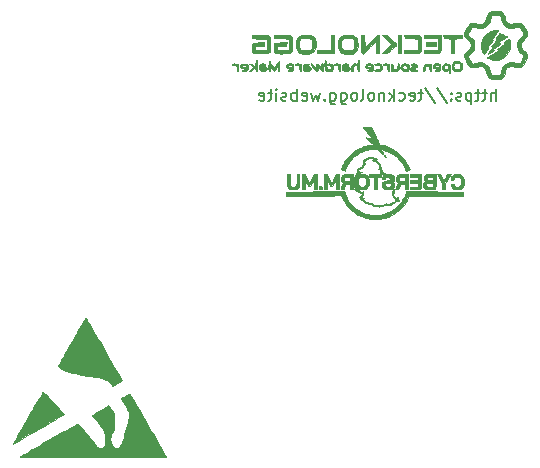
<source format=gbr>
G04 #@! TF.GenerationSoftware,KiCad,Pcbnew,(5.1.9)-1*
G04 #@! TF.CreationDate,2021-03-23T22:38:23+04:00*
G04 #@! TF.ProjectId,stormduino Rev2,73746f72-6d64-4756-996e-6f2052657632,rev?*
G04 #@! TF.SameCoordinates,Original*
G04 #@! TF.FileFunction,Legend,Bot*
G04 #@! TF.FilePolarity,Positive*
%FSLAX46Y46*%
G04 Gerber Fmt 4.6, Leading zero omitted, Abs format (unit mm)*
G04 Created by KiCad (PCBNEW (5.1.9)-1) date 2021-03-23 22:38:23*
%MOMM*%
%LPD*%
G01*
G04 APERTURE LIST*
%ADD10C,0.150000*%
%ADD11C,0.010000*%
G04 APERTURE END LIST*
D10*
X164600000Y-58952380D02*
X164600000Y-57952380D01*
X164171428Y-58952380D02*
X164171428Y-58428571D01*
X164219047Y-58333333D01*
X164314285Y-58285714D01*
X164457142Y-58285714D01*
X164552380Y-58333333D01*
X164600000Y-58380952D01*
X163838095Y-58285714D02*
X163457142Y-58285714D01*
X163695238Y-57952380D02*
X163695238Y-58809523D01*
X163647619Y-58904761D01*
X163552380Y-58952380D01*
X163457142Y-58952380D01*
X163266666Y-58285714D02*
X162885714Y-58285714D01*
X163123809Y-57952380D02*
X163123809Y-58809523D01*
X163076190Y-58904761D01*
X162980952Y-58952380D01*
X162885714Y-58952380D01*
X162552380Y-58285714D02*
X162552380Y-59285714D01*
X162552380Y-58333333D02*
X162457142Y-58285714D01*
X162266666Y-58285714D01*
X162171428Y-58333333D01*
X162123809Y-58380952D01*
X162076190Y-58476190D01*
X162076190Y-58761904D01*
X162123809Y-58857142D01*
X162171428Y-58904761D01*
X162266666Y-58952380D01*
X162457142Y-58952380D01*
X162552380Y-58904761D01*
X161695238Y-58904761D02*
X161600000Y-58952380D01*
X161409523Y-58952380D01*
X161314285Y-58904761D01*
X161266666Y-58809523D01*
X161266666Y-58761904D01*
X161314285Y-58666666D01*
X161409523Y-58619047D01*
X161552380Y-58619047D01*
X161647619Y-58571428D01*
X161695238Y-58476190D01*
X161695238Y-58428571D01*
X161647619Y-58333333D01*
X161552380Y-58285714D01*
X161409523Y-58285714D01*
X161314285Y-58333333D01*
X160838095Y-58857142D02*
X160790476Y-58904761D01*
X160838095Y-58952380D01*
X160885714Y-58904761D01*
X160838095Y-58857142D01*
X160838095Y-58952380D01*
X160838095Y-58333333D02*
X160790476Y-58380952D01*
X160838095Y-58428571D01*
X160885714Y-58380952D01*
X160838095Y-58333333D01*
X160838095Y-58428571D01*
X159647619Y-57904761D02*
X160504761Y-59190476D01*
X158600000Y-57904761D02*
X159457142Y-59190476D01*
X158409523Y-58285714D02*
X158028571Y-58285714D01*
X158266666Y-57952380D02*
X158266666Y-58809523D01*
X158219047Y-58904761D01*
X158123809Y-58952380D01*
X158028571Y-58952380D01*
X157314285Y-58904761D02*
X157409523Y-58952380D01*
X157600000Y-58952380D01*
X157695238Y-58904761D01*
X157742857Y-58809523D01*
X157742857Y-58428571D01*
X157695238Y-58333333D01*
X157600000Y-58285714D01*
X157409523Y-58285714D01*
X157314285Y-58333333D01*
X157266666Y-58428571D01*
X157266666Y-58523809D01*
X157742857Y-58619047D01*
X156409523Y-58904761D02*
X156504761Y-58952380D01*
X156695238Y-58952380D01*
X156790476Y-58904761D01*
X156838095Y-58857142D01*
X156885714Y-58761904D01*
X156885714Y-58476190D01*
X156838095Y-58380952D01*
X156790476Y-58333333D01*
X156695238Y-58285714D01*
X156504761Y-58285714D01*
X156409523Y-58333333D01*
X155980952Y-58952380D02*
X155980952Y-57952380D01*
X155885714Y-58571428D02*
X155600000Y-58952380D01*
X155600000Y-58285714D02*
X155980952Y-58666666D01*
X155171428Y-58285714D02*
X155171428Y-58952380D01*
X155171428Y-58380952D02*
X155123809Y-58333333D01*
X155028571Y-58285714D01*
X154885714Y-58285714D01*
X154790476Y-58333333D01*
X154742857Y-58428571D01*
X154742857Y-58952380D01*
X154123809Y-58952380D02*
X154219047Y-58904761D01*
X154266666Y-58857142D01*
X154314285Y-58761904D01*
X154314285Y-58476190D01*
X154266666Y-58380952D01*
X154219047Y-58333333D01*
X154123809Y-58285714D01*
X153980952Y-58285714D01*
X153885714Y-58333333D01*
X153838095Y-58380952D01*
X153790476Y-58476190D01*
X153790476Y-58761904D01*
X153838095Y-58857142D01*
X153885714Y-58904761D01*
X153980952Y-58952380D01*
X154123809Y-58952380D01*
X153219047Y-58952380D02*
X153314285Y-58904761D01*
X153361904Y-58809523D01*
X153361904Y-57952380D01*
X152695238Y-58952380D02*
X152790476Y-58904761D01*
X152838095Y-58857142D01*
X152885714Y-58761904D01*
X152885714Y-58476190D01*
X152838095Y-58380952D01*
X152790476Y-58333333D01*
X152695238Y-58285714D01*
X152552380Y-58285714D01*
X152457142Y-58333333D01*
X152409523Y-58380952D01*
X152361904Y-58476190D01*
X152361904Y-58761904D01*
X152409523Y-58857142D01*
X152457142Y-58904761D01*
X152552380Y-58952380D01*
X152695238Y-58952380D01*
X151504761Y-58285714D02*
X151504761Y-59095238D01*
X151552380Y-59190476D01*
X151600000Y-59238095D01*
X151695238Y-59285714D01*
X151838095Y-59285714D01*
X151933333Y-59238095D01*
X151504761Y-58904761D02*
X151600000Y-58952380D01*
X151790476Y-58952380D01*
X151885714Y-58904761D01*
X151933333Y-58857142D01*
X151980952Y-58761904D01*
X151980952Y-58476190D01*
X151933333Y-58380952D01*
X151885714Y-58333333D01*
X151790476Y-58285714D01*
X151600000Y-58285714D01*
X151504761Y-58333333D01*
X150600000Y-58285714D02*
X150600000Y-59095238D01*
X150647619Y-59190476D01*
X150695238Y-59238095D01*
X150790476Y-59285714D01*
X150933333Y-59285714D01*
X151028571Y-59238095D01*
X150600000Y-58904761D02*
X150695238Y-58952380D01*
X150885714Y-58952380D01*
X150980952Y-58904761D01*
X151028571Y-58857142D01*
X151076190Y-58761904D01*
X151076190Y-58476190D01*
X151028571Y-58380952D01*
X150980952Y-58333333D01*
X150885714Y-58285714D01*
X150695238Y-58285714D01*
X150600000Y-58333333D01*
X150123809Y-58857142D02*
X150076190Y-58904761D01*
X150123809Y-58952380D01*
X150171428Y-58904761D01*
X150123809Y-58857142D01*
X150123809Y-58952380D01*
X149742857Y-58285714D02*
X149552380Y-58952380D01*
X149361904Y-58476190D01*
X149171428Y-58952380D01*
X148980952Y-58285714D01*
X148219047Y-58904761D02*
X148314285Y-58952380D01*
X148504761Y-58952380D01*
X148600000Y-58904761D01*
X148647619Y-58809523D01*
X148647619Y-58428571D01*
X148600000Y-58333333D01*
X148504761Y-58285714D01*
X148314285Y-58285714D01*
X148219047Y-58333333D01*
X148171428Y-58428571D01*
X148171428Y-58523809D01*
X148647619Y-58619047D01*
X147742857Y-58952380D02*
X147742857Y-57952380D01*
X147742857Y-58333333D02*
X147647619Y-58285714D01*
X147457142Y-58285714D01*
X147361904Y-58333333D01*
X147314285Y-58380952D01*
X147266666Y-58476190D01*
X147266666Y-58761904D01*
X147314285Y-58857142D01*
X147361904Y-58904761D01*
X147457142Y-58952380D01*
X147647619Y-58952380D01*
X147742857Y-58904761D01*
X146885714Y-58904761D02*
X146790476Y-58952380D01*
X146600000Y-58952380D01*
X146504761Y-58904761D01*
X146457142Y-58809523D01*
X146457142Y-58761904D01*
X146504761Y-58666666D01*
X146600000Y-58619047D01*
X146742857Y-58619047D01*
X146838095Y-58571428D01*
X146885714Y-58476190D01*
X146885714Y-58428571D01*
X146838095Y-58333333D01*
X146742857Y-58285714D01*
X146600000Y-58285714D01*
X146504761Y-58333333D01*
X146028571Y-58952380D02*
X146028571Y-58285714D01*
X146028571Y-57952380D02*
X146076190Y-58000000D01*
X146028571Y-58047619D01*
X145980952Y-58000000D01*
X146028571Y-57952380D01*
X146028571Y-58047619D01*
X145695238Y-58285714D02*
X145314285Y-58285714D01*
X145552380Y-57952380D02*
X145552380Y-58809523D01*
X145504761Y-58904761D01*
X145409523Y-58952380D01*
X145314285Y-58952380D01*
X144600000Y-58904761D02*
X144695238Y-58952380D01*
X144885714Y-58952380D01*
X144980952Y-58904761D01*
X145028571Y-58809523D01*
X145028571Y-58428571D01*
X144980952Y-58333333D01*
X144885714Y-58285714D01*
X144695238Y-58285714D01*
X144600000Y-58333333D01*
X144552380Y-58428571D01*
X144552380Y-58523809D01*
X145028571Y-58619047D01*
D11*
G36*
X164560555Y-52992695D02*
G01*
X164248781Y-53063437D01*
X163972130Y-53200861D01*
X163738293Y-53393943D01*
X163554960Y-53631658D01*
X163429822Y-53902984D01*
X163370568Y-54196896D01*
X163384889Y-54502370D01*
X163415478Y-54634174D01*
X163463266Y-54777363D01*
X163513637Y-54896393D01*
X163540660Y-54943625D01*
X163574263Y-54979876D01*
X163610365Y-54980858D01*
X163663453Y-54937363D01*
X163748015Y-54840184D01*
X163796524Y-54780995D01*
X163914403Y-54630022D01*
X163977308Y-54531843D01*
X163989148Y-54478413D01*
X163953831Y-54461686D01*
X163951667Y-54461666D01*
X163905356Y-54435836D01*
X163916576Y-54366330D01*
X163979047Y-54265123D01*
X164086494Y-54144189D01*
X164148740Y-54085726D01*
X164270298Y-53973198D01*
X164335218Y-53898858D01*
X164353150Y-53848220D01*
X164334188Y-53807332D01*
X164316650Y-53767754D01*
X164327732Y-53711283D01*
X164374098Y-53624222D01*
X164462413Y-53492872D01*
X164539282Y-53385766D01*
X164646659Y-53235213D01*
X164732318Y-53109853D01*
X164785738Y-53025405D01*
X164798334Y-52998684D01*
X164760298Y-52986098D01*
X164661928Y-52985164D01*
X164560555Y-52992695D01*
G37*
X164560555Y-52992695D02*
X164248781Y-53063437D01*
X163972130Y-53200861D01*
X163738293Y-53393943D01*
X163554960Y-53631658D01*
X163429822Y-53902984D01*
X163370568Y-54196896D01*
X163384889Y-54502370D01*
X163415478Y-54634174D01*
X163463266Y-54777363D01*
X163513637Y-54896393D01*
X163540660Y-54943625D01*
X163574263Y-54979876D01*
X163610365Y-54980858D01*
X163663453Y-54937363D01*
X163748015Y-54840184D01*
X163796524Y-54780995D01*
X163914403Y-54630022D01*
X163977308Y-54531843D01*
X163989148Y-54478413D01*
X163953831Y-54461686D01*
X163951667Y-54461666D01*
X163905356Y-54435836D01*
X163916576Y-54366330D01*
X163979047Y-54265123D01*
X164086494Y-54144189D01*
X164148740Y-54085726D01*
X164270298Y-53973198D01*
X164335218Y-53898858D01*
X164353150Y-53848220D01*
X164334188Y-53807332D01*
X164316650Y-53767754D01*
X164327732Y-53711283D01*
X164374098Y-53624222D01*
X164462413Y-53492872D01*
X164539282Y-53385766D01*
X164646659Y-53235213D01*
X164732318Y-53109853D01*
X164785738Y-53025405D01*
X164798334Y-52998684D01*
X164760298Y-52986098D01*
X164661928Y-52985164D01*
X164560555Y-52992695D01*
G36*
X164890462Y-53259753D02*
G01*
X164851974Y-53315188D01*
X164781916Y-53415495D01*
X164716673Y-53508674D01*
X164637874Y-53634553D01*
X164610273Y-53712055D01*
X164621423Y-53732418D01*
X164670520Y-53781725D01*
X164649491Y-53869704D01*
X164560782Y-53991416D01*
X164427917Y-54123187D01*
X164308710Y-54238436D01*
X164242000Y-54320914D01*
X164234859Y-54361716D01*
X164237417Y-54363055D01*
X164285673Y-54414206D01*
X164267688Y-54505774D01*
X164182324Y-54641369D01*
X164128193Y-54709791D01*
X164006992Y-54861052D01*
X163933917Y-54962412D01*
X163912817Y-55008379D01*
X163917419Y-55010524D01*
X163957818Y-54990443D01*
X164052233Y-54938849D01*
X164181248Y-54866378D01*
X164198033Y-54856840D01*
X164343727Y-54767201D01*
X164416783Y-54704144D01*
X164423045Y-54662478D01*
X164420283Y-54659349D01*
X164382072Y-54601264D01*
X164394401Y-54542529D01*
X164465121Y-54473827D01*
X164602084Y-54385843D01*
X164695086Y-54333239D01*
X164848152Y-54247147D01*
X164937749Y-54189402D01*
X164975133Y-54148545D01*
X164971563Y-54113118D01*
X164944939Y-54078941D01*
X164901330Y-54003591D01*
X164902777Y-53955915D01*
X164950879Y-53915759D01*
X165054465Y-53848469D01*
X165194128Y-53766397D01*
X165245591Y-53737754D01*
X165388298Y-53656283D01*
X165496871Y-53588296D01*
X165554137Y-53544793D01*
X165558882Y-53537090D01*
X165521928Y-53501777D01*
X165428373Y-53449700D01*
X165300454Y-53390087D01*
X165160409Y-53332163D01*
X165030476Y-53285157D01*
X164932893Y-53258293D01*
X164890462Y-53259753D01*
G37*
X164890462Y-53259753D02*
X164851974Y-53315188D01*
X164781916Y-53415495D01*
X164716673Y-53508674D01*
X164637874Y-53634553D01*
X164610273Y-53712055D01*
X164621423Y-53732418D01*
X164670520Y-53781725D01*
X164649491Y-53869704D01*
X164560782Y-53991416D01*
X164427917Y-54123187D01*
X164308710Y-54238436D01*
X164242000Y-54320914D01*
X164234859Y-54361716D01*
X164237417Y-54363055D01*
X164285673Y-54414206D01*
X164267688Y-54505774D01*
X164182324Y-54641369D01*
X164128193Y-54709791D01*
X164006992Y-54861052D01*
X163933917Y-54962412D01*
X163912817Y-55008379D01*
X163917419Y-55010524D01*
X163957818Y-54990443D01*
X164052233Y-54938849D01*
X164181248Y-54866378D01*
X164198033Y-54856840D01*
X164343727Y-54767201D01*
X164416783Y-54704144D01*
X164423045Y-54662478D01*
X164420283Y-54659349D01*
X164382072Y-54601264D01*
X164394401Y-54542529D01*
X164465121Y-54473827D01*
X164602084Y-54385843D01*
X164695086Y-54333239D01*
X164848152Y-54247147D01*
X164937749Y-54189402D01*
X164975133Y-54148545D01*
X164971563Y-54113118D01*
X164944939Y-54078941D01*
X164901330Y-54003591D01*
X164902777Y-53955915D01*
X164950879Y-53915759D01*
X165054465Y-53848469D01*
X165194128Y-53766397D01*
X165245591Y-53737754D01*
X165388298Y-53656283D01*
X165496871Y-53588296D01*
X165554137Y-53544793D01*
X165558882Y-53537090D01*
X165521928Y-53501777D01*
X165428373Y-53449700D01*
X165300454Y-53390087D01*
X165160409Y-53332163D01*
X165030476Y-53285157D01*
X164932893Y-53258293D01*
X164890462Y-53259753D01*
G36*
X165498986Y-53832752D02*
G01*
X165353965Y-53917636D01*
X165280483Y-53979452D01*
X165271451Y-54026540D01*
X165306334Y-54059500D01*
X165347419Y-54111601D01*
X165319619Y-54178859D01*
X165219329Y-54265516D01*
X165042945Y-54375813D01*
X165032394Y-54381836D01*
X164875747Y-54475151D01*
X164785901Y-54540794D01*
X164753100Y-54587248D01*
X164761964Y-54617018D01*
X164790587Y-54670406D01*
X164777973Y-54724672D01*
X164715436Y-54788497D01*
X164594290Y-54870563D01*
X164405849Y-54979552D01*
X164390967Y-54987828D01*
X164177365Y-55106303D01*
X164029847Y-55190670D01*
X163941200Y-55249198D01*
X163904209Y-55290157D01*
X163911661Y-55321816D01*
X163956341Y-55352443D01*
X164031035Y-55390307D01*
X164037127Y-55393404D01*
X164205081Y-55453356D01*
X164414582Y-55492134D01*
X164633911Y-55507199D01*
X164831348Y-55496010D01*
X164951734Y-55466642D01*
X165242762Y-55312304D01*
X165483814Y-55106414D01*
X165668975Y-54860778D01*
X165792330Y-54587200D01*
X165847964Y-54297488D01*
X165829961Y-54003446D01*
X165777273Y-53818989D01*
X165733972Y-53705478D01*
X165498986Y-53832752D01*
G37*
X165498986Y-53832752D02*
X165353965Y-53917636D01*
X165280483Y-53979452D01*
X165271451Y-54026540D01*
X165306334Y-54059500D01*
X165347419Y-54111601D01*
X165319619Y-54178859D01*
X165219329Y-54265516D01*
X165042945Y-54375813D01*
X165032394Y-54381836D01*
X164875747Y-54475151D01*
X164785901Y-54540794D01*
X164753100Y-54587248D01*
X164761964Y-54617018D01*
X164790587Y-54670406D01*
X164777973Y-54724672D01*
X164715436Y-54788497D01*
X164594290Y-54870563D01*
X164405849Y-54979552D01*
X164390967Y-54987828D01*
X164177365Y-55106303D01*
X164029847Y-55190670D01*
X163941200Y-55249198D01*
X163904209Y-55290157D01*
X163911661Y-55321816D01*
X163956341Y-55352443D01*
X164031035Y-55390307D01*
X164037127Y-55393404D01*
X164205081Y-55453356D01*
X164414582Y-55492134D01*
X164633911Y-55507199D01*
X164831348Y-55496010D01*
X164951734Y-55466642D01*
X165242762Y-55312304D01*
X165483814Y-55106414D01*
X165668975Y-54860778D01*
X165792330Y-54587200D01*
X165847964Y-54297488D01*
X165829961Y-54003446D01*
X165777273Y-53818989D01*
X165733972Y-53705478D01*
X165498986Y-53832752D01*
G36*
X158702334Y-54334666D02*
G01*
X159591334Y-54334666D01*
X159591334Y-54038333D01*
X158702334Y-54038333D01*
X158702334Y-54334666D01*
G37*
X158702334Y-54334666D02*
X159591334Y-54334666D01*
X159591334Y-54038333D01*
X158702334Y-54038333D01*
X158702334Y-54334666D01*
G36*
X144012667Y-53697403D02*
G01*
X144637084Y-53709118D01*
X145261500Y-53720833D01*
X145273950Y-54101833D01*
X145281466Y-54331515D01*
X145278332Y-54489787D01*
X145252466Y-54589893D01*
X145191790Y-54645077D01*
X145084222Y-54668584D01*
X144917683Y-54673658D01*
X144752694Y-54673333D01*
X144266667Y-54673333D01*
X144266667Y-54334666D01*
X145028667Y-54334666D01*
X145028667Y-54038333D01*
X144550300Y-54038333D01*
X144296608Y-54043265D01*
X144122733Y-54057938D01*
X144030617Y-54082164D01*
X144021134Y-54089133D01*
X143993769Y-54161019D01*
X143976331Y-54304785D01*
X143970334Y-54504000D01*
X143976546Y-54706327D01*
X143994173Y-54848923D01*
X144021134Y-54918866D01*
X144083667Y-54939607D01*
X144211766Y-54954951D01*
X144386506Y-54964905D01*
X144588958Y-54969472D01*
X144800195Y-54968657D01*
X145001291Y-54962465D01*
X145173317Y-54950901D01*
X145297347Y-54933969D01*
X145346167Y-54918535D01*
X145419052Y-54869961D01*
X145470351Y-54811741D01*
X145503843Y-54728991D01*
X145523310Y-54606826D01*
X145532533Y-54430363D01*
X145535293Y-54184717D01*
X145535321Y-54173895D01*
X145535299Y-53945814D01*
X145532188Y-53786463D01*
X145523345Y-53679910D01*
X145506123Y-53610218D01*
X145477878Y-53561454D01*
X145435966Y-53517684D01*
X145424652Y-53507145D01*
X145378566Y-53467578D01*
X145329827Y-53439600D01*
X145263713Y-53421205D01*
X145165505Y-53410388D01*
X145020482Y-53405142D01*
X144813922Y-53403463D01*
X144662652Y-53403333D01*
X144012667Y-53403333D01*
X144012667Y-53697403D01*
G37*
X144012667Y-53697403D02*
X144637084Y-53709118D01*
X145261500Y-53720833D01*
X145273950Y-54101833D01*
X145281466Y-54331515D01*
X145278332Y-54489787D01*
X145252466Y-54589893D01*
X145191790Y-54645077D01*
X145084222Y-54668584D01*
X144917683Y-54673658D01*
X144752694Y-54673333D01*
X144266667Y-54673333D01*
X144266667Y-54334666D01*
X145028667Y-54334666D01*
X145028667Y-54038333D01*
X144550300Y-54038333D01*
X144296608Y-54043265D01*
X144122733Y-54057938D01*
X144030617Y-54082164D01*
X144021134Y-54089133D01*
X143993769Y-54161019D01*
X143976331Y-54304785D01*
X143970334Y-54504000D01*
X143976546Y-54706327D01*
X143994173Y-54848923D01*
X144021134Y-54918866D01*
X144083667Y-54939607D01*
X144211766Y-54954951D01*
X144386506Y-54964905D01*
X144588958Y-54969472D01*
X144800195Y-54968657D01*
X145001291Y-54962465D01*
X145173317Y-54950901D01*
X145297347Y-54933969D01*
X145346167Y-54918535D01*
X145419052Y-54869961D01*
X145470351Y-54811741D01*
X145503843Y-54728991D01*
X145523310Y-54606826D01*
X145532533Y-54430363D01*
X145535293Y-54184717D01*
X145535321Y-54173895D01*
X145535299Y-53945814D01*
X145532188Y-53786463D01*
X145523345Y-53679910D01*
X145506123Y-53610218D01*
X145477878Y-53561454D01*
X145435966Y-53517684D01*
X145424652Y-53507145D01*
X145378566Y-53467578D01*
X145329827Y-53439600D01*
X145263713Y-53421205D01*
X145165505Y-53410388D01*
X145020482Y-53405142D01*
X144813922Y-53403463D01*
X144662652Y-53403333D01*
X144012667Y-53403333D01*
X144012667Y-53697403D01*
G36*
X145840902Y-53540916D02*
G01*
X145854167Y-53678500D01*
X146478584Y-53690215D01*
X147103000Y-53701930D01*
X147103000Y-54673333D01*
X146129334Y-54673333D01*
X146129334Y-54337962D01*
X146499750Y-54325731D01*
X146870167Y-54313500D01*
X146883433Y-54175916D01*
X146896698Y-54038333D01*
X146431812Y-54038333D01*
X146236176Y-54040585D01*
X146067920Y-54046678D01*
X145947587Y-54055620D01*
X145899963Y-54064029D01*
X145867266Y-54092067D01*
X145846892Y-54156127D01*
X145836319Y-54271830D01*
X145833026Y-54454796D01*
X145833000Y-54478895D01*
X145838885Y-54693012D01*
X145855799Y-54842457D01*
X145882636Y-54917638D01*
X145883800Y-54918866D01*
X145950557Y-54942892D01*
X146082417Y-54959522D01*
X146260159Y-54968978D01*
X146464563Y-54971481D01*
X146676409Y-54967255D01*
X146876476Y-54956521D01*
X147045544Y-54939502D01*
X147164393Y-54916420D01*
X147197186Y-54903677D01*
X147277209Y-54851118D01*
X147333141Y-54784827D01*
X147369141Y-54689736D01*
X147389369Y-54550778D01*
X147397985Y-54352883D01*
X147399334Y-54171364D01*
X147398350Y-53954858D01*
X147393334Y-53804991D01*
X147381188Y-53703741D01*
X147358817Y-53633084D01*
X147323122Y-53575000D01*
X147289737Y-53533581D01*
X147180141Y-53403333D01*
X145827636Y-53403333D01*
X145840902Y-53540916D01*
G37*
X145840902Y-53540916D02*
X145854167Y-53678500D01*
X146478584Y-53690215D01*
X147103000Y-53701930D01*
X147103000Y-54673333D01*
X146129334Y-54673333D01*
X146129334Y-54337962D01*
X146499750Y-54325731D01*
X146870167Y-54313500D01*
X146883433Y-54175916D01*
X146896698Y-54038333D01*
X146431812Y-54038333D01*
X146236176Y-54040585D01*
X146067920Y-54046678D01*
X145947587Y-54055620D01*
X145899963Y-54064029D01*
X145867266Y-54092067D01*
X145846892Y-54156127D01*
X145836319Y-54271830D01*
X145833026Y-54454796D01*
X145833000Y-54478895D01*
X145838885Y-54693012D01*
X145855799Y-54842457D01*
X145882636Y-54917638D01*
X145883800Y-54918866D01*
X145950557Y-54942892D01*
X146082417Y-54959522D01*
X146260159Y-54968978D01*
X146464563Y-54971481D01*
X146676409Y-54967255D01*
X146876476Y-54956521D01*
X147045544Y-54939502D01*
X147164393Y-54916420D01*
X147197186Y-54903677D01*
X147277209Y-54851118D01*
X147333141Y-54784827D01*
X147369141Y-54689736D01*
X147389369Y-54550778D01*
X147397985Y-54352883D01*
X147399334Y-54171364D01*
X147398350Y-53954858D01*
X147393334Y-53804991D01*
X147381188Y-53703741D01*
X147358817Y-53633084D01*
X147323122Y-53575000D01*
X147289737Y-53533581D01*
X147180141Y-53403333D01*
X145827636Y-53403333D01*
X145840902Y-53540916D01*
G36*
X150659000Y-54673333D02*
G01*
X149516000Y-54673333D01*
X149516000Y-54969666D01*
X150184867Y-54969666D01*
X150478280Y-54966903D01*
X150692024Y-54958386D01*
X150830926Y-54943775D01*
X150899811Y-54922729D01*
X150904534Y-54918866D01*
X150925509Y-54863806D01*
X150940653Y-54743005D01*
X150950321Y-54551012D01*
X150954866Y-54282374D01*
X150955334Y-54135700D01*
X150955334Y-53403333D01*
X150659000Y-53403333D01*
X150659000Y-54673333D01*
G37*
X150659000Y-54673333D02*
X149516000Y-54673333D01*
X149516000Y-54969666D01*
X150184867Y-54969666D01*
X150478280Y-54966903D01*
X150692024Y-54958386D01*
X150830926Y-54943775D01*
X150899811Y-54922729D01*
X150904534Y-54918866D01*
X150925509Y-54863806D01*
X150940653Y-54743005D01*
X150950321Y-54551012D01*
X150954866Y-54282374D01*
X150955334Y-54135700D01*
X150955334Y-53403333D01*
X150659000Y-53403333D01*
X150659000Y-54673333D01*
G36*
X155390211Y-53794805D02*
G01*
X155781684Y-54186277D01*
X155368759Y-54575883D01*
X154955834Y-54965490D01*
X155168560Y-54967578D01*
X155265438Y-54966225D01*
X155340707Y-54952815D01*
X155412244Y-54916671D01*
X155497928Y-54847115D01*
X155615639Y-54733467D01*
X155696667Y-54652166D01*
X155878679Y-54479423D01*
X156015193Y-54373209D01*
X156104570Y-54334788D01*
X156108358Y-54334666D01*
X156173880Y-54321636D01*
X156200613Y-54266427D01*
X156204667Y-54186500D01*
X156196198Y-54085698D01*
X156160311Y-54044570D01*
X156108358Y-54038333D01*
X156021831Y-54003977D01*
X155888069Y-53901751D01*
X155708713Y-53732922D01*
X155696667Y-53720833D01*
X155553449Y-53578774D01*
X155451494Y-53486902D01*
X155373430Y-53434330D01*
X155301882Y-53410169D01*
X155219478Y-53403534D01*
X155190013Y-53403333D01*
X154998739Y-53403333D01*
X155390211Y-53794805D01*
G37*
X155390211Y-53794805D02*
X155781684Y-54186277D01*
X155368759Y-54575883D01*
X154955834Y-54965490D01*
X155168560Y-54967578D01*
X155265438Y-54966225D01*
X155340707Y-54952815D01*
X155412244Y-54916671D01*
X155497928Y-54847115D01*
X155615639Y-54733467D01*
X155696667Y-54652166D01*
X155878679Y-54479423D01*
X156015193Y-54373209D01*
X156104570Y-54334788D01*
X156108358Y-54334666D01*
X156173880Y-54321636D01*
X156200613Y-54266427D01*
X156204667Y-54186500D01*
X156196198Y-54085698D01*
X156160311Y-54044570D01*
X156108358Y-54038333D01*
X156021831Y-54003977D01*
X155888069Y-53901751D01*
X155708713Y-53732922D01*
X155696667Y-53720833D01*
X155553449Y-53578774D01*
X155451494Y-53486902D01*
X155373430Y-53434330D01*
X155301882Y-53410169D01*
X155219478Y-53403534D01*
X155190013Y-53403333D01*
X154998739Y-53403333D01*
X155390211Y-53794805D01*
G36*
X156331667Y-54969666D02*
G01*
X156629910Y-54969666D01*
X156606834Y-53424500D01*
X156469250Y-53411234D01*
X156331667Y-53397968D01*
X156331667Y-54969666D01*
G37*
X156331667Y-54969666D02*
X156629910Y-54969666D01*
X156606834Y-53424500D01*
X156469250Y-53411234D01*
X156331667Y-53397968D01*
X156331667Y-54969666D01*
G36*
X156889902Y-53540916D02*
G01*
X156903167Y-53678500D01*
X157465459Y-53690321D01*
X158027750Y-53702143D01*
X158015792Y-54177154D01*
X158003834Y-54652166D01*
X156882000Y-54675790D01*
X156882000Y-54969666D01*
X157442917Y-54967971D01*
X157713619Y-54963603D01*
X157910175Y-54951751D01*
X158042855Y-54931468D01*
X158114406Y-54906181D01*
X158200350Y-54842851D01*
X158260235Y-54752776D01*
X158297366Y-54622655D01*
X158315051Y-54439190D01*
X158316596Y-54189081D01*
X158314477Y-54101477D01*
X158307500Y-53889645D01*
X158298537Y-53745068D01*
X158283706Y-53650355D01*
X158259124Y-53588118D01*
X158220907Y-53540966D01*
X158181390Y-53505408D01*
X158129826Y-53464855D01*
X158075190Y-53436751D01*
X158001624Y-53418822D01*
X157893267Y-53408794D01*
X157734263Y-53404392D01*
X157508751Y-53403342D01*
X157469624Y-53403333D01*
X156876636Y-53403333D01*
X156889902Y-53540916D01*
G37*
X156889902Y-53540916D02*
X156903167Y-53678500D01*
X157465459Y-53690321D01*
X158027750Y-53702143D01*
X158015792Y-54177154D01*
X158003834Y-54652166D01*
X156882000Y-54675790D01*
X156882000Y-54969666D01*
X157442917Y-54967971D01*
X157713619Y-54963603D01*
X157910175Y-54951751D01*
X158042855Y-54931468D01*
X158114406Y-54906181D01*
X158200350Y-54842851D01*
X158260235Y-54752776D01*
X158297366Y-54622655D01*
X158315051Y-54439190D01*
X158316596Y-54189081D01*
X158314477Y-54101477D01*
X158307500Y-53889645D01*
X158298537Y-53745068D01*
X158283706Y-53650355D01*
X158259124Y-53588118D01*
X158220907Y-53540966D01*
X158181390Y-53505408D01*
X158129826Y-53464855D01*
X158075190Y-53436751D01*
X158001624Y-53418822D01*
X157893267Y-53408794D01*
X157734263Y-53404392D01*
X157508751Y-53403342D01*
X157469624Y-53403333D01*
X156876636Y-53403333D01*
X156889902Y-53540916D01*
G36*
X158575334Y-53699666D02*
G01*
X159718334Y-53699666D01*
X159718334Y-54119537D01*
X159715842Y-54305879D01*
X159709141Y-54464691D01*
X159699394Y-54573949D01*
X159692638Y-54606370D01*
X159669682Y-54634460D01*
X159617240Y-54653625D01*
X159521874Y-54665440D01*
X159370145Y-54671480D01*
X159148617Y-54673319D01*
X159121138Y-54673333D01*
X158575334Y-54673333D01*
X158575334Y-54969666D01*
X159115084Y-54966983D01*
X159327488Y-54963322D01*
X159514795Y-54955284D01*
X159657639Y-54944027D01*
X159736655Y-54930709D01*
X159739500Y-54929646D01*
X159824562Y-54888936D01*
X159886104Y-54838263D01*
X159927555Y-54764530D01*
X159952342Y-54654638D01*
X159963895Y-54495486D01*
X159965640Y-54273977D01*
X159962885Y-54076079D01*
X159951167Y-53424500D01*
X159263250Y-53412868D01*
X158575334Y-53401236D01*
X158575334Y-53699666D01*
G37*
X158575334Y-53699666D02*
X159718334Y-53699666D01*
X159718334Y-54119537D01*
X159715842Y-54305879D01*
X159709141Y-54464691D01*
X159699394Y-54573949D01*
X159692638Y-54606370D01*
X159669682Y-54634460D01*
X159617240Y-54653625D01*
X159521874Y-54665440D01*
X159370145Y-54671480D01*
X159148617Y-54673319D01*
X159121138Y-54673333D01*
X158575334Y-54673333D01*
X158575334Y-54969666D01*
X159115084Y-54966983D01*
X159327488Y-54963322D01*
X159514795Y-54955284D01*
X159657639Y-54944027D01*
X159736655Y-54930709D01*
X159739500Y-54929646D01*
X159824562Y-54888936D01*
X159886104Y-54838263D01*
X159927555Y-54764530D01*
X159952342Y-54654638D01*
X159963895Y-54495486D01*
X159965640Y-54273977D01*
X159962885Y-54076079D01*
X159951167Y-53424500D01*
X159263250Y-53412868D01*
X158575334Y-53401236D01*
X158575334Y-53699666D01*
G36*
X160191902Y-53540916D02*
G01*
X160205167Y-53678500D01*
X160512084Y-53690937D01*
X160819000Y-53703375D01*
X160819000Y-54969666D01*
X161115334Y-54969666D01*
X161115334Y-53703375D01*
X161422250Y-53690937D01*
X161729167Y-53678500D01*
X161742433Y-53540916D01*
X161755698Y-53403333D01*
X160178636Y-53403333D01*
X160191902Y-53540916D01*
G37*
X160191902Y-53540916D02*
X160205167Y-53678500D01*
X160512084Y-53690937D01*
X160819000Y-53703375D01*
X160819000Y-54969666D01*
X161115334Y-54969666D01*
X161115334Y-53703375D01*
X161422250Y-53690937D01*
X161729167Y-53678500D01*
X161742433Y-53540916D01*
X161755698Y-53403333D01*
X160178636Y-53403333D01*
X160191902Y-53540916D01*
G36*
X148227857Y-53401043D02*
G01*
X148004570Y-53461785D01*
X147844490Y-53571028D01*
X147740801Y-53735248D01*
X147686684Y-53960918D01*
X147674500Y-54186500D01*
X147691627Y-54448490D01*
X147747088Y-54646342D01*
X147847001Y-54794214D01*
X147981671Y-54897255D01*
X148129442Y-54952786D01*
X148327949Y-54987499D01*
X148545392Y-54999462D01*
X148749975Y-54986745D01*
X148896356Y-54952779D01*
X149110855Y-54832049D01*
X149263602Y-54655246D01*
X149352703Y-54426177D01*
X149376263Y-54148649D01*
X149374598Y-54127879D01*
X149081449Y-54127879D01*
X149077126Y-54358752D01*
X149029780Y-54524512D01*
X148931204Y-54632834D01*
X148773192Y-54691394D01*
X148547537Y-54707866D01*
X148463679Y-54705674D01*
X148297450Y-54695411D01*
X148191019Y-54676791D01*
X148119521Y-54641922D01*
X148058088Y-54582912D01*
X148050929Y-54574669D01*
X147979251Y-54443032D01*
X147945910Y-54276282D01*
X147947963Y-54096385D01*
X147982466Y-53925309D01*
X148046476Y-53785021D01*
X148137048Y-53697490D01*
X148170222Y-53684458D01*
X148262382Y-53670856D01*
X148406101Y-53661241D01*
X148550557Y-53657911D01*
X148716379Y-53662742D01*
X148826520Y-53682810D01*
X148909577Y-53725237D01*
X148950354Y-53757463D01*
X149016732Y-53826143D01*
X149054780Y-53906670D01*
X149074456Y-54027174D01*
X149081449Y-54127879D01*
X149374598Y-54127879D01*
X149365216Y-54010876D01*
X149314567Y-53776686D01*
X149223487Y-53603392D01*
X149083274Y-53484511D01*
X148885224Y-53413564D01*
X148620635Y-53384069D01*
X148521167Y-53382327D01*
X148227857Y-53401043D01*
G37*
X148227857Y-53401043D02*
X148004570Y-53461785D01*
X147844490Y-53571028D01*
X147740801Y-53735248D01*
X147686684Y-53960918D01*
X147674500Y-54186500D01*
X147691627Y-54448490D01*
X147747088Y-54646342D01*
X147847001Y-54794214D01*
X147981671Y-54897255D01*
X148129442Y-54952786D01*
X148327949Y-54987499D01*
X148545392Y-54999462D01*
X148749975Y-54986745D01*
X148896356Y-54952779D01*
X149110855Y-54832049D01*
X149263602Y-54655246D01*
X149352703Y-54426177D01*
X149376263Y-54148649D01*
X149374598Y-54127879D01*
X149081449Y-54127879D01*
X149077126Y-54358752D01*
X149029780Y-54524512D01*
X148931204Y-54632834D01*
X148773192Y-54691394D01*
X148547537Y-54707866D01*
X148463679Y-54705674D01*
X148297450Y-54695411D01*
X148191019Y-54676791D01*
X148119521Y-54641922D01*
X148058088Y-54582912D01*
X148050929Y-54574669D01*
X147979251Y-54443032D01*
X147945910Y-54276282D01*
X147947963Y-54096385D01*
X147982466Y-53925309D01*
X148046476Y-53785021D01*
X148137048Y-53697490D01*
X148170222Y-53684458D01*
X148262382Y-53670856D01*
X148406101Y-53661241D01*
X148550557Y-53657911D01*
X148716379Y-53662742D01*
X148826520Y-53682810D01*
X148909577Y-53725237D01*
X148950354Y-53757463D01*
X149016732Y-53826143D01*
X149054780Y-53906670D01*
X149074456Y-54027174D01*
X149081449Y-54127879D01*
X149374598Y-54127879D01*
X149365216Y-54010876D01*
X149314567Y-53776686D01*
X149223487Y-53603392D01*
X149083274Y-53484511D01*
X148885224Y-53413564D01*
X148620635Y-53384069D01*
X148521167Y-53382327D01*
X148227857Y-53401043D01*
G36*
X151783864Y-53400979D02*
G01*
X151560637Y-53461730D01*
X151400686Y-53570889D01*
X151297208Y-53734927D01*
X151243401Y-53960312D01*
X151231542Y-54186500D01*
X151247424Y-54440431D01*
X151298883Y-54631374D01*
X151393209Y-54776141D01*
X151537070Y-54891162D01*
X151664709Y-54941404D01*
X151846192Y-54977910D01*
X152051397Y-54997796D01*
X152250200Y-54998177D01*
X152412478Y-54976170D01*
X152415834Y-54975301D01*
X152626949Y-54891180D01*
X152777714Y-54761418D01*
X152873193Y-54578150D01*
X152918453Y-54333511D01*
X152923834Y-54186500D01*
X152922933Y-54173824D01*
X152648667Y-54173824D01*
X152633731Y-54389822D01*
X152582127Y-54542336D01*
X152483656Y-54640024D01*
X152328124Y-54691544D01*
X152105333Y-54705556D01*
X152024623Y-54703767D01*
X151851530Y-54692878D01*
X151738583Y-54670940D01*
X151661387Y-54631554D01*
X151623852Y-54598666D01*
X151569147Y-54525470D01*
X151535890Y-54424967D01*
X151517047Y-54272467D01*
X151512951Y-54209326D01*
X151506437Y-54051433D01*
X151513780Y-53950735D01*
X151542162Y-53880020D01*
X151598760Y-53812081D01*
X151624715Y-53785772D01*
X151696412Y-53720122D01*
X151765148Y-53681717D01*
X151856452Y-53663309D01*
X151995853Y-53657651D01*
X152077167Y-53657333D01*
X152245616Y-53659832D01*
X152354768Y-53671997D01*
X152429950Y-53700828D01*
X152496491Y-53753323D01*
X152524924Y-53781076D01*
X152594068Y-53859622D01*
X152631363Y-53938937D01*
X152646342Y-54049279D01*
X152648667Y-54173824D01*
X152922933Y-54173824D01*
X152904013Y-53907832D01*
X152840001Y-53695703D01*
X152724975Y-53543633D01*
X152552111Y-53445138D01*
X152314588Y-53393737D01*
X152077167Y-53382166D01*
X151783864Y-53400979D01*
G37*
X151783864Y-53400979D02*
X151560637Y-53461730D01*
X151400686Y-53570889D01*
X151297208Y-53734927D01*
X151243401Y-53960312D01*
X151231542Y-54186500D01*
X151247424Y-54440431D01*
X151298883Y-54631374D01*
X151393209Y-54776141D01*
X151537070Y-54891162D01*
X151664709Y-54941404D01*
X151846192Y-54977910D01*
X152051397Y-54997796D01*
X152250200Y-54998177D01*
X152412478Y-54976170D01*
X152415834Y-54975301D01*
X152626949Y-54891180D01*
X152777714Y-54761418D01*
X152873193Y-54578150D01*
X152918453Y-54333511D01*
X152923834Y-54186500D01*
X152922933Y-54173824D01*
X152648667Y-54173824D01*
X152633731Y-54389822D01*
X152582127Y-54542336D01*
X152483656Y-54640024D01*
X152328124Y-54691544D01*
X152105333Y-54705556D01*
X152024623Y-54703767D01*
X151851530Y-54692878D01*
X151738583Y-54670940D01*
X151661387Y-54631554D01*
X151623852Y-54598666D01*
X151569147Y-54525470D01*
X151535890Y-54424967D01*
X151517047Y-54272467D01*
X151512951Y-54209326D01*
X151506437Y-54051433D01*
X151513780Y-53950735D01*
X151542162Y-53880020D01*
X151598760Y-53812081D01*
X151624715Y-53785772D01*
X151696412Y-53720122D01*
X151765148Y-53681717D01*
X151856452Y-53663309D01*
X151995853Y-53657651D01*
X152077167Y-53657333D01*
X152245616Y-53659832D01*
X152354768Y-53671997D01*
X152429950Y-53700828D01*
X152496491Y-53753323D01*
X152524924Y-53781076D01*
X152594068Y-53859622D01*
X152631363Y-53938937D01*
X152646342Y-54049279D01*
X152648667Y-54173824D01*
X152922933Y-54173824D01*
X152904013Y-53907832D01*
X152840001Y-53695703D01*
X152724975Y-53543633D01*
X152552111Y-53445138D01*
X152314588Y-53393737D01*
X152077167Y-53382166D01*
X151783864Y-53400979D01*
G36*
X154621359Y-53382362D02*
G01*
X154569184Y-53410227D01*
X154497049Y-53468494D01*
X154395955Y-53564616D01*
X154256900Y-53706049D01*
X154070884Y-53900246D01*
X154024500Y-53948966D01*
X153516500Y-54482833D01*
X153492876Y-53403333D01*
X153199000Y-53403333D01*
X153199000Y-54141142D01*
X153200150Y-54416894D01*
X153204268Y-54620120D01*
X153212355Y-54762936D01*
X153225414Y-54857461D01*
X153244447Y-54915811D01*
X153265524Y-54945476D01*
X153330169Y-54998992D01*
X153360774Y-55012925D01*
X153397938Y-54984178D01*
X153483635Y-54903757D01*
X153608037Y-54781325D01*
X153761312Y-54626544D01*
X153920622Y-54462592D01*
X154091974Y-54286373D01*
X154243654Y-54133469D01*
X154365808Y-54013566D01*
X154448580Y-53936348D01*
X154481538Y-53911333D01*
X154492826Y-53950991D01*
X154502151Y-54059281D01*
X154508612Y-54220174D01*
X154511306Y-54417642D01*
X154511334Y-54440500D01*
X154511334Y-54969666D01*
X154765334Y-54969666D01*
X154765334Y-54191029D01*
X154764361Y-53909909D01*
X154760863Y-53702438D01*
X154753969Y-53557616D01*
X154742809Y-53464440D01*
X154726514Y-53411910D01*
X154704214Y-53389024D01*
X154701834Y-53388024D01*
X154662575Y-53377446D01*
X154621359Y-53382362D01*
G37*
X154621359Y-53382362D02*
X154569184Y-53410227D01*
X154497049Y-53468494D01*
X154395955Y-53564616D01*
X154256900Y-53706049D01*
X154070884Y-53900246D01*
X154024500Y-53948966D01*
X153516500Y-54482833D01*
X153492876Y-53403333D01*
X153199000Y-53403333D01*
X153199000Y-54141142D01*
X153200150Y-54416894D01*
X153204268Y-54620120D01*
X153212355Y-54762936D01*
X153225414Y-54857461D01*
X153244447Y-54915811D01*
X153265524Y-54945476D01*
X153330169Y-54998992D01*
X153360774Y-55012925D01*
X153397938Y-54984178D01*
X153483635Y-54903757D01*
X153608037Y-54781325D01*
X153761312Y-54626544D01*
X153920622Y-54462592D01*
X154091974Y-54286373D01*
X154243654Y-54133469D01*
X154365808Y-54013566D01*
X154448580Y-53936348D01*
X154481538Y-53911333D01*
X154492826Y-53950991D01*
X154502151Y-54059281D01*
X154508612Y-54220174D01*
X154511306Y-54417642D01*
X154511334Y-54440500D01*
X154511334Y-54969666D01*
X154765334Y-54969666D01*
X154765334Y-54191029D01*
X154764361Y-53909909D01*
X154760863Y-53702438D01*
X154753969Y-53557616D01*
X154742809Y-53464440D01*
X154726514Y-53411910D01*
X154704214Y-53389024D01*
X154701834Y-53388024D01*
X154662575Y-53377446D01*
X154621359Y-53382362D01*
G36*
X142346861Y-55821423D02*
G01*
X142292051Y-55841790D01*
X142283933Y-55885079D01*
X142284861Y-55890416D01*
X142317989Y-55940163D01*
X142405403Y-55967820D01*
X142499631Y-55977402D01*
X142700334Y-55990305D01*
X142700334Y-56220819D01*
X142706140Y-56360443D01*
X142726486Y-56431956D01*
X142763834Y-56451333D01*
X142799535Y-56432890D01*
X142819334Y-56367021D01*
X142826898Y-56237918D01*
X142827334Y-56177656D01*
X142818246Y-56001948D01*
X142780414Y-55894017D01*
X142697988Y-55837960D01*
X142555115Y-55817873D01*
X142467179Y-55816333D01*
X142346861Y-55821423D01*
G37*
X142346861Y-55821423D02*
X142292051Y-55841790D01*
X142283933Y-55885079D01*
X142284861Y-55890416D01*
X142317989Y-55940163D01*
X142405403Y-55967820D01*
X142499631Y-55977402D01*
X142700334Y-55990305D01*
X142700334Y-56220819D01*
X142706140Y-56360443D01*
X142726486Y-56431956D01*
X142763834Y-56451333D01*
X142799535Y-56432890D01*
X142819334Y-56367021D01*
X142826898Y-56237918D01*
X142827334Y-56177656D01*
X142818246Y-56001948D01*
X142780414Y-55894017D01*
X142697988Y-55837960D01*
X142555115Y-55817873D01*
X142467179Y-55816333D01*
X142346861Y-55821423D01*
G36*
X143157261Y-55824456D02*
G01*
X143036217Y-55860156D01*
X142974582Y-55934869D01*
X142954388Y-56045797D01*
X142979379Y-56153340D01*
X143005134Y-56188866D01*
X143078860Y-56224951D01*
X143186941Y-56240542D01*
X143299633Y-56236550D01*
X143387190Y-56213886D01*
X143420000Y-56176166D01*
X143387282Y-56128828D01*
X143283455Y-56112721D01*
X143274332Y-56112666D01*
X143159510Y-56096950D01*
X143096987Y-56057625D01*
X143099681Y-56006424D01*
X143128827Y-55980488D01*
X143211518Y-55956269D01*
X143314167Y-55953471D01*
X143394853Y-55968302D01*
X143434390Y-56010860D01*
X143451163Y-56106215D01*
X143454185Y-56144416D01*
X143467202Y-56324333D01*
X143295435Y-56324333D01*
X143176778Y-56334523D01*
X143127202Y-56368417D01*
X143123667Y-56387833D01*
X143159935Y-56429995D01*
X143249966Y-56450969D01*
X143365601Y-56450948D01*
X143478679Y-56430123D01*
X143561043Y-56388689D01*
X143565143Y-56384809D01*
X143616108Y-56284234D01*
X143632446Y-56144495D01*
X143614973Y-56002920D01*
X143564505Y-55896838D01*
X143554250Y-55886394D01*
X143453854Y-55839084D01*
X143309221Y-55817815D01*
X143157261Y-55824456D01*
G37*
X143157261Y-55824456D02*
X143036217Y-55860156D01*
X142974582Y-55934869D01*
X142954388Y-56045797D01*
X142979379Y-56153340D01*
X143005134Y-56188866D01*
X143078860Y-56224951D01*
X143186941Y-56240542D01*
X143299633Y-56236550D01*
X143387190Y-56213886D01*
X143420000Y-56176166D01*
X143387282Y-56128828D01*
X143283455Y-56112721D01*
X143274332Y-56112666D01*
X143159510Y-56096950D01*
X143096987Y-56057625D01*
X143099681Y-56006424D01*
X143128827Y-55980488D01*
X143211518Y-55956269D01*
X143314167Y-55953471D01*
X143394853Y-55968302D01*
X143434390Y-56010860D01*
X143451163Y-56106215D01*
X143454185Y-56144416D01*
X143467202Y-56324333D01*
X143295435Y-56324333D01*
X143176778Y-56334523D01*
X143127202Y-56368417D01*
X143123667Y-56387833D01*
X143159935Y-56429995D01*
X143249966Y-56450969D01*
X143365601Y-56450948D01*
X143478679Y-56430123D01*
X143561043Y-56388689D01*
X143565143Y-56384809D01*
X143616108Y-56284234D01*
X143632446Y-56144495D01*
X143614973Y-56002920D01*
X143564505Y-55896838D01*
X143554250Y-55886394D01*
X143453854Y-55839084D01*
X143309221Y-55817815D01*
X143157261Y-55824456D01*
G36*
X143744465Y-55822072D02*
G01*
X143732569Y-55840751D01*
X143774267Y-55888232D01*
X143861804Y-55966983D01*
X144028442Y-56114108D01*
X143863796Y-56282721D01*
X143772406Y-56378415D01*
X143735604Y-56428673D01*
X143748294Y-56448108D01*
X143804984Y-56451333D01*
X143914776Y-56414022D01*
X144050351Y-56306308D01*
X144078159Y-56278448D01*
X144245500Y-56105563D01*
X144079697Y-55960948D01*
X143946911Y-55866010D01*
X143830032Y-55820179D01*
X143804531Y-55818095D01*
X143744465Y-55822072D01*
G37*
X143744465Y-55822072D02*
X143732569Y-55840751D01*
X143774267Y-55888232D01*
X143861804Y-55966983D01*
X144028442Y-56114108D01*
X143863796Y-56282721D01*
X143772406Y-56378415D01*
X143735604Y-56428673D01*
X143748294Y-56448108D01*
X143804984Y-56451333D01*
X143914776Y-56414022D01*
X144050351Y-56306308D01*
X144078159Y-56278448D01*
X144245500Y-56105563D01*
X144079697Y-55960948D01*
X143946911Y-55866010D01*
X143830032Y-55820179D01*
X143804531Y-55818095D01*
X143744465Y-55822072D01*
G36*
X144313563Y-55567906D02*
G01*
X144289066Y-55594605D01*
X144274992Y-55657400D01*
X144268491Y-55771257D01*
X144266709Y-55951148D01*
X144266667Y-56006833D01*
X144267729Y-56205130D01*
X144272814Y-56333738D01*
X144284775Y-56407625D01*
X144306462Y-56441760D01*
X144340727Y-56451113D01*
X144351334Y-56451333D01*
X144389105Y-56445760D01*
X144413601Y-56419060D01*
X144427675Y-56356266D01*
X144434177Y-56242408D01*
X144435959Y-56062518D01*
X144436000Y-56006833D01*
X144434939Y-55808536D01*
X144429853Y-55679928D01*
X144417893Y-55606041D01*
X144396205Y-55571905D01*
X144361940Y-55562553D01*
X144351334Y-55562333D01*
X144313563Y-55567906D01*
G37*
X144313563Y-55567906D02*
X144289066Y-55594605D01*
X144274992Y-55657400D01*
X144268491Y-55771257D01*
X144266709Y-55951148D01*
X144266667Y-56006833D01*
X144267729Y-56205130D01*
X144272814Y-56333738D01*
X144284775Y-56407625D01*
X144306462Y-56441760D01*
X144340727Y-56451113D01*
X144351334Y-56451333D01*
X144389105Y-56445760D01*
X144413601Y-56419060D01*
X144427675Y-56356266D01*
X144434177Y-56242408D01*
X144435959Y-56062518D01*
X144436000Y-56006833D01*
X144434939Y-55808536D01*
X144429853Y-55679928D01*
X144417893Y-55606041D01*
X144396205Y-55571905D01*
X144361940Y-55562553D01*
X144351334Y-55562333D01*
X144313563Y-55567906D01*
G36*
X144729671Y-55828220D02*
G01*
X144627568Y-55873598D01*
X144577160Y-55967037D01*
X144563031Y-56123110D01*
X144563000Y-56133833D01*
X144574845Y-56291022D01*
X144620643Y-56386988D01*
X144715789Y-56435675D01*
X144875680Y-56451032D01*
X144913490Y-56451333D01*
X145068379Y-56433525D01*
X145168865Y-56375049D01*
X145176989Y-56366494D01*
X145227722Y-56264138D01*
X145207428Y-56166357D01*
X145129277Y-56086626D01*
X145006439Y-56038419D01*
X144853056Y-56035074D01*
X144767416Y-56066609D01*
X144752506Y-56114539D01*
X144801546Y-56161195D01*
X144907754Y-56188909D01*
X144912250Y-56189305D01*
X145031069Y-56214568D01*
X145070990Y-56264785D01*
X145071000Y-56265822D01*
X145049588Y-56306044D01*
X144973809Y-56319367D01*
X144891084Y-56316184D01*
X144777450Y-56302877D01*
X144722901Y-56271118D01*
X144701884Y-56200224D01*
X144697443Y-56159439D01*
X144704276Y-56038770D01*
X144762185Y-55971324D01*
X144883983Y-55945403D01*
X144933417Y-55943981D01*
X145038989Y-55927204D01*
X145071000Y-55879833D01*
X145043493Y-55836008D01*
X144951950Y-55817662D01*
X144898884Y-55816333D01*
X144729671Y-55828220D01*
G37*
X144729671Y-55828220D02*
X144627568Y-55873598D01*
X144577160Y-55967037D01*
X144563031Y-56123110D01*
X144563000Y-56133833D01*
X144574845Y-56291022D01*
X144620643Y-56386988D01*
X144715789Y-56435675D01*
X144875680Y-56451032D01*
X144913490Y-56451333D01*
X145068379Y-56433525D01*
X145168865Y-56375049D01*
X145176989Y-56366494D01*
X145227722Y-56264138D01*
X145207428Y-56166357D01*
X145129277Y-56086626D01*
X145006439Y-56038419D01*
X144853056Y-56035074D01*
X144767416Y-56066609D01*
X144752506Y-56114539D01*
X144801546Y-56161195D01*
X144907754Y-56188909D01*
X144912250Y-56189305D01*
X145031069Y-56214568D01*
X145070990Y-56264785D01*
X145071000Y-56265822D01*
X145049588Y-56306044D01*
X144973809Y-56319367D01*
X144891084Y-56316184D01*
X144777450Y-56302877D01*
X144722901Y-56271118D01*
X144701884Y-56200224D01*
X144697443Y-56159439D01*
X144704276Y-56038770D01*
X144762185Y-55971324D01*
X144883983Y-55945403D01*
X144933417Y-55943981D01*
X145038989Y-55927204D01*
X145071000Y-55879833D01*
X145043493Y-55836008D01*
X144951950Y-55817662D01*
X144898884Y-55816333D01*
X144729671Y-55828220D01*
G36*
X146202026Y-55651235D02*
G01*
X146125098Y-55753022D01*
X146024371Y-55914940D01*
X145941788Y-56048195D01*
X145875233Y-56147574D01*
X145836648Y-56195457D01*
X145833000Y-56197333D01*
X145802486Y-56163697D01*
X145741272Y-56074537D01*
X145661301Y-55947473D01*
X145641630Y-55914940D01*
X145535000Y-55744157D01*
X145459957Y-55647228D01*
X145411087Y-55626315D01*
X145382972Y-55683581D01*
X145370196Y-55821189D01*
X145367334Y-56024472D01*
X145369568Y-56224117D01*
X145377559Y-56352623D01*
X145393235Y-56423432D01*
X145418527Y-56449986D01*
X145428622Y-56451333D01*
X145469356Y-56422526D01*
X145493830Y-56328451D01*
X145502705Y-56229083D01*
X145515500Y-56006833D01*
X145600167Y-56149052D01*
X145677346Y-56269414D01*
X145752829Y-56373563D01*
X145759573Y-56381886D01*
X145816283Y-56443598D01*
X145854496Y-56441337D01*
X145900603Y-56387833D01*
X145963664Y-56298553D01*
X146041851Y-56176809D01*
X146067959Y-56133833D01*
X146169025Y-55964500D01*
X146170346Y-56207916D01*
X146176475Y-56352127D01*
X146195677Y-56427966D01*
X146232169Y-56451260D01*
X146235167Y-56451333D01*
X146264673Y-56437407D01*
X146283660Y-56386374D01*
X146294192Y-56284351D01*
X146298336Y-56117457D01*
X146298667Y-56024472D01*
X146295335Y-55809779D01*
X146281729Y-55677450D01*
X146252431Y-55625323D01*
X146202026Y-55651235D01*
G37*
X146202026Y-55651235D02*
X146125098Y-55753022D01*
X146024371Y-55914940D01*
X145941788Y-56048195D01*
X145875233Y-56147574D01*
X145836648Y-56195457D01*
X145833000Y-56197333D01*
X145802486Y-56163697D01*
X145741272Y-56074537D01*
X145661301Y-55947473D01*
X145641630Y-55914940D01*
X145535000Y-55744157D01*
X145459957Y-55647228D01*
X145411087Y-55626315D01*
X145382972Y-55683581D01*
X145370196Y-55821189D01*
X145367334Y-56024472D01*
X145369568Y-56224117D01*
X145377559Y-56352623D01*
X145393235Y-56423432D01*
X145418527Y-56449986D01*
X145428622Y-56451333D01*
X145469356Y-56422526D01*
X145493830Y-56328451D01*
X145502705Y-56229083D01*
X145515500Y-56006833D01*
X145600167Y-56149052D01*
X145677346Y-56269414D01*
X145752829Y-56373563D01*
X145759573Y-56381886D01*
X145816283Y-56443598D01*
X145854496Y-56441337D01*
X145900603Y-56387833D01*
X145963664Y-56298553D01*
X146041851Y-56176809D01*
X146067959Y-56133833D01*
X146169025Y-55964500D01*
X146170346Y-56207916D01*
X146176475Y-56352127D01*
X146195677Y-56427966D01*
X146232169Y-56451260D01*
X146235167Y-56451333D01*
X146264673Y-56437407D01*
X146283660Y-56386374D01*
X146294192Y-56284351D01*
X146298336Y-56117457D01*
X146298667Y-56024472D01*
X146295335Y-55809779D01*
X146281729Y-55677450D01*
X146252431Y-55625323D01*
X146202026Y-55651235D01*
G36*
X146996984Y-55825446D02*
G01*
X146917275Y-55861493D01*
X146866274Y-55922166D01*
X146821761Y-56004338D01*
X146828435Y-56069184D01*
X146867789Y-56136145D01*
X146928842Y-56206685D01*
X147008124Y-56233133D01*
X147112785Y-56231395D01*
X147239742Y-56209226D01*
X147299089Y-56173909D01*
X147286714Y-56136816D01*
X147198508Y-56109319D01*
X147158541Y-56104795D01*
X147038893Y-56080096D01*
X146997265Y-56031198D01*
X146997167Y-56028000D01*
X147025129Y-55983846D01*
X147117818Y-55965652D01*
X147166500Y-55964500D01*
X147335834Y-55964500D01*
X147335834Y-56133833D01*
X147330967Y-56242731D01*
X147301066Y-56293367D01*
X147223181Y-56312121D01*
X147177084Y-56316305D01*
X147058963Y-56341528D01*
X147018335Y-56390096D01*
X147018334Y-56390388D01*
X147054867Y-56428400D01*
X147144603Y-56448951D01*
X147257750Y-56451313D01*
X147364513Y-56434756D01*
X147433200Y-56400533D01*
X147462178Y-56331468D01*
X147480572Y-56210576D01*
X147484000Y-56126856D01*
X147471957Y-55973926D01*
X147425666Y-55880114D01*
X147329889Y-55832130D01*
X147169389Y-55816686D01*
X147127926Y-55816333D01*
X146996984Y-55825446D01*
G37*
X146996984Y-55825446D02*
X146917275Y-55861493D01*
X146866274Y-55922166D01*
X146821761Y-56004338D01*
X146828435Y-56069184D01*
X146867789Y-56136145D01*
X146928842Y-56206685D01*
X147008124Y-56233133D01*
X147112785Y-56231395D01*
X147239742Y-56209226D01*
X147299089Y-56173909D01*
X147286714Y-56136816D01*
X147198508Y-56109319D01*
X147158541Y-56104795D01*
X147038893Y-56080096D01*
X146997265Y-56031198D01*
X146997167Y-56028000D01*
X147025129Y-55983846D01*
X147117818Y-55965652D01*
X147166500Y-55964500D01*
X147335834Y-55964500D01*
X147335834Y-56133833D01*
X147330967Y-56242731D01*
X147301066Y-56293367D01*
X147223181Y-56312121D01*
X147177084Y-56316305D01*
X147058963Y-56341528D01*
X147018335Y-56390096D01*
X147018334Y-56390388D01*
X147054867Y-56428400D01*
X147144603Y-56448951D01*
X147257750Y-56451313D01*
X147364513Y-56434756D01*
X147433200Y-56400533D01*
X147462178Y-56331468D01*
X147480572Y-56210576D01*
X147484000Y-56126856D01*
X147471957Y-55973926D01*
X147425666Y-55880114D01*
X147329889Y-55832130D01*
X147169389Y-55816686D01*
X147127926Y-55816333D01*
X146996984Y-55825446D01*
G36*
X147682453Y-55821873D02*
G01*
X147626159Y-55844875D01*
X147611073Y-55894917D01*
X147611000Y-55901000D01*
X147623465Y-55953909D01*
X147675221Y-55978929D01*
X147787815Y-55985634D01*
X147801500Y-55985666D01*
X147992000Y-55985666D01*
X147992000Y-56218500D01*
X147995675Y-56353053D01*
X148011564Y-56423149D01*
X148046964Y-56448850D01*
X148076667Y-56451333D01*
X148125596Y-56441227D01*
X148151085Y-56397532D01*
X148160431Y-56300184D01*
X148161334Y-56218500D01*
X148142708Y-56026537D01*
X148080944Y-55902108D01*
X147967209Y-55835342D01*
X147801500Y-55816333D01*
X147682453Y-55821873D01*
G37*
X147682453Y-55821873D02*
X147626159Y-55844875D01*
X147611073Y-55894917D01*
X147611000Y-55901000D01*
X147623465Y-55953909D01*
X147675221Y-55978929D01*
X147787815Y-55985634D01*
X147801500Y-55985666D01*
X147992000Y-55985666D01*
X147992000Y-56218500D01*
X147995675Y-56353053D01*
X148011564Y-56423149D01*
X148046964Y-56448850D01*
X148076667Y-56451333D01*
X148125596Y-56441227D01*
X148151085Y-56397532D01*
X148160431Y-56300184D01*
X148161334Y-56218500D01*
X148142708Y-56026537D01*
X148080944Y-55902108D01*
X147967209Y-55835342D01*
X147801500Y-55816333D01*
X147682453Y-55821873D01*
G36*
X148550870Y-55818190D02*
G01*
X148433920Y-55838616D01*
X148349342Y-55876420D01*
X148294337Y-55961059D01*
X148267755Y-56091617D01*
X148271239Y-56233692D01*
X148306426Y-56352887D01*
X148325267Y-56381326D01*
X148414783Y-56432965D01*
X148550855Y-56454829D01*
X148701101Y-56447749D01*
X148833137Y-56412558D01*
X148902323Y-56366494D01*
X148953056Y-56264138D01*
X148932761Y-56166357D01*
X148854610Y-56086626D01*
X148731772Y-56038419D01*
X148578390Y-56035074D01*
X148492749Y-56066609D01*
X148477839Y-56114539D01*
X148526879Y-56161195D01*
X148633088Y-56188909D01*
X148637584Y-56189305D01*
X148756403Y-56214568D01*
X148796324Y-56264785D01*
X148796334Y-56265822D01*
X148774921Y-56306044D01*
X148699142Y-56319367D01*
X148616417Y-56316184D01*
X148503734Y-56304235D01*
X148451886Y-56274274D01*
X148437249Y-56202356D01*
X148436500Y-56133833D01*
X148440533Y-56027487D01*
X148468382Y-55976674D01*
X148543669Y-55957450D01*
X148616417Y-55951482D01*
X148744863Y-55929575D01*
X148795217Y-55887077D01*
X148796334Y-55877399D01*
X148759814Y-55837642D01*
X148668747Y-55817886D01*
X148550870Y-55818190D01*
G37*
X148550870Y-55818190D02*
X148433920Y-55838616D01*
X148349342Y-55876420D01*
X148294337Y-55961059D01*
X148267755Y-56091617D01*
X148271239Y-56233692D01*
X148306426Y-56352887D01*
X148325267Y-56381326D01*
X148414783Y-56432965D01*
X148550855Y-56454829D01*
X148701101Y-56447749D01*
X148833137Y-56412558D01*
X148902323Y-56366494D01*
X148953056Y-56264138D01*
X148932761Y-56166357D01*
X148854610Y-56086626D01*
X148731772Y-56038419D01*
X148578390Y-56035074D01*
X148492749Y-56066609D01*
X148477839Y-56114539D01*
X148526879Y-56161195D01*
X148633088Y-56188909D01*
X148637584Y-56189305D01*
X148756403Y-56214568D01*
X148796324Y-56264785D01*
X148796334Y-56265822D01*
X148774921Y-56306044D01*
X148699142Y-56319367D01*
X148616417Y-56316184D01*
X148503734Y-56304235D01*
X148451886Y-56274274D01*
X148437249Y-56202356D01*
X148436500Y-56133833D01*
X148440533Y-56027487D01*
X148468382Y-55976674D01*
X148543669Y-55957450D01*
X148616417Y-55951482D01*
X148744863Y-55929575D01*
X148795217Y-55887077D01*
X148796334Y-55877399D01*
X148759814Y-55837642D01*
X148668747Y-55817886D01*
X148550870Y-55818190D01*
G36*
X148967097Y-55843453D02*
G01*
X148965667Y-55862075D01*
X148990567Y-55930937D01*
X149054249Y-56040495D01*
X149140190Y-56167338D01*
X149231863Y-56288058D01*
X149312743Y-56379244D01*
X149354826Y-56413366D01*
X149462773Y-56441819D01*
X149532569Y-56396010D01*
X149558304Y-56279966D01*
X149558334Y-56274737D01*
X149558334Y-56137817D01*
X149718869Y-56294575D01*
X149822250Y-56392484D01*
X149884687Y-56439237D01*
X149924020Y-56444608D01*
X149953445Y-56423111D01*
X149967642Y-56369386D01*
X149977777Y-56255598D01*
X149981667Y-56106331D01*
X149981667Y-56105611D01*
X149979274Y-55952126D01*
X149968522Y-55864954D01*
X149944057Y-55825797D01*
X149900522Y-55816354D01*
X149897000Y-55816333D01*
X149842888Y-55829621D01*
X149818066Y-55884075D01*
X149812219Y-55996250D01*
X149812105Y-56176166D01*
X149646516Y-55985666D01*
X149536319Y-55873022D01*
X149461205Y-55836034D01*
X149414000Y-55876989D01*
X149387529Y-55998177D01*
X149381090Y-56070333D01*
X149367834Y-56260833D01*
X149230642Y-56038583D01*
X149142457Y-55916133D01*
X149060862Y-55837282D01*
X148998271Y-55810299D01*
X148967097Y-55843453D01*
G37*
X148967097Y-55843453D02*
X148965667Y-55862075D01*
X148990567Y-55930937D01*
X149054249Y-56040495D01*
X149140190Y-56167338D01*
X149231863Y-56288058D01*
X149312743Y-56379244D01*
X149354826Y-56413366D01*
X149462773Y-56441819D01*
X149532569Y-56396010D01*
X149558304Y-56279966D01*
X149558334Y-56274737D01*
X149558334Y-56137817D01*
X149718869Y-56294575D01*
X149822250Y-56392484D01*
X149884687Y-56439237D01*
X149924020Y-56444608D01*
X149953445Y-56423111D01*
X149967642Y-56369386D01*
X149977777Y-56255598D01*
X149981667Y-56106331D01*
X149981667Y-56105611D01*
X149979274Y-55952126D01*
X149968522Y-55864954D01*
X149944057Y-55825797D01*
X149900522Y-55816354D01*
X149897000Y-55816333D01*
X149842888Y-55829621D01*
X149818066Y-55884075D01*
X149812219Y-55996250D01*
X149812105Y-56176166D01*
X149646516Y-55985666D01*
X149536319Y-55873022D01*
X149461205Y-55836034D01*
X149414000Y-55876989D01*
X149387529Y-55998177D01*
X149381090Y-56070333D01*
X149367834Y-56260833D01*
X149230642Y-56038583D01*
X149142457Y-55916133D01*
X149060862Y-55837282D01*
X148998271Y-55810299D01*
X148967097Y-55843453D01*
G36*
X150152823Y-55568797D02*
G01*
X150127780Y-55599022D01*
X150114529Y-55669254D01*
X150109398Y-55795742D01*
X150108667Y-55936772D01*
X150114838Y-56154014D01*
X150139830Y-56300551D01*
X150193368Y-56389855D01*
X150285172Y-56435397D01*
X150424964Y-56450649D01*
X150480017Y-56451333D01*
X150620815Y-56443704D01*
X150706177Y-56414517D01*
X150762433Y-56357247D01*
X150811442Y-56244181D01*
X150828334Y-56133833D01*
X150799648Y-55968675D01*
X150712269Y-55864324D01*
X150564212Y-55818809D01*
X150508433Y-55816333D01*
X150390305Y-55822021D01*
X150334825Y-55845575D01*
X150320369Y-55896729D01*
X150320334Y-55901000D01*
X150334534Y-55956392D01*
X150391928Y-55980873D01*
X150489667Y-55985666D01*
X150598088Y-55990169D01*
X150646272Y-56017839D01*
X150658624Y-56089914D01*
X150659000Y-56133026D01*
X150647526Y-56238754D01*
X150601678Y-56290462D01*
X150556222Y-56306182D01*
X150438788Y-56315634D01*
X150365722Y-56304136D01*
X150322708Y-56282845D01*
X150296562Y-56240470D01*
X150283171Y-56158962D01*
X150278421Y-56020276D01*
X150278000Y-55919313D01*
X150276401Y-55745181D01*
X150268975Y-55639076D01*
X150251782Y-55584383D01*
X150220880Y-55564485D01*
X150193334Y-55562333D01*
X150152823Y-55568797D01*
G37*
X150152823Y-55568797D02*
X150127780Y-55599022D01*
X150114529Y-55669254D01*
X150109398Y-55795742D01*
X150108667Y-55936772D01*
X150114838Y-56154014D01*
X150139830Y-56300551D01*
X150193368Y-56389855D01*
X150285172Y-56435397D01*
X150424964Y-56450649D01*
X150480017Y-56451333D01*
X150620815Y-56443704D01*
X150706177Y-56414517D01*
X150762433Y-56357247D01*
X150811442Y-56244181D01*
X150828334Y-56133833D01*
X150799648Y-55968675D01*
X150712269Y-55864324D01*
X150564212Y-55818809D01*
X150508433Y-55816333D01*
X150390305Y-55822021D01*
X150334825Y-55845575D01*
X150320369Y-55896729D01*
X150320334Y-55901000D01*
X150334534Y-55956392D01*
X150391928Y-55980873D01*
X150489667Y-55985666D01*
X150598088Y-55990169D01*
X150646272Y-56017839D01*
X150658624Y-56089914D01*
X150659000Y-56133026D01*
X150647526Y-56238754D01*
X150601678Y-56290462D01*
X150556222Y-56306182D01*
X150438788Y-56315634D01*
X150365722Y-56304136D01*
X150322708Y-56282845D01*
X150296562Y-56240470D01*
X150283171Y-56158962D01*
X150278421Y-56020276D01*
X150278000Y-55919313D01*
X150276401Y-55745181D01*
X150268975Y-55639076D01*
X150251782Y-55584383D01*
X150220880Y-55564485D01*
X150193334Y-55562333D01*
X150152823Y-55568797D01*
G36*
X150978665Y-55822493D02*
G01*
X150925591Y-55847785D01*
X150913000Y-55901000D01*
X150925465Y-55953909D01*
X150977221Y-55978929D01*
X151089815Y-55985634D01*
X151103500Y-55985666D01*
X151294000Y-55985666D01*
X151294000Y-56218500D01*
X151297675Y-56353053D01*
X151313564Y-56423149D01*
X151348964Y-56448850D01*
X151378667Y-56451333D01*
X151426132Y-56441978D01*
X151451681Y-56400954D01*
X151461855Y-56308820D01*
X151463334Y-56199733D01*
X151446608Y-56014957D01*
X151388711Y-55897485D01*
X151278063Y-55835294D01*
X151103084Y-55816361D01*
X151094081Y-55816333D01*
X150978665Y-55822493D01*
G37*
X150978665Y-55822493D02*
X150925591Y-55847785D01*
X150913000Y-55901000D01*
X150925465Y-55953909D01*
X150977221Y-55978929D01*
X151089815Y-55985634D01*
X151103500Y-55985666D01*
X151294000Y-55985666D01*
X151294000Y-56218500D01*
X151297675Y-56353053D01*
X151313564Y-56423149D01*
X151348964Y-56448850D01*
X151378667Y-56451333D01*
X151426132Y-56441978D01*
X151451681Y-56400954D01*
X151461855Y-56308820D01*
X151463334Y-56199733D01*
X151446608Y-56014957D01*
X151388711Y-55897485D01*
X151278063Y-55835294D01*
X151103084Y-55816361D01*
X151094081Y-55816333D01*
X150978665Y-55822493D01*
G36*
X151757004Y-55828220D02*
G01*
X151654901Y-55873598D01*
X151604493Y-55967037D01*
X151590365Y-56123110D01*
X151590334Y-56133833D01*
X151596820Y-56277345D01*
X151620957Y-56360309D01*
X151669759Y-56406172D01*
X151672217Y-56407510D01*
X151788197Y-56441901D01*
X151935199Y-56450876D01*
X152078611Y-56435920D01*
X152183821Y-56398519D01*
X152201143Y-56384809D01*
X152260379Y-56281335D01*
X152246953Y-56179299D01*
X152171783Y-56093660D01*
X152045787Y-56039380D01*
X151940748Y-56028000D01*
X151842634Y-56038939D01*
X151805084Y-56080831D01*
X151802000Y-56112666D01*
X151818575Y-56171020D01*
X151883278Y-56194565D01*
X151950167Y-56197333D01*
X152058167Y-56210258D01*
X152097555Y-56252770D01*
X152098334Y-56263267D01*
X152078911Y-56304930D01*
X152008279Y-56319363D01*
X151918417Y-56316184D01*
X151804783Y-56302877D01*
X151750234Y-56271118D01*
X151729218Y-56200224D01*
X151724777Y-56159439D01*
X151731609Y-56038770D01*
X151789518Y-55971324D01*
X151911317Y-55945403D01*
X151960750Y-55943981D01*
X152066322Y-55927204D01*
X152098334Y-55879833D01*
X152070826Y-55836008D01*
X151979284Y-55817662D01*
X151926217Y-55816333D01*
X151757004Y-55828220D01*
G37*
X151757004Y-55828220D02*
X151654901Y-55873598D01*
X151604493Y-55967037D01*
X151590365Y-56123110D01*
X151590334Y-56133833D01*
X151596820Y-56277345D01*
X151620957Y-56360309D01*
X151669759Y-56406172D01*
X151672217Y-56407510D01*
X151788197Y-56441901D01*
X151935199Y-56450876D01*
X152078611Y-56435920D01*
X152183821Y-56398519D01*
X152201143Y-56384809D01*
X152260379Y-56281335D01*
X152246953Y-56179299D01*
X152171783Y-56093660D01*
X152045787Y-56039380D01*
X151940748Y-56028000D01*
X151842634Y-56038939D01*
X151805084Y-56080831D01*
X151802000Y-56112666D01*
X151818575Y-56171020D01*
X151883278Y-56194565D01*
X151950167Y-56197333D01*
X152058167Y-56210258D01*
X152097555Y-56252770D01*
X152098334Y-56263267D01*
X152078911Y-56304930D01*
X152008279Y-56319363D01*
X151918417Y-56316184D01*
X151804783Y-56302877D01*
X151750234Y-56271118D01*
X151729218Y-56200224D01*
X151724777Y-56159439D01*
X151731609Y-56038770D01*
X151789518Y-55971324D01*
X151911317Y-55945403D01*
X151960750Y-55943981D01*
X152066322Y-55927204D01*
X152098334Y-55879833D01*
X152070826Y-55836008D01*
X151979284Y-55817662D01*
X151926217Y-55816333D01*
X151757004Y-55828220D01*
G36*
X152529725Y-55839493D02*
G01*
X152422858Y-55914641D01*
X152366281Y-56050275D01*
X152352334Y-56218500D01*
X152356009Y-56353053D01*
X152371898Y-56423149D01*
X152407297Y-56448850D01*
X152437000Y-56451333D01*
X152486141Y-56441113D01*
X152511616Y-56397020D01*
X152520837Y-56298900D01*
X152521667Y-56221055D01*
X152521667Y-55990777D01*
X152680065Y-55977638D01*
X152800718Y-55951663D01*
X152851134Y-55896460D01*
X152852502Y-55890416D01*
X152846555Y-55842368D01*
X152791636Y-55820695D01*
X152694105Y-55816333D01*
X152529725Y-55839493D01*
G37*
X152529725Y-55839493D02*
X152422858Y-55914641D01*
X152366281Y-56050275D01*
X152352334Y-56218500D01*
X152356009Y-56353053D01*
X152371898Y-56423149D01*
X152407297Y-56448850D01*
X152437000Y-56451333D01*
X152486141Y-56441113D01*
X152511616Y-56397020D01*
X152520837Y-56298900D01*
X152521667Y-56221055D01*
X152521667Y-55990777D01*
X152680065Y-55977638D01*
X152800718Y-55951663D01*
X152851134Y-55896460D01*
X152852502Y-55890416D01*
X152846555Y-55842368D01*
X152791636Y-55820695D01*
X152694105Y-55816333D01*
X152529725Y-55839493D01*
G36*
X152949563Y-55567906D02*
G01*
X152925066Y-55594605D01*
X152910992Y-55657400D01*
X152904491Y-55771257D01*
X152902709Y-55951148D01*
X152902667Y-56006833D01*
X152903729Y-56205130D01*
X152908814Y-56333738D01*
X152920775Y-56407625D01*
X152942462Y-56441760D01*
X152976727Y-56451113D01*
X152987334Y-56451333D01*
X153025105Y-56445760D01*
X153049601Y-56419060D01*
X153063675Y-56356266D01*
X153070177Y-56242408D01*
X153071959Y-56062518D01*
X153072000Y-56006833D01*
X153070939Y-55808536D01*
X153065853Y-55679928D01*
X153053893Y-55606041D01*
X153032205Y-55571905D01*
X152997940Y-55562553D01*
X152987334Y-55562333D01*
X152949563Y-55567906D01*
G37*
X152949563Y-55567906D02*
X152925066Y-55594605D01*
X152910992Y-55657400D01*
X152904491Y-55771257D01*
X152902709Y-55951148D01*
X152902667Y-56006833D01*
X152903729Y-56205130D01*
X152908814Y-56333738D01*
X152920775Y-56407625D01*
X152942462Y-56441760D01*
X152976727Y-56451113D01*
X152987334Y-56451333D01*
X153025105Y-56445760D01*
X153049601Y-56419060D01*
X153063675Y-56356266D01*
X153070177Y-56242408D01*
X153071959Y-56062518D01*
X153072000Y-56006833D01*
X153070939Y-55808536D01*
X153065853Y-55679928D01*
X153053893Y-55606041D01*
X153032205Y-55571905D01*
X152997940Y-55562553D01*
X152987334Y-55562333D01*
X152949563Y-55567906D01*
G36*
X153725516Y-55826232D02*
G01*
X153645000Y-55863526D01*
X153603587Y-55912532D01*
X153555644Y-56038720D01*
X153582103Y-56141451D01*
X153673790Y-56210815D01*
X153821534Y-56236906D01*
X153899704Y-56232388D01*
X154005511Y-56203579D01*
X154032939Y-56161857D01*
X153983249Y-56123049D01*
X153889541Y-56104795D01*
X153769893Y-56080096D01*
X153728265Y-56031198D01*
X153728167Y-56028000D01*
X153756129Y-55983846D01*
X153848818Y-55965652D01*
X153897500Y-55964500D01*
X154066834Y-55964500D01*
X154066834Y-56133833D01*
X154061967Y-56242731D01*
X154032066Y-56293367D01*
X153954181Y-56312121D01*
X153908084Y-56316305D01*
X153789963Y-56341528D01*
X153749335Y-56390096D01*
X153749334Y-56390388D01*
X153785867Y-56428400D01*
X153875603Y-56448951D01*
X153988750Y-56451313D01*
X154095513Y-56434756D01*
X154164200Y-56400533D01*
X154193178Y-56331468D01*
X154211572Y-56210576D01*
X154215000Y-56126856D01*
X154202957Y-55973926D01*
X154156666Y-55880114D01*
X154060889Y-55832130D01*
X153900389Y-55816686D01*
X153858926Y-55816333D01*
X153725516Y-55826232D01*
G37*
X153725516Y-55826232D02*
X153645000Y-55863526D01*
X153603587Y-55912532D01*
X153555644Y-56038720D01*
X153582103Y-56141451D01*
X153673790Y-56210815D01*
X153821534Y-56236906D01*
X153899704Y-56232388D01*
X154005511Y-56203579D01*
X154032939Y-56161857D01*
X153983249Y-56123049D01*
X153889541Y-56104795D01*
X153769893Y-56080096D01*
X153728265Y-56031198D01*
X153728167Y-56028000D01*
X153756129Y-55983846D01*
X153848818Y-55965652D01*
X153897500Y-55964500D01*
X154066834Y-55964500D01*
X154066834Y-56133833D01*
X154061967Y-56242731D01*
X154032066Y-56293367D01*
X153954181Y-56312121D01*
X153908084Y-56316305D01*
X153789963Y-56341528D01*
X153749335Y-56390096D01*
X153749334Y-56390388D01*
X153785867Y-56428400D01*
X153875603Y-56448951D01*
X153988750Y-56451313D01*
X154095513Y-56434756D01*
X154164200Y-56400533D01*
X154193178Y-56331468D01*
X154211572Y-56210576D01*
X154215000Y-56126856D01*
X154202957Y-55973926D01*
X154156666Y-55880114D01*
X154060889Y-55832130D01*
X153900389Y-55816686D01*
X153858926Y-55816333D01*
X153725516Y-55826232D01*
G36*
X154452551Y-55819481D02*
G01*
X154376630Y-55833286D01*
X154346394Y-55864290D01*
X154342000Y-55901000D01*
X154352107Y-55949928D01*
X154395801Y-55975417D01*
X154493149Y-55984763D01*
X154574834Y-55985666D01*
X154807667Y-55985666D01*
X154807667Y-56129304D01*
X154794567Y-56232595D01*
X154744211Y-56292294D01*
X154640018Y-56319188D01*
X154507871Y-56324333D01*
X154391437Y-56335264D01*
X154344458Y-56371313D01*
X154342000Y-56387833D01*
X154361651Y-56424857D01*
X154431239Y-56444648D01*
X154566720Y-56451235D01*
X154593600Y-56451333D01*
X154743021Y-56446212D01*
X154833809Y-56425777D01*
X154891647Y-56382417D01*
X154911100Y-56357247D01*
X154960108Y-56244181D01*
X154977000Y-56133833D01*
X154955040Y-56006303D01*
X154911100Y-55910419D01*
X154859209Y-55855884D01*
X154784532Y-55827286D01*
X154661386Y-55817015D01*
X154593600Y-55816333D01*
X154452551Y-55819481D01*
G37*
X154452551Y-55819481D02*
X154376630Y-55833286D01*
X154346394Y-55864290D01*
X154342000Y-55901000D01*
X154352107Y-55949928D01*
X154395801Y-55975417D01*
X154493149Y-55984763D01*
X154574834Y-55985666D01*
X154807667Y-55985666D01*
X154807667Y-56129304D01*
X154794567Y-56232595D01*
X154744211Y-56292294D01*
X154640018Y-56319188D01*
X154507871Y-56324333D01*
X154391437Y-56335264D01*
X154344458Y-56371313D01*
X154342000Y-56387833D01*
X154361651Y-56424857D01*
X154431239Y-56444648D01*
X154566720Y-56451235D01*
X154593600Y-56451333D01*
X154743021Y-56446212D01*
X154833809Y-56425777D01*
X154891647Y-56382417D01*
X154911100Y-56357247D01*
X154960108Y-56244181D01*
X154977000Y-56133833D01*
X154955040Y-56006303D01*
X154911100Y-55910419D01*
X154859209Y-55855884D01*
X154784532Y-55827286D01*
X154661386Y-55817015D01*
X154593600Y-55816333D01*
X154452551Y-55819481D01*
G36*
X155133120Y-55821873D02*
G01*
X155076826Y-55844875D01*
X155061740Y-55894917D01*
X155061667Y-55901000D01*
X155074132Y-55953909D01*
X155125888Y-55978929D01*
X155238482Y-55985634D01*
X155252167Y-55985666D01*
X155442667Y-55985666D01*
X155442667Y-56218500D01*
X155446342Y-56353053D01*
X155462231Y-56423149D01*
X155497630Y-56448850D01*
X155527334Y-56451333D01*
X155576263Y-56441227D01*
X155601752Y-56397532D01*
X155611097Y-56300184D01*
X155612000Y-56218500D01*
X155593375Y-56026537D01*
X155531611Y-55902108D01*
X155417876Y-55835342D01*
X155252167Y-55816333D01*
X155133120Y-55821873D01*
G37*
X155133120Y-55821873D02*
X155076826Y-55844875D01*
X155061740Y-55894917D01*
X155061667Y-55901000D01*
X155074132Y-55953909D01*
X155125888Y-55978929D01*
X155238482Y-55985634D01*
X155252167Y-55985666D01*
X155442667Y-55985666D01*
X155442667Y-56218500D01*
X155446342Y-56353053D01*
X155462231Y-56423149D01*
X155497630Y-56448850D01*
X155527334Y-56451333D01*
X155576263Y-56441227D01*
X155601752Y-56397532D01*
X155611097Y-56300184D01*
X155612000Y-56218500D01*
X155593375Y-56026537D01*
X155531611Y-55902108D01*
X155417876Y-55835342D01*
X155252167Y-55816333D01*
X155133120Y-55821873D01*
G36*
X156312776Y-55839133D02*
G01*
X156293294Y-55917988D01*
X156289334Y-56026510D01*
X156271883Y-56186082D01*
X156211792Y-56279672D01*
X156097450Y-56320075D01*
X156019063Y-56324333D01*
X155958649Y-56317982D01*
X155925090Y-56285430D01*
X155908452Y-56206424D01*
X155899863Y-56081328D01*
X155886916Y-55937201D01*
X155862834Y-55858526D01*
X155821040Y-55826213D01*
X155811159Y-55823853D01*
X155772337Y-55824552D01*
X155750932Y-55856284D01*
X155743374Y-55935679D01*
X155746095Y-56079367D01*
X155747659Y-56119775D01*
X155760167Y-56430166D01*
X155993000Y-56442152D01*
X156182611Y-56436590D01*
X156308590Y-56395043D01*
X156321084Y-56386835D01*
X156376236Y-56334445D01*
X156405166Y-56260131D01*
X156415604Y-56138010D01*
X156416334Y-56067932D01*
X156411374Y-55921237D01*
X156393811Y-55842818D01*
X156359618Y-55816721D01*
X156352834Y-55816333D01*
X156312776Y-55839133D01*
G37*
X156312776Y-55839133D02*
X156293294Y-55917988D01*
X156289334Y-56026510D01*
X156271883Y-56186082D01*
X156211792Y-56279672D01*
X156097450Y-56320075D01*
X156019063Y-56324333D01*
X155958649Y-56317982D01*
X155925090Y-56285430D01*
X155908452Y-56206424D01*
X155899863Y-56081328D01*
X155886916Y-55937201D01*
X155862834Y-55858526D01*
X155821040Y-55826213D01*
X155811159Y-55823853D01*
X155772337Y-55824552D01*
X155750932Y-55856284D01*
X155743374Y-55935679D01*
X155746095Y-56079367D01*
X155747659Y-56119775D01*
X155760167Y-56430166D01*
X155993000Y-56442152D01*
X156182611Y-56436590D01*
X156308590Y-56395043D01*
X156321084Y-56386835D01*
X156376236Y-56334445D01*
X156405166Y-56260131D01*
X156415604Y-56138010D01*
X156416334Y-56067932D01*
X156411374Y-55921237D01*
X156393811Y-55842818D01*
X156359618Y-55816721D01*
X156352834Y-55816333D01*
X156312776Y-55839133D01*
G36*
X156734694Y-55840134D02*
G01*
X156613330Y-55914542D01*
X156552700Y-56044070D01*
X156543334Y-56148438D01*
X156566334Y-56299248D01*
X156641496Y-56394716D01*
X156778058Y-56442378D01*
X156914683Y-56451333D01*
X157055482Y-56443704D01*
X157140843Y-56414517D01*
X157197100Y-56357247D01*
X157246108Y-56244181D01*
X157263000Y-56133833D01*
X157262426Y-56130305D01*
X157093667Y-56130305D01*
X157063016Y-56254754D01*
X156977200Y-56319270D01*
X156845429Y-56318918D01*
X156779630Y-56298637D01*
X156727418Y-56235097D01*
X156712667Y-56129304D01*
X156716996Y-56041042D01*
X156745341Y-55999246D01*
X156820739Y-55986547D01*
X156903167Y-55985666D01*
X157020223Y-55988907D01*
X157075654Y-56010293D01*
X157092497Y-56067315D01*
X157093667Y-56130305D01*
X157262426Y-56130305D01*
X157236508Y-55971225D01*
X157153385Y-55868692D01*
X157008166Y-55821146D01*
X156921933Y-55816333D01*
X156734694Y-55840134D01*
G37*
X156734694Y-55840134D02*
X156613330Y-55914542D01*
X156552700Y-56044070D01*
X156543334Y-56148438D01*
X156566334Y-56299248D01*
X156641496Y-56394716D01*
X156778058Y-56442378D01*
X156914683Y-56451333D01*
X157055482Y-56443704D01*
X157140843Y-56414517D01*
X157197100Y-56357247D01*
X157246108Y-56244181D01*
X157263000Y-56133833D01*
X157262426Y-56130305D01*
X157093667Y-56130305D01*
X157063016Y-56254754D01*
X156977200Y-56319270D01*
X156845429Y-56318918D01*
X156779630Y-56298637D01*
X156727418Y-56235097D01*
X156712667Y-56129304D01*
X156716996Y-56041042D01*
X156745341Y-55999246D01*
X156820739Y-55986547D01*
X156903167Y-55985666D01*
X157020223Y-55988907D01*
X157075654Y-56010293D01*
X157092497Y-56067315D01*
X157093667Y-56130305D01*
X157262426Y-56130305D01*
X157236508Y-55971225D01*
X157153385Y-55868692D01*
X157008166Y-55821146D01*
X156921933Y-55816333D01*
X156734694Y-55840134D01*
G36*
X157515522Y-55820896D02*
G01*
X157452987Y-55840218D01*
X157433104Y-55882752D01*
X157432334Y-55901000D01*
X157444866Y-55953325D01*
X157496469Y-55980014D01*
X157608152Y-55990505D01*
X157633417Y-55991322D01*
X157834500Y-55996979D01*
X157644000Y-56024171D01*
X157486137Y-56053966D01*
X157395682Y-56095423D01*
X157355386Y-56161147D01*
X157347667Y-56240675D01*
X157371292Y-56346609D01*
X157448930Y-56413043D01*
X157590726Y-56445626D01*
X157725884Y-56451333D01*
X157859967Y-56444699D01*
X157925963Y-56421685D01*
X157940334Y-56387833D01*
X157913721Y-56344725D01*
X157824506Y-56325714D01*
X157760417Y-56323685D01*
X157630365Y-56314197D01*
X157533122Y-56291116D01*
X157484351Y-56260991D01*
X157499715Y-56230370D01*
X157518187Y-56222408D01*
X157602448Y-56203724D01*
X157719906Y-56188724D01*
X157723863Y-56188381D01*
X157860093Y-56150490D01*
X157937939Y-56074217D01*
X157947271Y-55974246D01*
X157916207Y-55909619D01*
X157855520Y-55850079D01*
X157764499Y-55822288D01*
X157641600Y-55816333D01*
X157515522Y-55820896D01*
G37*
X157515522Y-55820896D02*
X157452987Y-55840218D01*
X157433104Y-55882752D01*
X157432334Y-55901000D01*
X157444866Y-55953325D01*
X157496469Y-55980014D01*
X157608152Y-55990505D01*
X157633417Y-55991322D01*
X157834500Y-55996979D01*
X157644000Y-56024171D01*
X157486137Y-56053966D01*
X157395682Y-56095423D01*
X157355386Y-56161147D01*
X157347667Y-56240675D01*
X157371292Y-56346609D01*
X157448930Y-56413043D01*
X157590726Y-56445626D01*
X157725884Y-56451333D01*
X157859967Y-56444699D01*
X157925963Y-56421685D01*
X157940334Y-56387833D01*
X157913721Y-56344725D01*
X157824506Y-56325714D01*
X157760417Y-56323685D01*
X157630365Y-56314197D01*
X157533122Y-56291116D01*
X157484351Y-56260991D01*
X157499715Y-56230370D01*
X157518187Y-56222408D01*
X157602448Y-56203724D01*
X157719906Y-56188724D01*
X157723863Y-56188381D01*
X157860093Y-56150490D01*
X157937939Y-56074217D01*
X157947271Y-55974246D01*
X157916207Y-55909619D01*
X157855520Y-55850079D01*
X157764499Y-55822288D01*
X157641600Y-55816333D01*
X157515522Y-55820896D01*
G36*
X158713950Y-55831249D02*
G01*
X158582394Y-55881892D01*
X158502968Y-55987890D01*
X158462850Y-56160186D01*
X158457741Y-56211467D01*
X158449147Y-56347358D01*
X158456103Y-56419231D01*
X158484283Y-56447153D01*
X158525546Y-56451333D01*
X158577922Y-56440190D01*
X158606994Y-56393183D01*
X158621973Y-56289943D01*
X158626038Y-56229083D01*
X158638834Y-56006833D01*
X158818750Y-55993815D01*
X158998667Y-55980798D01*
X158998667Y-56216065D01*
X159002163Y-56351286D01*
X159017576Y-56422048D01*
X159052293Y-56448439D01*
X159085188Y-56451333D01*
X159129622Y-56444817D01*
X159154276Y-56413322D01*
X159163475Y-56338929D01*
X159161544Y-56203721D01*
X159159272Y-56144416D01*
X159146834Y-55837500D01*
X158910457Y-55825014D01*
X158713950Y-55831249D01*
G37*
X158713950Y-55831249D02*
X158582394Y-55881892D01*
X158502968Y-55987890D01*
X158462850Y-56160186D01*
X158457741Y-56211467D01*
X158449147Y-56347358D01*
X158456103Y-56419231D01*
X158484283Y-56447153D01*
X158525546Y-56451333D01*
X158577922Y-56440190D01*
X158606994Y-56393183D01*
X158621973Y-56289943D01*
X158626038Y-56229083D01*
X158638834Y-56006833D01*
X158818750Y-55993815D01*
X158998667Y-55980798D01*
X158998667Y-56216065D01*
X159002163Y-56351286D01*
X159017576Y-56422048D01*
X159052293Y-56448439D01*
X159085188Y-56451333D01*
X159129622Y-56444817D01*
X159154276Y-56413322D01*
X159163475Y-56338929D01*
X159161544Y-56203721D01*
X159159272Y-56144416D01*
X159146834Y-55837500D01*
X158910457Y-55825014D01*
X158713950Y-55831249D01*
G36*
X159420761Y-55841186D02*
G01*
X159309380Y-55906564D01*
X159255416Y-55998697D01*
X159268916Y-56103813D01*
X159319191Y-56173142D01*
X159397912Y-56216560D01*
X159506216Y-56238141D01*
X159614908Y-56237469D01*
X159694791Y-56214126D01*
X159718334Y-56178848D01*
X159679340Y-56129623D01*
X159580750Y-56104765D01*
X159471063Y-56076975D01*
X159435701Y-56033373D01*
X159470861Y-55990767D01*
X159572738Y-55965965D01*
X159612500Y-55964500D01*
X159781834Y-55964500D01*
X159781834Y-56133833D01*
X159776967Y-56242731D01*
X159747066Y-56293367D01*
X159669181Y-56312121D01*
X159623084Y-56316305D01*
X159504963Y-56341528D01*
X159464335Y-56390096D01*
X159464334Y-56390388D01*
X159500867Y-56428400D01*
X159590603Y-56448951D01*
X159703750Y-56451313D01*
X159810513Y-56434756D01*
X159879200Y-56400533D01*
X159908178Y-56331468D01*
X159926572Y-56210576D01*
X159930000Y-56126856D01*
X159917685Y-55972919D01*
X159870569Y-55878897D01*
X159773403Y-55831275D01*
X159610933Y-55816541D01*
X159579511Y-55816333D01*
X159420761Y-55841186D01*
G37*
X159420761Y-55841186D02*
X159309380Y-55906564D01*
X159255416Y-55998697D01*
X159268916Y-56103813D01*
X159319191Y-56173142D01*
X159397912Y-56216560D01*
X159506216Y-56238141D01*
X159614908Y-56237469D01*
X159694791Y-56214126D01*
X159718334Y-56178848D01*
X159679340Y-56129623D01*
X159580750Y-56104765D01*
X159471063Y-56076975D01*
X159435701Y-56033373D01*
X159470861Y-55990767D01*
X159572738Y-55965965D01*
X159612500Y-55964500D01*
X159781834Y-55964500D01*
X159781834Y-56133833D01*
X159776967Y-56242731D01*
X159747066Y-56293367D01*
X159669181Y-56312121D01*
X159623084Y-56316305D01*
X159504963Y-56341528D01*
X159464335Y-56390096D01*
X159464334Y-56390388D01*
X159500867Y-56428400D01*
X159590603Y-56448951D01*
X159703750Y-56451313D01*
X159810513Y-56434756D01*
X159879200Y-56400533D01*
X159908178Y-56331468D01*
X159926572Y-56210576D01*
X159930000Y-56126856D01*
X159917685Y-55972919D01*
X159870569Y-55878897D01*
X159773403Y-55831275D01*
X159610933Y-55816541D01*
X159579511Y-55816333D01*
X159420761Y-55841186D01*
G36*
X161153168Y-55624411D02*
G01*
X161020385Y-55688404D01*
X161015210Y-55692405D01*
X160951201Y-55753366D01*
X160917583Y-55825669D01*
X160905006Y-55937702D01*
X160903667Y-56031072D01*
X160917962Y-56225080D01*
X160969390Y-56350855D01*
X161070772Y-56421267D01*
X161234924Y-56449183D01*
X161322311Y-56451333D01*
X161506267Y-56439169D01*
X161629108Y-56399639D01*
X161666433Y-56374558D01*
X161735463Y-56286276D01*
X161773975Y-56147244D01*
X161782156Y-56080168D01*
X161784730Y-56034478D01*
X161624790Y-56034478D01*
X161610930Y-56162090D01*
X161572799Y-56258111D01*
X161549250Y-56281034D01*
X161456397Y-56307419D01*
X161327785Y-56310318D01*
X161197022Y-56293041D01*
X161097720Y-56258895D01*
X161068413Y-56233693D01*
X161038968Y-56138722D01*
X161033074Y-56011694D01*
X161049463Y-55892267D01*
X161081467Y-55824800D01*
X161152287Y-55794030D01*
X161271275Y-55775980D01*
X161327000Y-55774000D01*
X161455397Y-55784447D01*
X161550923Y-55810779D01*
X161572534Y-55824800D01*
X161612588Y-55910354D01*
X161624790Y-56034478D01*
X161784730Y-56034478D01*
X161789780Y-55944873D01*
X161772232Y-55856738D01*
X161718175Y-55779391D01*
X161674123Y-55733609D01*
X161576880Y-55651500D01*
X161476881Y-55613693D01*
X161335966Y-55604666D01*
X161153168Y-55624411D01*
G37*
X161153168Y-55624411D02*
X161020385Y-55688404D01*
X161015210Y-55692405D01*
X160951201Y-55753366D01*
X160917583Y-55825669D01*
X160905006Y-55937702D01*
X160903667Y-56031072D01*
X160917962Y-56225080D01*
X160969390Y-56350855D01*
X161070772Y-56421267D01*
X161234924Y-56449183D01*
X161322311Y-56451333D01*
X161506267Y-56439169D01*
X161629108Y-56399639D01*
X161666433Y-56374558D01*
X161735463Y-56286276D01*
X161773975Y-56147244D01*
X161782156Y-56080168D01*
X161784730Y-56034478D01*
X161624790Y-56034478D01*
X161610930Y-56162090D01*
X161572799Y-56258111D01*
X161549250Y-56281034D01*
X161456397Y-56307419D01*
X161327785Y-56310318D01*
X161197022Y-56293041D01*
X161097720Y-56258895D01*
X161068413Y-56233693D01*
X161038968Y-56138722D01*
X161033074Y-56011694D01*
X161049463Y-55892267D01*
X161081467Y-55824800D01*
X161152287Y-55794030D01*
X161271275Y-55775980D01*
X161327000Y-55774000D01*
X161455397Y-55784447D01*
X161550923Y-55810779D01*
X161572534Y-55824800D01*
X161612588Y-55910354D01*
X161624790Y-56034478D01*
X161784730Y-56034478D01*
X161789780Y-55944873D01*
X161772232Y-55856738D01*
X161718175Y-55779391D01*
X161674123Y-55733609D01*
X161576880Y-55651500D01*
X161476881Y-55613693D01*
X161335966Y-55604666D01*
X161153168Y-55624411D01*
G36*
X160221739Y-55838747D02*
G01*
X160114399Y-55911371D01*
X160063739Y-56042278D01*
X160057000Y-56141188D01*
X160083136Y-56301742D01*
X160165464Y-56401947D01*
X160309867Y-56447309D01*
X160388417Y-56451333D01*
X160508871Y-56441689D01*
X160560487Y-56409407D01*
X160565000Y-56387833D01*
X160528392Y-56336646D01*
X160462630Y-56324333D01*
X160324115Y-56308958D01*
X160250586Y-56254347D01*
X160226615Y-56147765D01*
X160226334Y-56129304D01*
X160230663Y-56041042D01*
X160259008Y-55999246D01*
X160334406Y-55986547D01*
X160416834Y-55985666D01*
X160607334Y-55985666D01*
X160607334Y-56324333D01*
X160610206Y-56497428D01*
X160620778Y-56601324D01*
X160641986Y-56651354D01*
X160672162Y-56663000D01*
X160742659Y-56628727D01*
X160761574Y-56598936D01*
X160771576Y-56526400D01*
X160774383Y-56397093D01*
X160769417Y-56238653D01*
X160769185Y-56234488D01*
X160748634Y-56040847D01*
X160704711Y-55916795D01*
X160624469Y-55847894D01*
X160494960Y-55819711D01*
X160394137Y-55816333D01*
X160221739Y-55838747D01*
G37*
X160221739Y-55838747D02*
X160114399Y-55911371D01*
X160063739Y-56042278D01*
X160057000Y-56141188D01*
X160083136Y-56301742D01*
X160165464Y-56401947D01*
X160309867Y-56447309D01*
X160388417Y-56451333D01*
X160508871Y-56441689D01*
X160560487Y-56409407D01*
X160565000Y-56387833D01*
X160528392Y-56336646D01*
X160462630Y-56324333D01*
X160324115Y-56308958D01*
X160250586Y-56254347D01*
X160226615Y-56147765D01*
X160226334Y-56129304D01*
X160230663Y-56041042D01*
X160259008Y-55999246D01*
X160334406Y-55986547D01*
X160416834Y-55985666D01*
X160607334Y-55985666D01*
X160607334Y-56324333D01*
X160610206Y-56497428D01*
X160620778Y-56601324D01*
X160641986Y-56651354D01*
X160672162Y-56663000D01*
X160742659Y-56628727D01*
X160761574Y-56598936D01*
X160771576Y-56526400D01*
X160774383Y-56397093D01*
X160769417Y-56238653D01*
X160769185Y-56234488D01*
X160748634Y-56040847D01*
X160704711Y-55916795D01*
X160624469Y-55847894D01*
X160494960Y-55819711D01*
X160394137Y-55816333D01*
X160221739Y-55838747D01*
G36*
X164401569Y-51394723D02*
G01*
X164259998Y-51403500D01*
X164163218Y-51421988D01*
X164091323Y-51453345D01*
X164050021Y-51481001D01*
X163937410Y-51612980D01*
X163852510Y-51822370D01*
X163800995Y-52066493D01*
X163734726Y-52242049D01*
X163606514Y-52386660D01*
X163438738Y-52477035D01*
X163396142Y-52487855D01*
X163244259Y-52487689D01*
X163032881Y-52440692D01*
X162977829Y-52423720D01*
X162768480Y-52369908D01*
X162599211Y-52363673D01*
X162457229Y-52412055D01*
X162329741Y-52522093D01*
X162203954Y-52700828D01*
X162088175Y-52913287D01*
X162003591Y-53083449D01*
X161953252Y-53199865D01*
X161931851Y-53283650D01*
X161934082Y-53355920D01*
X161954641Y-53437790D01*
X161955588Y-53440958D01*
X162038295Y-53602083D01*
X162194297Y-53765900D01*
X162213953Y-53782619D01*
X162388661Y-53961071D01*
X162480855Y-54137731D01*
X162490433Y-54316916D01*
X162417293Y-54502940D01*
X162261331Y-54700120D01*
X162190432Y-54769526D01*
X162039601Y-54924717D01*
X161954236Y-55060729D01*
X161930868Y-55198995D01*
X161966023Y-55360949D01*
X162056231Y-55568024D01*
X162059896Y-55575448D01*
X162195116Y-55822280D01*
X162322755Y-55994568D01*
X162451691Y-56100821D01*
X162590803Y-56149546D01*
X162664667Y-56155000D01*
X162830196Y-56137659D01*
X162997613Y-56095037D01*
X163021307Y-56086171D01*
X163240144Y-56034787D01*
X163440766Y-56055482D01*
X163609580Y-56142352D01*
X163732992Y-56289493D01*
X163783046Y-56417048D01*
X163823489Y-56573550D01*
X163865225Y-56734748D01*
X163867765Y-56744546D01*
X163939453Y-56901340D01*
X164040346Y-57019713D01*
X164107075Y-57070490D01*
X164174896Y-57102292D01*
X164265117Y-57119319D01*
X164399044Y-57125773D01*
X164579332Y-57125983D01*
X164766940Y-57121153D01*
X164930375Y-57110424D01*
X165045679Y-57095669D01*
X165078852Y-57086949D01*
X165199740Y-56997047D01*
X165301940Y-56842548D01*
X165373707Y-56643238D01*
X165390148Y-56562403D01*
X165433533Y-56366183D01*
X165495834Y-56231343D01*
X165589816Y-56134819D01*
X165648052Y-56096431D01*
X165829966Y-56036421D01*
X166051777Y-56042762D01*
X166237667Y-56091500D01*
X166450929Y-56147018D01*
X166628413Y-56143866D01*
X166781600Y-56076198D01*
X166921969Y-55938168D01*
X167061001Y-55723930D01*
X167099645Y-55652556D01*
X167203264Y-55425255D01*
X167249937Y-55242676D01*
X167253667Y-55182032D01*
X167247452Y-55086264D01*
X167220504Y-55005303D01*
X167160364Y-54917247D01*
X167054577Y-54800195D01*
X167010535Y-54754563D01*
X166835961Y-54553054D01*
X166736973Y-54377155D01*
X166713482Y-54214503D01*
X166765403Y-54052732D01*
X166892647Y-53879477D01*
X167003588Y-53766319D01*
X167128517Y-53643828D01*
X167203104Y-53555647D01*
X167240200Y-53479740D01*
X167252659Y-53394072D01*
X167253667Y-53337568D01*
X167250608Y-53318177D01*
X166957334Y-53318177D01*
X166928283Y-53367097D01*
X166851595Y-53454530D01*
X166742962Y-53562796D01*
X166726270Y-53578450D01*
X166558858Y-53756500D01*
X166458563Y-53927287D01*
X166414668Y-54116881D01*
X166415235Y-54335195D01*
X166468949Y-54594011D01*
X166591652Y-54805728D01*
X166772167Y-54967376D01*
X166881007Y-55056464D01*
X166931310Y-55146413D01*
X166924881Y-55256387D01*
X166863524Y-55405551D01*
X166821009Y-55485956D01*
X166722357Y-55655153D01*
X166640668Y-55757756D01*
X166558171Y-55804386D01*
X166457093Y-55805663D01*
X166334684Y-55776564D01*
X166050354Y-55712550D01*
X165816142Y-55702985D01*
X165615455Y-55750181D01*
X165431702Y-55856448D01*
X165364040Y-55911765D01*
X165216226Y-56068779D01*
X165124590Y-56242724D01*
X165073590Y-56451333D01*
X165037361Y-56622581D01*
X164989218Y-56726940D01*
X164916865Y-56782190D01*
X164830028Y-56803430D01*
X164689065Y-56812226D01*
X164529773Y-56806830D01*
X164377669Y-56790085D01*
X164258268Y-56764836D01*
X164197087Y-56733927D01*
X164196319Y-56732786D01*
X164171879Y-56663385D01*
X164146387Y-56546129D01*
X164137840Y-56493666D01*
X164061967Y-56211916D01*
X163926205Y-55989207D01*
X163731425Y-55826685D01*
X163574723Y-55754264D01*
X163363651Y-55699983D01*
X163167585Y-55700407D01*
X162950995Y-55756545D01*
X162905431Y-55773273D01*
X162773051Y-55816037D01*
X162667470Y-55836743D01*
X162626285Y-55834757D01*
X162574851Y-55787008D01*
X162500656Y-55686542D01*
X162417838Y-55556843D01*
X162340536Y-55421397D01*
X162282888Y-55303689D01*
X162259032Y-55227205D01*
X162258982Y-55224629D01*
X162271459Y-55155112D01*
X162317646Y-55087832D01*
X162412998Y-55003691D01*
X162478453Y-54953446D01*
X162648157Y-54775905D01*
X162758848Y-54553271D01*
X162805832Y-54305400D01*
X162784417Y-54052145D01*
X162729841Y-53890166D01*
X162652087Y-53766660D01*
X162535851Y-53632897D01*
X162455604Y-53559249D01*
X162350038Y-53461561D01*
X162278652Y-53374018D01*
X162258839Y-53326415D01*
X162281403Y-53244244D01*
X162338615Y-53119035D01*
X162415860Y-52976609D01*
X162498522Y-52842788D01*
X162571985Y-52743392D01*
X162608129Y-52709319D01*
X162685512Y-52690667D01*
X162807080Y-52713860D01*
X162880727Y-52738285D01*
X163156850Y-52802270D01*
X163422186Y-52798175D01*
X163662224Y-52729439D01*
X163862455Y-52599498D01*
X163966297Y-52481094D01*
X164035252Y-52352549D01*
X164100884Y-52183087D01*
X164138173Y-52052514D01*
X164178600Y-51907777D01*
X164222068Y-51796716D01*
X164256401Y-51746245D01*
X164334761Y-51724005D01*
X164465411Y-51712153D01*
X164622428Y-51710071D01*
X164779891Y-51717144D01*
X164911879Y-51732756D01*
X164992468Y-51756290D01*
X165002095Y-51763974D01*
X165033040Y-51834955D01*
X165062846Y-51956967D01*
X165076285Y-52039535D01*
X165149328Y-52310190D01*
X165285288Y-52529117D01*
X165476516Y-52689534D01*
X165715366Y-52784658D01*
X165944116Y-52809166D01*
X166096157Y-52797171D01*
X166228964Y-52768236D01*
X166280000Y-52747166D01*
X166443396Y-52688077D01*
X166584689Y-52706322D01*
X166694923Y-52800083D01*
X166769112Y-52916623D01*
X166845040Y-53053304D01*
X166909711Y-53184466D01*
X166950127Y-53284446D01*
X166957334Y-53318177D01*
X167250608Y-53318177D01*
X167223760Y-53148045D01*
X167142511Y-52930181D01*
X167022630Y-52711008D01*
X166876824Y-52517554D01*
X166859048Y-52498261D01*
X166730002Y-52392468D01*
X166588581Y-52346659D01*
X166417531Y-52359084D01*
X166199595Y-52427999D01*
X166192542Y-52430767D01*
X165989221Y-52489655D01*
X165829351Y-52489219D01*
X165661089Y-52418589D01*
X165519563Y-52288597D01*
X165429068Y-52124433D01*
X165413005Y-52057602D01*
X165351405Y-51783030D01*
X165260741Y-51584845D01*
X165165646Y-51481001D01*
X165099204Y-51439958D01*
X165020363Y-51413765D01*
X164909221Y-51399264D01*
X164745873Y-51393298D01*
X164607834Y-51392500D01*
X164401569Y-51394723D01*
G37*
X164401569Y-51394723D02*
X164259998Y-51403500D01*
X164163218Y-51421988D01*
X164091323Y-51453345D01*
X164050021Y-51481001D01*
X163937410Y-51612980D01*
X163852510Y-51822370D01*
X163800995Y-52066493D01*
X163734726Y-52242049D01*
X163606514Y-52386660D01*
X163438738Y-52477035D01*
X163396142Y-52487855D01*
X163244259Y-52487689D01*
X163032881Y-52440692D01*
X162977829Y-52423720D01*
X162768480Y-52369908D01*
X162599211Y-52363673D01*
X162457229Y-52412055D01*
X162329741Y-52522093D01*
X162203954Y-52700828D01*
X162088175Y-52913287D01*
X162003591Y-53083449D01*
X161953252Y-53199865D01*
X161931851Y-53283650D01*
X161934082Y-53355920D01*
X161954641Y-53437790D01*
X161955588Y-53440958D01*
X162038295Y-53602083D01*
X162194297Y-53765900D01*
X162213953Y-53782619D01*
X162388661Y-53961071D01*
X162480855Y-54137731D01*
X162490433Y-54316916D01*
X162417293Y-54502940D01*
X162261331Y-54700120D01*
X162190432Y-54769526D01*
X162039601Y-54924717D01*
X161954236Y-55060729D01*
X161930868Y-55198995D01*
X161966023Y-55360949D01*
X162056231Y-55568024D01*
X162059896Y-55575448D01*
X162195116Y-55822280D01*
X162322755Y-55994568D01*
X162451691Y-56100821D01*
X162590803Y-56149546D01*
X162664667Y-56155000D01*
X162830196Y-56137659D01*
X162997613Y-56095037D01*
X163021307Y-56086171D01*
X163240144Y-56034787D01*
X163440766Y-56055482D01*
X163609580Y-56142352D01*
X163732992Y-56289493D01*
X163783046Y-56417048D01*
X163823489Y-56573550D01*
X163865225Y-56734748D01*
X163867765Y-56744546D01*
X163939453Y-56901340D01*
X164040346Y-57019713D01*
X164107075Y-57070490D01*
X164174896Y-57102292D01*
X164265117Y-57119319D01*
X164399044Y-57125773D01*
X164579332Y-57125983D01*
X164766940Y-57121153D01*
X164930375Y-57110424D01*
X165045679Y-57095669D01*
X165078852Y-57086949D01*
X165199740Y-56997047D01*
X165301940Y-56842548D01*
X165373707Y-56643238D01*
X165390148Y-56562403D01*
X165433533Y-56366183D01*
X165495834Y-56231343D01*
X165589816Y-56134819D01*
X165648052Y-56096431D01*
X165829966Y-56036421D01*
X166051777Y-56042762D01*
X166237667Y-56091500D01*
X166450929Y-56147018D01*
X166628413Y-56143866D01*
X166781600Y-56076198D01*
X166921969Y-55938168D01*
X167061001Y-55723930D01*
X167099645Y-55652556D01*
X167203264Y-55425255D01*
X167249937Y-55242676D01*
X167253667Y-55182032D01*
X167247452Y-55086264D01*
X167220504Y-55005303D01*
X167160364Y-54917247D01*
X167054577Y-54800195D01*
X167010535Y-54754563D01*
X166835961Y-54553054D01*
X166736973Y-54377155D01*
X166713482Y-54214503D01*
X166765403Y-54052732D01*
X166892647Y-53879477D01*
X167003588Y-53766319D01*
X167128517Y-53643828D01*
X167203104Y-53555647D01*
X167240200Y-53479740D01*
X167252659Y-53394072D01*
X167253667Y-53337568D01*
X167250608Y-53318177D01*
X166957334Y-53318177D01*
X166928283Y-53367097D01*
X166851595Y-53454530D01*
X166742962Y-53562796D01*
X166726270Y-53578450D01*
X166558858Y-53756500D01*
X166458563Y-53927287D01*
X166414668Y-54116881D01*
X166415235Y-54335195D01*
X166468949Y-54594011D01*
X166591652Y-54805728D01*
X166772167Y-54967376D01*
X166881007Y-55056464D01*
X166931310Y-55146413D01*
X166924881Y-55256387D01*
X166863524Y-55405551D01*
X166821009Y-55485956D01*
X166722357Y-55655153D01*
X166640668Y-55757756D01*
X166558171Y-55804386D01*
X166457093Y-55805663D01*
X166334684Y-55776564D01*
X166050354Y-55712550D01*
X165816142Y-55702985D01*
X165615455Y-55750181D01*
X165431702Y-55856448D01*
X165364040Y-55911765D01*
X165216226Y-56068779D01*
X165124590Y-56242724D01*
X165073590Y-56451333D01*
X165037361Y-56622581D01*
X164989218Y-56726940D01*
X164916865Y-56782190D01*
X164830028Y-56803430D01*
X164689065Y-56812226D01*
X164529773Y-56806830D01*
X164377669Y-56790085D01*
X164258268Y-56764836D01*
X164197087Y-56733927D01*
X164196319Y-56732786D01*
X164171879Y-56663385D01*
X164146387Y-56546129D01*
X164137840Y-56493666D01*
X164061967Y-56211916D01*
X163926205Y-55989207D01*
X163731425Y-55826685D01*
X163574723Y-55754264D01*
X163363651Y-55699983D01*
X163167585Y-55700407D01*
X162950995Y-55756545D01*
X162905431Y-55773273D01*
X162773051Y-55816037D01*
X162667470Y-55836743D01*
X162626285Y-55834757D01*
X162574851Y-55787008D01*
X162500656Y-55686542D01*
X162417838Y-55556843D01*
X162340536Y-55421397D01*
X162282888Y-55303689D01*
X162259032Y-55227205D01*
X162258982Y-55224629D01*
X162271459Y-55155112D01*
X162317646Y-55087832D01*
X162412998Y-55003691D01*
X162478453Y-54953446D01*
X162648157Y-54775905D01*
X162758848Y-54553271D01*
X162805832Y-54305400D01*
X162784417Y-54052145D01*
X162729841Y-53890166D01*
X162652087Y-53766660D01*
X162535851Y-53632897D01*
X162455604Y-53559249D01*
X162350038Y-53461561D01*
X162278652Y-53374018D01*
X162258839Y-53326415D01*
X162281403Y-53244244D01*
X162338615Y-53119035D01*
X162415860Y-52976609D01*
X162498522Y-52842788D01*
X162571985Y-52743392D01*
X162608129Y-52709319D01*
X162685512Y-52690667D01*
X162807080Y-52713860D01*
X162880727Y-52738285D01*
X163156850Y-52802270D01*
X163422186Y-52798175D01*
X163662224Y-52729439D01*
X163862455Y-52599498D01*
X163966297Y-52481094D01*
X164035252Y-52352549D01*
X164100884Y-52183087D01*
X164138173Y-52052514D01*
X164178600Y-51907777D01*
X164222068Y-51796716D01*
X164256401Y-51746245D01*
X164334761Y-51724005D01*
X164465411Y-51712153D01*
X164622428Y-51710071D01*
X164779891Y-51717144D01*
X164911879Y-51732756D01*
X164992468Y-51756290D01*
X165002095Y-51763974D01*
X165033040Y-51834955D01*
X165062846Y-51956967D01*
X165076285Y-52039535D01*
X165149328Y-52310190D01*
X165285288Y-52529117D01*
X165476516Y-52689534D01*
X165715366Y-52784658D01*
X165944116Y-52809166D01*
X166096157Y-52797171D01*
X166228964Y-52768236D01*
X166280000Y-52747166D01*
X166443396Y-52688077D01*
X166584689Y-52706322D01*
X166694923Y-52800083D01*
X166769112Y-52916623D01*
X166845040Y-53053304D01*
X166909711Y-53184466D01*
X166950127Y-53284446D01*
X166957334Y-53318177D01*
X167250608Y-53318177D01*
X167223760Y-53148045D01*
X167142511Y-52930181D01*
X167022630Y-52711008D01*
X166876824Y-52517554D01*
X166859048Y-52498261D01*
X166730002Y-52392468D01*
X166588581Y-52346659D01*
X166417531Y-52359084D01*
X166199595Y-52427999D01*
X166192542Y-52430767D01*
X165989221Y-52489655D01*
X165829351Y-52489219D01*
X165661089Y-52418589D01*
X165519563Y-52288597D01*
X165429068Y-52124433D01*
X165413005Y-52057602D01*
X165351405Y-51783030D01*
X165260741Y-51584845D01*
X165165646Y-51481001D01*
X165099204Y-51439958D01*
X165020363Y-51413765D01*
X164909221Y-51399264D01*
X164745873Y-51393298D01*
X164607834Y-51392500D01*
X164401569Y-51394723D01*
G36*
X133555813Y-83782317D02*
G01*
X133490763Y-83807473D01*
X133391615Y-83857425D01*
X133249253Y-83935752D01*
X133238168Y-83941977D01*
X133107053Y-84016952D01*
X132996404Y-84082638D01*
X132917090Y-84132410D01*
X132879977Y-84159641D01*
X132878939Y-84160974D01*
X132887904Y-84198780D01*
X132929029Y-84283210D01*
X132999634Y-84409665D01*
X133097040Y-84573544D01*
X133218565Y-84770245D01*
X133361529Y-84995170D01*
X133397110Y-85050331D01*
X133489814Y-85203398D01*
X133557317Y-85335112D01*
X133593695Y-85433565D01*
X133597428Y-85453014D01*
X133595771Y-85538624D01*
X133577212Y-85674418D01*
X133544064Y-85851687D01*
X133498640Y-86061719D01*
X133443254Y-86295804D01*
X133380220Y-86545232D01*
X133311850Y-86801290D01*
X133240458Y-87055269D01*
X133168359Y-87298457D01*
X133097864Y-87522145D01*
X133031288Y-87717621D01*
X132970945Y-87876174D01*
X132928879Y-87970244D01*
X132879327Y-88070451D01*
X132832540Y-88166337D01*
X132830007Y-88171586D01*
X132752603Y-88268440D01*
X132639632Y-88333656D01*
X132508122Y-88364909D01*
X132375099Y-88359875D01*
X132257590Y-88316228D01*
X132191484Y-88258764D01*
X132096282Y-88101166D01*
X132026522Y-87904756D01*
X131988247Y-87689559D01*
X131982824Y-87567561D01*
X132004661Y-87339870D01*
X132068753Y-87151320D01*
X132178549Y-86992759D01*
X132212787Y-86957467D01*
X132314678Y-86858470D01*
X132328672Y-85458978D01*
X132150365Y-85189062D01*
X132066693Y-85066891D01*
X131986111Y-84956987D01*
X131920115Y-84874673D01*
X131891748Y-84844384D01*
X131811438Y-84769621D01*
X131702670Y-84828196D01*
X131633923Y-84870168D01*
X131596308Y-84902756D01*
X131593903Y-84908615D01*
X131568194Y-84933456D01*
X131524208Y-84951954D01*
X131481701Y-84968626D01*
X131416613Y-85000299D01*
X131323356Y-85050066D01*
X131196342Y-85121018D01*
X131029984Y-85216247D01*
X130818695Y-85338844D01*
X130703876Y-85405864D01*
X130568813Y-85486143D01*
X130480230Y-85543319D01*
X130430290Y-85584078D01*
X130411154Y-85615107D01*
X130414984Y-85643092D01*
X130418178Y-85649593D01*
X130449248Y-85690533D01*
X130515729Y-85767330D01*
X130609876Y-85871393D01*
X130723944Y-85994132D01*
X130822600Y-86098180D01*
X131049941Y-86345134D01*
X131227790Y-86559183D01*
X131357733Y-86742480D01*
X131441358Y-86897176D01*
X131469566Y-86975732D01*
X131481217Y-87044498D01*
X131493251Y-87161799D01*
X131504609Y-87314234D01*
X131514233Y-87488404D01*
X131518762Y-87598537D01*
X131525082Y-87788929D01*
X131527863Y-87928124D01*
X131526285Y-88026819D01*
X131519531Y-88095708D01*
X131506784Y-88145487D01*
X131487227Y-88186850D01*
X131471866Y-88212106D01*
X131383158Y-88309453D01*
X131268853Y-88377291D01*
X131148584Y-88406876D01*
X131058455Y-88396172D01*
X130976848Y-88349861D01*
X130874553Y-88266924D01*
X130765917Y-88161825D01*
X130665287Y-88049032D01*
X130587012Y-87943010D01*
X130558191Y-87891778D01*
X130515018Y-87821628D01*
X130436495Y-87714778D01*
X130329797Y-87579578D01*
X130202097Y-87424381D01*
X130060571Y-87257536D01*
X129912393Y-87087396D01*
X129764737Y-86922311D01*
X129624778Y-86770633D01*
X129499690Y-86640713D01*
X129401480Y-86545339D01*
X129292443Y-86450065D01*
X129200716Y-86379817D01*
X129136379Y-86341898D01*
X129115022Y-86337729D01*
X129082294Y-86354548D01*
X129000659Y-86399692D01*
X128874828Y-86470449D01*
X128709512Y-86564109D01*
X128509422Y-86677962D01*
X128279268Y-86809298D01*
X128023762Y-86955406D01*
X127747613Y-87113576D01*
X127455533Y-87281097D01*
X127152232Y-87455259D01*
X126842421Y-87633352D01*
X126530811Y-87812665D01*
X126222112Y-87990487D01*
X125921036Y-88164109D01*
X125632292Y-88330819D01*
X125360592Y-88487908D01*
X125110646Y-88632666D01*
X124887166Y-88762380D01*
X124694861Y-88874342D01*
X124538443Y-88965841D01*
X124422622Y-89034167D01*
X124352109Y-89076608D01*
X124331671Y-89089927D01*
X124359197Y-89092560D01*
X124445792Y-89095118D01*
X124588572Y-89097592D01*
X124784654Y-89099966D01*
X125031156Y-89102231D01*
X125325194Y-89104373D01*
X125663886Y-89106379D01*
X126044348Y-89108238D01*
X126463699Y-89109937D01*
X126919054Y-89111464D01*
X127407531Y-89112807D01*
X127926247Y-89113952D01*
X128472319Y-89114889D01*
X129042864Y-89115604D01*
X129635000Y-89116085D01*
X130245843Y-89116319D01*
X130502152Y-89116342D01*
X136702061Y-89116342D01*
X136259894Y-88349695D01*
X136166289Y-88187360D01*
X136045796Y-87978332D01*
X135902444Y-87729603D01*
X135740262Y-87448164D01*
X135563277Y-87141007D01*
X135375520Y-86815125D01*
X135181018Y-86477509D01*
X134983800Y-86135151D01*
X134787895Y-85795043D01*
X134738351Y-85709025D01*
X134557696Y-85395715D01*
X134385422Y-85097606D01*
X134224116Y-84819136D01*
X134076368Y-84564743D01*
X133944767Y-84338864D01*
X133831901Y-84145937D01*
X133740359Y-83990401D01*
X133672730Y-83876692D01*
X133631604Y-83809250D01*
X133620095Y-83792080D01*
X133595885Y-83778379D01*
X133555813Y-83782317D01*
G37*
X133555813Y-83782317D02*
X133490763Y-83807473D01*
X133391615Y-83857425D01*
X133249253Y-83935752D01*
X133238168Y-83941977D01*
X133107053Y-84016952D01*
X132996404Y-84082638D01*
X132917090Y-84132410D01*
X132879977Y-84159641D01*
X132878939Y-84160974D01*
X132887904Y-84198780D01*
X132929029Y-84283210D01*
X132999634Y-84409665D01*
X133097040Y-84573544D01*
X133218565Y-84770245D01*
X133361529Y-84995170D01*
X133397110Y-85050331D01*
X133489814Y-85203398D01*
X133557317Y-85335112D01*
X133593695Y-85433565D01*
X133597428Y-85453014D01*
X133595771Y-85538624D01*
X133577212Y-85674418D01*
X133544064Y-85851687D01*
X133498640Y-86061719D01*
X133443254Y-86295804D01*
X133380220Y-86545232D01*
X133311850Y-86801290D01*
X133240458Y-87055269D01*
X133168359Y-87298457D01*
X133097864Y-87522145D01*
X133031288Y-87717621D01*
X132970945Y-87876174D01*
X132928879Y-87970244D01*
X132879327Y-88070451D01*
X132832540Y-88166337D01*
X132830007Y-88171586D01*
X132752603Y-88268440D01*
X132639632Y-88333656D01*
X132508122Y-88364909D01*
X132375099Y-88359875D01*
X132257590Y-88316228D01*
X132191484Y-88258764D01*
X132096282Y-88101166D01*
X132026522Y-87904756D01*
X131988247Y-87689559D01*
X131982824Y-87567561D01*
X132004661Y-87339870D01*
X132068753Y-87151320D01*
X132178549Y-86992759D01*
X132212787Y-86957467D01*
X132314678Y-86858470D01*
X132328672Y-85458978D01*
X132150365Y-85189062D01*
X132066693Y-85066891D01*
X131986111Y-84956987D01*
X131920115Y-84874673D01*
X131891748Y-84844384D01*
X131811438Y-84769621D01*
X131702670Y-84828196D01*
X131633923Y-84870168D01*
X131596308Y-84902756D01*
X131593903Y-84908615D01*
X131568194Y-84933456D01*
X131524208Y-84951954D01*
X131481701Y-84968626D01*
X131416613Y-85000299D01*
X131323356Y-85050066D01*
X131196342Y-85121018D01*
X131029984Y-85216247D01*
X130818695Y-85338844D01*
X130703876Y-85405864D01*
X130568813Y-85486143D01*
X130480230Y-85543319D01*
X130430290Y-85584078D01*
X130411154Y-85615107D01*
X130414984Y-85643092D01*
X130418178Y-85649593D01*
X130449248Y-85690533D01*
X130515729Y-85767330D01*
X130609876Y-85871393D01*
X130723944Y-85994132D01*
X130822600Y-86098180D01*
X131049941Y-86345134D01*
X131227790Y-86559183D01*
X131357733Y-86742480D01*
X131441358Y-86897176D01*
X131469566Y-86975732D01*
X131481217Y-87044498D01*
X131493251Y-87161799D01*
X131504609Y-87314234D01*
X131514233Y-87488404D01*
X131518762Y-87598537D01*
X131525082Y-87788929D01*
X131527863Y-87928124D01*
X131526285Y-88026819D01*
X131519531Y-88095708D01*
X131506784Y-88145487D01*
X131487227Y-88186850D01*
X131471866Y-88212106D01*
X131383158Y-88309453D01*
X131268853Y-88377291D01*
X131148584Y-88406876D01*
X131058455Y-88396172D01*
X130976848Y-88349861D01*
X130874553Y-88266924D01*
X130765917Y-88161825D01*
X130665287Y-88049032D01*
X130587012Y-87943010D01*
X130558191Y-87891778D01*
X130515018Y-87821628D01*
X130436495Y-87714778D01*
X130329797Y-87579578D01*
X130202097Y-87424381D01*
X130060571Y-87257536D01*
X129912393Y-87087396D01*
X129764737Y-86922311D01*
X129624778Y-86770633D01*
X129499690Y-86640713D01*
X129401480Y-86545339D01*
X129292443Y-86450065D01*
X129200716Y-86379817D01*
X129136379Y-86341898D01*
X129115022Y-86337729D01*
X129082294Y-86354548D01*
X129000659Y-86399692D01*
X128874828Y-86470449D01*
X128709512Y-86564109D01*
X128509422Y-86677962D01*
X128279268Y-86809298D01*
X128023762Y-86955406D01*
X127747613Y-87113576D01*
X127455533Y-87281097D01*
X127152232Y-87455259D01*
X126842421Y-87633352D01*
X126530811Y-87812665D01*
X126222112Y-87990487D01*
X125921036Y-88164109D01*
X125632292Y-88330819D01*
X125360592Y-88487908D01*
X125110646Y-88632666D01*
X124887166Y-88762380D01*
X124694861Y-88874342D01*
X124538443Y-88965841D01*
X124422622Y-89034167D01*
X124352109Y-89076608D01*
X124331671Y-89089927D01*
X124359197Y-89092560D01*
X124445792Y-89095118D01*
X124588572Y-89097592D01*
X124784654Y-89099966D01*
X125031156Y-89102231D01*
X125325194Y-89104373D01*
X125663886Y-89106379D01*
X126044348Y-89108238D01*
X126463699Y-89109937D01*
X126919054Y-89111464D01*
X127407531Y-89112807D01*
X127926247Y-89113952D01*
X128472319Y-89114889D01*
X129042864Y-89115604D01*
X129635000Y-89116085D01*
X130245843Y-89116319D01*
X130502152Y-89116342D01*
X136702061Y-89116342D01*
X136259894Y-88349695D01*
X136166289Y-88187360D01*
X136045796Y-87978332D01*
X135902444Y-87729603D01*
X135740262Y-87448164D01*
X135563277Y-87141007D01*
X135375520Y-86815125D01*
X135181018Y-86477509D01*
X134983800Y-86135151D01*
X134787895Y-85795043D01*
X134738351Y-85709025D01*
X134557696Y-85395715D01*
X134385422Y-85097606D01*
X134224116Y-84819136D01*
X134076368Y-84564743D01*
X133944767Y-84338864D01*
X133831901Y-84145937D01*
X133740359Y-83990401D01*
X133672730Y-83876692D01*
X133631604Y-83809250D01*
X133620095Y-83792080D01*
X133595885Y-83778379D01*
X133555813Y-83782317D01*
G36*
X126224944Y-83669238D02*
G01*
X126202184Y-83707386D01*
X126151025Y-83794843D01*
X126073996Y-83927238D01*
X125973628Y-84100204D01*
X125852451Y-84309370D01*
X125712994Y-84550367D01*
X125557787Y-84818824D01*
X125389360Y-85110374D01*
X125210243Y-85420646D01*
X125026005Y-85740000D01*
X124837848Y-86066235D01*
X124657197Y-86379418D01*
X124486670Y-86675012D01*
X124328886Y-86948480D01*
X124186462Y-87195284D01*
X124062019Y-87410889D01*
X123958174Y-87590755D01*
X123877545Y-87730347D01*
X123822752Y-87825128D01*
X123796987Y-87869573D01*
X123754986Y-87944661D01*
X123732150Y-87991663D01*
X123730898Y-87999841D01*
X123758728Y-87984484D01*
X123836119Y-87940407D01*
X123959027Y-87869942D01*
X124123405Y-87775422D01*
X124325208Y-87659178D01*
X124560391Y-87523542D01*
X124824909Y-87370848D01*
X125114716Y-87203428D01*
X125425767Y-87023613D01*
X125754016Y-86833735D01*
X125878903Y-86761464D01*
X126213026Y-86568167D01*
X126531853Y-86383877D01*
X126831291Y-86210950D01*
X127107248Y-86051743D01*
X127355630Y-85908610D01*
X127572347Y-85783910D01*
X127753304Y-85679996D01*
X127894409Y-85599227D01*
X127991570Y-85543957D01*
X128040693Y-85516544D01*
X128045830Y-85513948D01*
X128030862Y-85490441D01*
X127978773Y-85427591D01*
X127894883Y-85331188D01*
X127784508Y-85207020D01*
X127652966Y-85060879D01*
X127505576Y-84898553D01*
X127347655Y-84725832D01*
X127184521Y-84548506D01*
X127021492Y-84372365D01*
X126863886Y-84203198D01*
X126717021Y-84046795D01*
X126586214Y-83908945D01*
X126476784Y-83795439D01*
X126394047Y-83712065D01*
X126365672Y-83684726D01*
X126271641Y-83596403D01*
X126224944Y-83669238D01*
G37*
X126224944Y-83669238D02*
X126202184Y-83707386D01*
X126151025Y-83794843D01*
X126073996Y-83927238D01*
X125973628Y-84100204D01*
X125852451Y-84309370D01*
X125712994Y-84550367D01*
X125557787Y-84818824D01*
X125389360Y-85110374D01*
X125210243Y-85420646D01*
X125026005Y-85740000D01*
X124837848Y-86066235D01*
X124657197Y-86379418D01*
X124486670Y-86675012D01*
X124328886Y-86948480D01*
X124186462Y-87195284D01*
X124062019Y-87410889D01*
X123958174Y-87590755D01*
X123877545Y-87730347D01*
X123822752Y-87825128D01*
X123796987Y-87869573D01*
X123754986Y-87944661D01*
X123732150Y-87991663D01*
X123730898Y-87999841D01*
X123758728Y-87984484D01*
X123836119Y-87940407D01*
X123959027Y-87869942D01*
X124123405Y-87775422D01*
X124325208Y-87659178D01*
X124560391Y-87523542D01*
X124824909Y-87370848D01*
X125114716Y-87203428D01*
X125425767Y-87023613D01*
X125754016Y-86833735D01*
X125878903Y-86761464D01*
X126213026Y-86568167D01*
X126531853Y-86383877D01*
X126831291Y-86210950D01*
X127107248Y-86051743D01*
X127355630Y-85908610D01*
X127572347Y-85783910D01*
X127753304Y-85679996D01*
X127894409Y-85599227D01*
X127991570Y-85543957D01*
X128040693Y-85516544D01*
X128045830Y-85513948D01*
X128030862Y-85490441D01*
X127978773Y-85427591D01*
X127894883Y-85331188D01*
X127784508Y-85207020D01*
X127652966Y-85060879D01*
X127505576Y-84898553D01*
X127347655Y-84725832D01*
X127184521Y-84548506D01*
X127021492Y-84372365D01*
X126863886Y-84203198D01*
X126717021Y-84046795D01*
X126586214Y-83908945D01*
X126476784Y-83795439D01*
X126394047Y-83712065D01*
X126365672Y-83684726D01*
X126271641Y-83596403D01*
X126224944Y-83669238D01*
G36*
X129871915Y-77371671D02*
G01*
X129825871Y-77446491D01*
X129754933Y-77565028D01*
X129662009Y-77722237D01*
X129550008Y-77913076D01*
X129421838Y-78132501D01*
X129280408Y-78375469D01*
X129128627Y-78636937D01*
X128969403Y-78911860D01*
X128805644Y-79195197D01*
X128640260Y-79481902D01*
X128476158Y-79766934D01*
X128316248Y-80045248D01*
X128163438Y-80311802D01*
X128020637Y-80561552D01*
X127890753Y-80789455D01*
X127776695Y-80990466D01*
X127681371Y-81159544D01*
X127607690Y-81291645D01*
X127558561Y-81381724D01*
X127536892Y-81424740D01*
X127536098Y-81427429D01*
X127562998Y-81463930D01*
X127637773Y-81519764D01*
X127751530Y-81589450D01*
X127895377Y-81667509D01*
X128045971Y-81741687D01*
X128250881Y-81831635D01*
X128466367Y-81912453D01*
X128699854Y-81985938D01*
X128958764Y-82053884D01*
X129250521Y-82118088D01*
X129582549Y-82180346D01*
X129962269Y-82242454D01*
X130355063Y-82300290D01*
X130696332Y-82351600D01*
X130982910Y-82402397D01*
X131221985Y-82455204D01*
X131420741Y-82512546D01*
X131586365Y-82576947D01*
X131726044Y-82650931D01*
X131846964Y-82737024D01*
X131956311Y-82837750D01*
X131991572Y-82875167D01*
X132068000Y-82962279D01*
X132124537Y-83033364D01*
X132150765Y-83075167D01*
X132151464Y-83078594D01*
X132160640Y-83099612D01*
X132192485Y-83099849D01*
X132253469Y-83076509D01*
X132350065Y-83026793D01*
X132488746Y-82947905D01*
X132585122Y-82891175D01*
X132728834Y-82802494D01*
X132840517Y-82726559D01*
X132912666Y-82668832D01*
X132937774Y-82634776D01*
X132937759Y-82634529D01*
X132922189Y-82602075D01*
X132878217Y-82520800D01*
X132808395Y-82395134D01*
X132715275Y-82229505D01*
X132601411Y-82028344D01*
X132469354Y-81796080D01*
X132321657Y-81537143D01*
X132160872Y-81255961D01*
X131989552Y-80956965D01*
X131810249Y-80644584D01*
X131625515Y-80323248D01*
X131437902Y-79997386D01*
X131249964Y-79671427D01*
X131064253Y-79349801D01*
X130883320Y-79036937D01*
X130709719Y-78737266D01*
X130546001Y-78455216D01*
X130394719Y-78195218D01*
X130258426Y-77961699D01*
X130139674Y-77759091D01*
X130041015Y-77591823D01*
X129965001Y-77464324D01*
X129914186Y-77381023D01*
X129891121Y-77346350D01*
X129890155Y-77345610D01*
X129871915Y-77371671D01*
G37*
X129871915Y-77371671D02*
X129825871Y-77446491D01*
X129754933Y-77565028D01*
X129662009Y-77722237D01*
X129550008Y-77913076D01*
X129421838Y-78132501D01*
X129280408Y-78375469D01*
X129128627Y-78636937D01*
X128969403Y-78911860D01*
X128805644Y-79195197D01*
X128640260Y-79481902D01*
X128476158Y-79766934D01*
X128316248Y-80045248D01*
X128163438Y-80311802D01*
X128020637Y-80561552D01*
X127890753Y-80789455D01*
X127776695Y-80990466D01*
X127681371Y-81159544D01*
X127607690Y-81291645D01*
X127558561Y-81381724D01*
X127536892Y-81424740D01*
X127536098Y-81427429D01*
X127562998Y-81463930D01*
X127637773Y-81519764D01*
X127751530Y-81589450D01*
X127895377Y-81667509D01*
X128045971Y-81741687D01*
X128250881Y-81831635D01*
X128466367Y-81912453D01*
X128699854Y-81985938D01*
X128958764Y-82053884D01*
X129250521Y-82118088D01*
X129582549Y-82180346D01*
X129962269Y-82242454D01*
X130355063Y-82300290D01*
X130696332Y-82351600D01*
X130982910Y-82402397D01*
X131221985Y-82455204D01*
X131420741Y-82512546D01*
X131586365Y-82576947D01*
X131726044Y-82650931D01*
X131846964Y-82737024D01*
X131956311Y-82837750D01*
X131991572Y-82875167D01*
X132068000Y-82962279D01*
X132124537Y-83033364D01*
X132150765Y-83075167D01*
X132151464Y-83078594D01*
X132160640Y-83099612D01*
X132192485Y-83099849D01*
X132253469Y-83076509D01*
X132350065Y-83026793D01*
X132488746Y-82947905D01*
X132585122Y-82891175D01*
X132728834Y-82802494D01*
X132840517Y-82726559D01*
X132912666Y-82668832D01*
X132937774Y-82634776D01*
X132937759Y-82634529D01*
X132922189Y-82602075D01*
X132878217Y-82520800D01*
X132808395Y-82395134D01*
X132715275Y-82229505D01*
X132601411Y-82028344D01*
X132469354Y-81796080D01*
X132321657Y-81537143D01*
X132160872Y-81255961D01*
X131989552Y-80956965D01*
X131810249Y-80644584D01*
X131625515Y-80323248D01*
X131437902Y-79997386D01*
X131249964Y-79671427D01*
X131064253Y-79349801D01*
X130883320Y-79036937D01*
X130709719Y-78737266D01*
X130546001Y-78455216D01*
X130394719Y-78195218D01*
X130258426Y-77961699D01*
X130139674Y-77759091D01*
X130041015Y-77591823D01*
X129965001Y-77464324D01*
X129914186Y-77381023D01*
X129891121Y-77346350D01*
X129890155Y-77345610D01*
X129871915Y-77371671D01*
G36*
X153724360Y-61200354D02*
G01*
X153642712Y-61202122D01*
X153567759Y-61203913D01*
X153501864Y-61205658D01*
X153447388Y-61207287D01*
X153406692Y-61208731D01*
X153382137Y-61209920D01*
X153375715Y-61210618D01*
X153381438Y-61219055D01*
X153398865Y-61242280D01*
X153426785Y-61278741D01*
X153463982Y-61326888D01*
X153509244Y-61385169D01*
X153561358Y-61452035D01*
X153619110Y-61525933D01*
X153681286Y-61605314D01*
X153746673Y-61688625D01*
X153814058Y-61774317D01*
X153882228Y-61860838D01*
X153949968Y-61946638D01*
X154016066Y-62030165D01*
X154077811Y-62107986D01*
X154098177Y-62134850D01*
X154111281Y-62154555D01*
X154114267Y-62162283D01*
X154103638Y-62161461D01*
X154075796Y-62157239D01*
X154033504Y-62150093D01*
X153979526Y-62140502D01*
X153916625Y-62128942D01*
X153866600Y-62119522D01*
X153798306Y-62106738D01*
X153736338Y-62095521D01*
X153683595Y-62086365D01*
X153642977Y-62079764D01*
X153617382Y-62076211D01*
X153609929Y-62075808D01*
X153614311Y-62083318D01*
X153632151Y-62103668D01*
X153661971Y-62135344D01*
X153702291Y-62176834D01*
X153751634Y-62226624D01*
X153808523Y-62283202D01*
X153871479Y-62345054D01*
X153901998Y-62374791D01*
X154206899Y-62671125D01*
X154138350Y-62679330D01*
X153948773Y-62705243D01*
X153775437Y-62736091D01*
X153614597Y-62772986D01*
X153462507Y-62817039D01*
X153315423Y-62869359D01*
X153169600Y-62931059D01*
X153021293Y-63003249D01*
X152988238Y-63020502D01*
X152767560Y-63148531D01*
X152560124Y-63292538D01*
X152366286Y-63452158D01*
X152186402Y-63627026D01*
X152020830Y-63816777D01*
X151869926Y-64021044D01*
X151734045Y-64239463D01*
X151654319Y-64388116D01*
X151627823Y-64442460D01*
X151600848Y-64501039D01*
X151574695Y-64560642D01*
X151550666Y-64618054D01*
X151530063Y-64670064D01*
X151514188Y-64713458D01*
X151504344Y-64745024D01*
X151501831Y-64761549D01*
X151502444Y-64762901D01*
X151513851Y-64768513D01*
X151540380Y-64779486D01*
X151577943Y-64794282D01*
X151622451Y-64811368D01*
X151669814Y-64829206D01*
X151715945Y-64846262D01*
X151756753Y-64861001D01*
X151788150Y-64871885D01*
X151806048Y-64877380D01*
X151808253Y-64877750D01*
X151814952Y-64868530D01*
X151826558Y-64843816D01*
X151841088Y-64808028D01*
X151848901Y-64787164D01*
X151897002Y-64669414D01*
X151957774Y-64543264D01*
X152028271Y-64413856D01*
X152105544Y-64286328D01*
X152186644Y-64165820D01*
X152264302Y-64062833D01*
X152300348Y-64019877D01*
X152346462Y-63967721D01*
X152397871Y-63911616D01*
X152449798Y-63856817D01*
X152475994Y-63830000D01*
X152626843Y-63687072D01*
X152780119Y-63561655D01*
X152940609Y-63450236D01*
X153113102Y-63349300D01*
X153175720Y-63316550D01*
X153346057Y-63236100D01*
X153513398Y-63170345D01*
X153684337Y-63117057D01*
X153865467Y-63074010D01*
X153932640Y-63060923D01*
X153987224Y-63051425D01*
X154038039Y-63044118D01*
X154089614Y-63038629D01*
X154146477Y-63034584D01*
X154213158Y-63031611D01*
X154294183Y-63029335D01*
X154323800Y-63028695D01*
X154567640Y-63023700D01*
X154931031Y-63379225D01*
X155002987Y-63449519D01*
X155070425Y-63515198D01*
X155131906Y-63574875D01*
X155185989Y-63627161D01*
X155231234Y-63670667D01*
X155266202Y-63704005D01*
X155289451Y-63725787D01*
X155299541Y-63734624D01*
X155299813Y-63734750D01*
X155295254Y-63726473D01*
X155278686Y-63702029D01*
X155250526Y-63661999D01*
X155211193Y-63606961D01*
X155161104Y-63537497D01*
X155100678Y-63454187D01*
X155030332Y-63357610D01*
X154950484Y-63248346D01*
X154884489Y-63158251D01*
X154857814Y-63120367D01*
X154837794Y-63088987D01*
X154826489Y-63067555D01*
X154825545Y-63059588D01*
X154842005Y-63059706D01*
X154874838Y-63064590D01*
X154920784Y-63073548D01*
X154976585Y-63085886D01*
X155038979Y-63100913D01*
X155104707Y-63117937D01*
X155120862Y-63122310D01*
X155331391Y-63190022D01*
X155539886Y-63277018D01*
X155742872Y-63381470D01*
X155936873Y-63501549D01*
X156118411Y-63635427D01*
X156157666Y-63667668D01*
X156312825Y-63810120D01*
X156459842Y-63969698D01*
X156596529Y-64143292D01*
X156720698Y-64327792D01*
X156830160Y-64520087D01*
X156922727Y-64717065D01*
X156957762Y-64805008D01*
X156996081Y-64906892D01*
X157151307Y-64851349D01*
X157203890Y-64832372D01*
X157249355Y-64815656D01*
X157284385Y-64802447D01*
X157305663Y-64793987D01*
X157310552Y-64791620D01*
X157308425Y-64780847D01*
X157299828Y-64754140D01*
X157286021Y-64715138D01*
X157268262Y-64667484D01*
X157261575Y-64650029D01*
X157162927Y-64422440D01*
X157045821Y-64202793D01*
X156911098Y-63992406D01*
X156759600Y-63792599D01*
X156599785Y-63612615D01*
X156418665Y-63438417D01*
X156225271Y-63280709D01*
X156020641Y-63139990D01*
X155805813Y-63016761D01*
X155581828Y-62911521D01*
X155349723Y-62824770D01*
X155110539Y-62757006D01*
X154865313Y-62708731D01*
X154670850Y-62684957D01*
X154530220Y-62672290D01*
X154485430Y-62611657D01*
X154463558Y-62581440D01*
X154447606Y-62558242D01*
X154440711Y-62546641D01*
X154440640Y-62546277D01*
X154449929Y-62546917D01*
X154475489Y-62551870D01*
X154513862Y-62560388D01*
X154561586Y-62571723D01*
X154584445Y-62577357D01*
X154635641Y-62589710D01*
X154679471Y-62599523D01*
X154712324Y-62606048D01*
X154730588Y-62608535D01*
X154733041Y-62608194D01*
X154729432Y-62598137D01*
X154717484Y-62570604D01*
X154697887Y-62527079D01*
X154671330Y-62469050D01*
X154638502Y-62398002D01*
X154600092Y-62315421D01*
X154556789Y-62222794D01*
X154509283Y-62121605D01*
X154458262Y-62013343D01*
X154404416Y-61899491D01*
X154403816Y-61898225D01*
X154069800Y-61193248D01*
X153724360Y-61200354D01*
G37*
X153724360Y-61200354D02*
X153642712Y-61202122D01*
X153567759Y-61203913D01*
X153501864Y-61205658D01*
X153447388Y-61207287D01*
X153406692Y-61208731D01*
X153382137Y-61209920D01*
X153375715Y-61210618D01*
X153381438Y-61219055D01*
X153398865Y-61242280D01*
X153426785Y-61278741D01*
X153463982Y-61326888D01*
X153509244Y-61385169D01*
X153561358Y-61452035D01*
X153619110Y-61525933D01*
X153681286Y-61605314D01*
X153746673Y-61688625D01*
X153814058Y-61774317D01*
X153882228Y-61860838D01*
X153949968Y-61946638D01*
X154016066Y-62030165D01*
X154077811Y-62107986D01*
X154098177Y-62134850D01*
X154111281Y-62154555D01*
X154114267Y-62162283D01*
X154103638Y-62161461D01*
X154075796Y-62157239D01*
X154033504Y-62150093D01*
X153979526Y-62140502D01*
X153916625Y-62128942D01*
X153866600Y-62119522D01*
X153798306Y-62106738D01*
X153736338Y-62095521D01*
X153683595Y-62086365D01*
X153642977Y-62079764D01*
X153617382Y-62076211D01*
X153609929Y-62075808D01*
X153614311Y-62083318D01*
X153632151Y-62103668D01*
X153661971Y-62135344D01*
X153702291Y-62176834D01*
X153751634Y-62226624D01*
X153808523Y-62283202D01*
X153871479Y-62345054D01*
X153901998Y-62374791D01*
X154206899Y-62671125D01*
X154138350Y-62679330D01*
X153948773Y-62705243D01*
X153775437Y-62736091D01*
X153614597Y-62772986D01*
X153462507Y-62817039D01*
X153315423Y-62869359D01*
X153169600Y-62931059D01*
X153021293Y-63003249D01*
X152988238Y-63020502D01*
X152767560Y-63148531D01*
X152560124Y-63292538D01*
X152366286Y-63452158D01*
X152186402Y-63627026D01*
X152020830Y-63816777D01*
X151869926Y-64021044D01*
X151734045Y-64239463D01*
X151654319Y-64388116D01*
X151627823Y-64442460D01*
X151600848Y-64501039D01*
X151574695Y-64560642D01*
X151550666Y-64618054D01*
X151530063Y-64670064D01*
X151514188Y-64713458D01*
X151504344Y-64745024D01*
X151501831Y-64761549D01*
X151502444Y-64762901D01*
X151513851Y-64768513D01*
X151540380Y-64779486D01*
X151577943Y-64794282D01*
X151622451Y-64811368D01*
X151669814Y-64829206D01*
X151715945Y-64846262D01*
X151756753Y-64861001D01*
X151788150Y-64871885D01*
X151806048Y-64877380D01*
X151808253Y-64877750D01*
X151814952Y-64868530D01*
X151826558Y-64843816D01*
X151841088Y-64808028D01*
X151848901Y-64787164D01*
X151897002Y-64669414D01*
X151957774Y-64543264D01*
X152028271Y-64413856D01*
X152105544Y-64286328D01*
X152186644Y-64165820D01*
X152264302Y-64062833D01*
X152300348Y-64019877D01*
X152346462Y-63967721D01*
X152397871Y-63911616D01*
X152449798Y-63856817D01*
X152475994Y-63830000D01*
X152626843Y-63687072D01*
X152780119Y-63561655D01*
X152940609Y-63450236D01*
X153113102Y-63349300D01*
X153175720Y-63316550D01*
X153346057Y-63236100D01*
X153513398Y-63170345D01*
X153684337Y-63117057D01*
X153865467Y-63074010D01*
X153932640Y-63060923D01*
X153987224Y-63051425D01*
X154038039Y-63044118D01*
X154089614Y-63038629D01*
X154146477Y-63034584D01*
X154213158Y-63031611D01*
X154294183Y-63029335D01*
X154323800Y-63028695D01*
X154567640Y-63023700D01*
X154931031Y-63379225D01*
X155002987Y-63449519D01*
X155070425Y-63515198D01*
X155131906Y-63574875D01*
X155185989Y-63627161D01*
X155231234Y-63670667D01*
X155266202Y-63704005D01*
X155289451Y-63725787D01*
X155299541Y-63734624D01*
X155299813Y-63734750D01*
X155295254Y-63726473D01*
X155278686Y-63702029D01*
X155250526Y-63661999D01*
X155211193Y-63606961D01*
X155161104Y-63537497D01*
X155100678Y-63454187D01*
X155030332Y-63357610D01*
X154950484Y-63248346D01*
X154884489Y-63158251D01*
X154857814Y-63120367D01*
X154837794Y-63088987D01*
X154826489Y-63067555D01*
X154825545Y-63059588D01*
X154842005Y-63059706D01*
X154874838Y-63064590D01*
X154920784Y-63073548D01*
X154976585Y-63085886D01*
X155038979Y-63100913D01*
X155104707Y-63117937D01*
X155120862Y-63122310D01*
X155331391Y-63190022D01*
X155539886Y-63277018D01*
X155742872Y-63381470D01*
X155936873Y-63501549D01*
X156118411Y-63635427D01*
X156157666Y-63667668D01*
X156312825Y-63810120D01*
X156459842Y-63969698D01*
X156596529Y-64143292D01*
X156720698Y-64327792D01*
X156830160Y-64520087D01*
X156922727Y-64717065D01*
X156957762Y-64805008D01*
X156996081Y-64906892D01*
X157151307Y-64851349D01*
X157203890Y-64832372D01*
X157249355Y-64815656D01*
X157284385Y-64802447D01*
X157305663Y-64793987D01*
X157310552Y-64791620D01*
X157308425Y-64780847D01*
X157299828Y-64754140D01*
X157286021Y-64715138D01*
X157268262Y-64667484D01*
X157261575Y-64650029D01*
X157162927Y-64422440D01*
X157045821Y-64202793D01*
X156911098Y-63992406D01*
X156759600Y-63792599D01*
X156599785Y-63612615D01*
X156418665Y-63438417D01*
X156225271Y-63280709D01*
X156020641Y-63139990D01*
X155805813Y-63016761D01*
X155581828Y-62911521D01*
X155349723Y-62824770D01*
X155110539Y-62757006D01*
X154865313Y-62708731D01*
X154670850Y-62684957D01*
X154530220Y-62672290D01*
X154485430Y-62611657D01*
X154463558Y-62581440D01*
X154447606Y-62558242D01*
X154440711Y-62546641D01*
X154440640Y-62546277D01*
X154449929Y-62546917D01*
X154475489Y-62551870D01*
X154513862Y-62560388D01*
X154561586Y-62571723D01*
X154584445Y-62577357D01*
X154635641Y-62589710D01*
X154679471Y-62599523D01*
X154712324Y-62606048D01*
X154730588Y-62608535D01*
X154733041Y-62608194D01*
X154729432Y-62598137D01*
X154717484Y-62570604D01*
X154697887Y-62527079D01*
X154671330Y-62469050D01*
X154638502Y-62398002D01*
X154600092Y-62315421D01*
X154556789Y-62222794D01*
X154509283Y-62121605D01*
X154458262Y-62013343D01*
X154404416Y-61899491D01*
X154403816Y-61898225D01*
X154069800Y-61193248D01*
X153724360Y-61200354D01*
G36*
X148202400Y-66454666D02*
G01*
X148446240Y-66454666D01*
X148446240Y-65666254D01*
X148580860Y-65913858D01*
X148617961Y-65981373D01*
X148653235Y-66044214D01*
X148685050Y-66099576D01*
X148711772Y-66144653D01*
X148731768Y-66176641D01*
X148742883Y-66192167D01*
X148759928Y-66209204D01*
X148776720Y-66217983D01*
X148800347Y-66220673D01*
X148832842Y-66219707D01*
X148895398Y-66216541D01*
X149042170Y-65951958D01*
X149080122Y-65883788D01*
X149115097Y-65821434D01*
X149145725Y-65767302D01*
X149170635Y-65723798D01*
X149188458Y-65693327D01*
X149197822Y-65678296D01*
X149198591Y-65677320D01*
X149201230Y-65684810D01*
X149203483Y-65712564D01*
X149205327Y-65759686D01*
X149206740Y-65825277D01*
X149207700Y-65908439D01*
X149208184Y-66008273D01*
X149208240Y-66060966D01*
X149208240Y-66454666D01*
X149441920Y-66454666D01*
X149441920Y-65195250D01*
X149332700Y-65195281D01*
X149223480Y-65195313D01*
X149031240Y-65550279D01*
X148988031Y-65629944D01*
X148947635Y-65704194D01*
X148911210Y-65770917D01*
X148879915Y-65828001D01*
X148854907Y-65873333D01*
X148837346Y-65904803D01*
X148828390Y-65920299D01*
X148827802Y-65921198D01*
X148823198Y-65922055D01*
X148815150Y-65914719D01*
X148802846Y-65897803D01*
X148785473Y-65869921D01*
X148762219Y-65829683D01*
X148732272Y-65775705D01*
X148694821Y-65706597D01*
X148649052Y-65620973D01*
X148619967Y-65566200D01*
X148423331Y-65195250D01*
X148202400Y-65195250D01*
X148202400Y-66454666D01*
G37*
X148202400Y-66454666D02*
X148446240Y-66454666D01*
X148446240Y-65666254D01*
X148580860Y-65913858D01*
X148617961Y-65981373D01*
X148653235Y-66044214D01*
X148685050Y-66099576D01*
X148711772Y-66144653D01*
X148731768Y-66176641D01*
X148742883Y-66192167D01*
X148759928Y-66209204D01*
X148776720Y-66217983D01*
X148800347Y-66220673D01*
X148832842Y-66219707D01*
X148895398Y-66216541D01*
X149042170Y-65951958D01*
X149080122Y-65883788D01*
X149115097Y-65821434D01*
X149145725Y-65767302D01*
X149170635Y-65723798D01*
X149188458Y-65693327D01*
X149197822Y-65678296D01*
X149198591Y-65677320D01*
X149201230Y-65684810D01*
X149203483Y-65712564D01*
X149205327Y-65759686D01*
X149206740Y-65825277D01*
X149207700Y-65908439D01*
X149208184Y-66008273D01*
X149208240Y-66060966D01*
X149208240Y-66454666D01*
X149441920Y-66454666D01*
X149441920Y-65195250D01*
X149332700Y-65195281D01*
X149223480Y-65195313D01*
X149031240Y-65550279D01*
X148988031Y-65629944D01*
X148947635Y-65704194D01*
X148911210Y-65770917D01*
X148879915Y-65828001D01*
X148854907Y-65873333D01*
X148837346Y-65904803D01*
X148828390Y-65920299D01*
X148827802Y-65921198D01*
X148823198Y-65922055D01*
X148815150Y-65914719D01*
X148802846Y-65897803D01*
X148785473Y-65869921D01*
X148762219Y-65829683D01*
X148732272Y-65775705D01*
X148694821Y-65706597D01*
X148649052Y-65620973D01*
X148619967Y-65566200D01*
X148423331Y-65195250D01*
X148202400Y-65195250D01*
X148202400Y-66454666D01*
G36*
X150082000Y-66454666D02*
G01*
X150325840Y-66454666D01*
X150325840Y-65666254D01*
X150460460Y-65913858D01*
X150497561Y-65981373D01*
X150532835Y-66044214D01*
X150564650Y-66099576D01*
X150591372Y-66144653D01*
X150611368Y-66176641D01*
X150622483Y-66192167D01*
X150639528Y-66209204D01*
X150656320Y-66217983D01*
X150679947Y-66220673D01*
X150712442Y-66219707D01*
X150774998Y-66216541D01*
X150921770Y-65951958D01*
X150959722Y-65883788D01*
X150994697Y-65821434D01*
X151025325Y-65767302D01*
X151050235Y-65723798D01*
X151068058Y-65693327D01*
X151077422Y-65678296D01*
X151078191Y-65677320D01*
X151080830Y-65684810D01*
X151083083Y-65712564D01*
X151084927Y-65759686D01*
X151086340Y-65825277D01*
X151087300Y-65908439D01*
X151087784Y-66008273D01*
X151087840Y-66060966D01*
X151087840Y-66454666D01*
X151321520Y-66454666D01*
X151321520Y-65195250D01*
X151212300Y-65195281D01*
X151103080Y-65195313D01*
X150910840Y-65550279D01*
X150867631Y-65629944D01*
X150827235Y-65704194D01*
X150790810Y-65770917D01*
X150759515Y-65828001D01*
X150734507Y-65873333D01*
X150716946Y-65904803D01*
X150707990Y-65920299D01*
X150707402Y-65921198D01*
X150702798Y-65922055D01*
X150694750Y-65914719D01*
X150682446Y-65897803D01*
X150665073Y-65869921D01*
X150641819Y-65829683D01*
X150611872Y-65775705D01*
X150574421Y-65706597D01*
X150528652Y-65620973D01*
X150499567Y-65566200D01*
X150302931Y-65195250D01*
X150082000Y-65195250D01*
X150082000Y-66454666D01*
G37*
X150082000Y-66454666D02*
X150325840Y-66454666D01*
X150325840Y-65666254D01*
X150460460Y-65913858D01*
X150497561Y-65981373D01*
X150532835Y-66044214D01*
X150564650Y-66099576D01*
X150591372Y-66144653D01*
X150611368Y-66176641D01*
X150622483Y-66192167D01*
X150639528Y-66209204D01*
X150656320Y-66217983D01*
X150679947Y-66220673D01*
X150712442Y-66219707D01*
X150774998Y-66216541D01*
X150921770Y-65951958D01*
X150959722Y-65883788D01*
X150994697Y-65821434D01*
X151025325Y-65767302D01*
X151050235Y-65723798D01*
X151068058Y-65693327D01*
X151077422Y-65678296D01*
X151078191Y-65677320D01*
X151080830Y-65684810D01*
X151083083Y-65712564D01*
X151084927Y-65759686D01*
X151086340Y-65825277D01*
X151087300Y-65908439D01*
X151087784Y-66008273D01*
X151087840Y-66060966D01*
X151087840Y-66454666D01*
X151321520Y-66454666D01*
X151321520Y-65195250D01*
X151212300Y-65195281D01*
X151103080Y-65195313D01*
X150910840Y-65550279D01*
X150867631Y-65629944D01*
X150827235Y-65704194D01*
X150790810Y-65770917D01*
X150759515Y-65828001D01*
X150734507Y-65873333D01*
X150716946Y-65904803D01*
X150707990Y-65920299D01*
X150707402Y-65921198D01*
X150702798Y-65922055D01*
X150694750Y-65914719D01*
X150682446Y-65897803D01*
X150665073Y-65869921D01*
X150641819Y-65829683D01*
X150611872Y-65775705D01*
X150574421Y-65706597D01*
X150528652Y-65620973D01*
X150499567Y-65566200D01*
X150302931Y-65195250D01*
X150082000Y-65195250D01*
X150082000Y-66454666D01*
G36*
X156784816Y-65197318D02*
G01*
X156395951Y-65200541D01*
X156328042Y-65235381D01*
X156260402Y-65279613D01*
X156209820Y-65333824D01*
X156177094Y-65397110D01*
X156172692Y-65411021D01*
X156165327Y-65450314D01*
X156160428Y-65503594D01*
X156158081Y-65564134D01*
X156158370Y-65625210D01*
X156161382Y-65680098D01*
X156167201Y-65722071D01*
X156168668Y-65728170D01*
X156187306Y-65769429D01*
X156219369Y-65813011D01*
X156259568Y-65852991D01*
X156302613Y-65883445D01*
X156311339Y-65887988D01*
X156358318Y-65910770D01*
X156321282Y-65943160D01*
X156299793Y-65965172D01*
X156279703Y-65993456D01*
X156259815Y-66030649D01*
X156238928Y-66079387D01*
X156215844Y-66142304D01*
X156189363Y-66222038D01*
X156177664Y-66258875D01*
X156159673Y-66315951D01*
X156143682Y-66366473D01*
X156130848Y-66406798D01*
X156122330Y-66433285D01*
X156119511Y-66441763D01*
X156121583Y-66447442D01*
X156134388Y-66451077D01*
X156160492Y-66452885D01*
X156202458Y-66453085D01*
X156244281Y-66452346D01*
X156373935Y-66449375D01*
X156430908Y-66274157D01*
X156450719Y-66214730D01*
X156469695Y-66160531D01*
X156486380Y-66115518D01*
X156499318Y-66083651D01*
X156505756Y-66070648D01*
X156521967Y-66048486D01*
X156540839Y-66031794D01*
X156565455Y-66019729D01*
X156598894Y-66011451D01*
X156644238Y-66006121D01*
X156704569Y-66002898D01*
X156759660Y-66001397D01*
X156929840Y-65997799D01*
X156929840Y-66454666D01*
X157173680Y-66454666D01*
X157173680Y-65787916D01*
X156929840Y-65787916D01*
X156726314Y-65787916D01*
X156647659Y-65787447D01*
X156587067Y-65785949D01*
X156542295Y-65783284D01*
X156511105Y-65779315D01*
X156491257Y-65773903D01*
X156490094Y-65773405D01*
X156459706Y-65754858D01*
X156432217Y-65730477D01*
X156432000Y-65730233D01*
X156419511Y-65713826D01*
X156411539Y-65695181D01*
X156406790Y-65668778D01*
X156403970Y-65629095D01*
X156403031Y-65606649D01*
X156402763Y-65543805D01*
X156408124Y-65497661D01*
X156420183Y-65464293D01*
X156440009Y-65439775D01*
X156450808Y-65431245D01*
X156461876Y-65424914D01*
X156476742Y-65420033D01*
X156498162Y-65416358D01*
X156528895Y-65413643D01*
X156571699Y-65411646D01*
X156629332Y-65410120D01*
X156703780Y-65408835D01*
X156929840Y-65405461D01*
X156929840Y-65787916D01*
X157173680Y-65787916D01*
X157173680Y-65194094D01*
X156784816Y-65197318D01*
G37*
X156784816Y-65197318D02*
X156395951Y-65200541D01*
X156328042Y-65235381D01*
X156260402Y-65279613D01*
X156209820Y-65333824D01*
X156177094Y-65397110D01*
X156172692Y-65411021D01*
X156165327Y-65450314D01*
X156160428Y-65503594D01*
X156158081Y-65564134D01*
X156158370Y-65625210D01*
X156161382Y-65680098D01*
X156167201Y-65722071D01*
X156168668Y-65728170D01*
X156187306Y-65769429D01*
X156219369Y-65813011D01*
X156259568Y-65852991D01*
X156302613Y-65883445D01*
X156311339Y-65887988D01*
X156358318Y-65910770D01*
X156321282Y-65943160D01*
X156299793Y-65965172D01*
X156279703Y-65993456D01*
X156259815Y-66030649D01*
X156238928Y-66079387D01*
X156215844Y-66142304D01*
X156189363Y-66222038D01*
X156177664Y-66258875D01*
X156159673Y-66315951D01*
X156143682Y-66366473D01*
X156130848Y-66406798D01*
X156122330Y-66433285D01*
X156119511Y-66441763D01*
X156121583Y-66447442D01*
X156134388Y-66451077D01*
X156160492Y-66452885D01*
X156202458Y-66453085D01*
X156244281Y-66452346D01*
X156373935Y-66449375D01*
X156430908Y-66274157D01*
X156450719Y-66214730D01*
X156469695Y-66160531D01*
X156486380Y-66115518D01*
X156499318Y-66083651D01*
X156505756Y-66070648D01*
X156521967Y-66048486D01*
X156540839Y-66031794D01*
X156565455Y-66019729D01*
X156598894Y-66011451D01*
X156644238Y-66006121D01*
X156704569Y-66002898D01*
X156759660Y-66001397D01*
X156929840Y-65997799D01*
X156929840Y-66454666D01*
X157173680Y-66454666D01*
X157173680Y-65787916D01*
X156929840Y-65787916D01*
X156726314Y-65787916D01*
X156647659Y-65787447D01*
X156587067Y-65785949D01*
X156542295Y-65783284D01*
X156511105Y-65779315D01*
X156491257Y-65773903D01*
X156490094Y-65773405D01*
X156459706Y-65754858D01*
X156432217Y-65730477D01*
X156432000Y-65730233D01*
X156419511Y-65713826D01*
X156411539Y-65695181D01*
X156406790Y-65668778D01*
X156403970Y-65629095D01*
X156403031Y-65606649D01*
X156402763Y-65543805D01*
X156408124Y-65497661D01*
X156420183Y-65464293D01*
X156440009Y-65439775D01*
X156450808Y-65431245D01*
X156461876Y-65424914D01*
X156476742Y-65420033D01*
X156498162Y-65416358D01*
X156528895Y-65413643D01*
X156571699Y-65411646D01*
X156629332Y-65410120D01*
X156703780Y-65408835D01*
X156929840Y-65405461D01*
X156929840Y-65787916D01*
X157173680Y-65787916D01*
X157173680Y-65194094D01*
X156784816Y-65197318D01*
G36*
X157336240Y-65406916D02*
G01*
X158037280Y-65406916D01*
X158037280Y-65703250D01*
X157387040Y-65703250D01*
X157387040Y-65914916D01*
X158037280Y-65914916D01*
X158037280Y-66243000D01*
X157336240Y-66243000D01*
X157336240Y-66454666D01*
X157745180Y-66454434D01*
X157847953Y-66454314D01*
X157932447Y-66454024D01*
X158000703Y-66453472D01*
X158054763Y-66452569D01*
X158096668Y-66451225D01*
X158128459Y-66449348D01*
X158152176Y-66446849D01*
X158169862Y-66443638D01*
X158183558Y-66439625D01*
X158195304Y-66434718D01*
X158195730Y-66434517D01*
X158231102Y-66410569D01*
X158258459Y-66379213D01*
X158259230Y-66377937D01*
X158263991Y-66369547D01*
X158268006Y-66360571D01*
X158271339Y-66349241D01*
X158274054Y-66333788D01*
X158276213Y-66312443D01*
X158277880Y-66283436D01*
X158279119Y-66244998D01*
X158279994Y-66195360D01*
X158280568Y-66132753D01*
X158280903Y-66055407D01*
X158281065Y-65961553D01*
X158281116Y-65849423D01*
X158281120Y-65768146D01*
X158281120Y-65195250D01*
X157336240Y-65195250D01*
X157336240Y-65406916D01*
G37*
X157336240Y-65406916D02*
X158037280Y-65406916D01*
X158037280Y-65703250D01*
X157387040Y-65703250D01*
X157387040Y-65914916D01*
X158037280Y-65914916D01*
X158037280Y-66243000D01*
X157336240Y-66243000D01*
X157336240Y-66454666D01*
X157745180Y-66454434D01*
X157847953Y-66454314D01*
X157932447Y-66454024D01*
X158000703Y-66453472D01*
X158054763Y-66452569D01*
X158096668Y-66451225D01*
X158128459Y-66449348D01*
X158152176Y-66446849D01*
X158169862Y-66443638D01*
X158183558Y-66439625D01*
X158195304Y-66434718D01*
X158195730Y-66434517D01*
X158231102Y-66410569D01*
X158258459Y-66379213D01*
X158259230Y-66377937D01*
X158263991Y-66369547D01*
X158268006Y-66360571D01*
X158271339Y-66349241D01*
X158274054Y-66333788D01*
X158276213Y-66312443D01*
X158277880Y-66283436D01*
X158279119Y-66244998D01*
X158279994Y-66195360D01*
X158280568Y-66132753D01*
X158280903Y-66055407D01*
X158281065Y-65961553D01*
X158281116Y-65849423D01*
X158281120Y-65768146D01*
X158281120Y-65195250D01*
X157336240Y-65195250D01*
X157336240Y-65406916D01*
G36*
X159142180Y-65197914D02*
G01*
X159023992Y-65199523D01*
X158925917Y-65201655D01*
X158847998Y-65204306D01*
X158790278Y-65207476D01*
X158752797Y-65211162D01*
X158738181Y-65214200D01*
X158676277Y-65242654D01*
X158620325Y-65281325D01*
X158576123Y-65325842D01*
X158560885Y-65347830D01*
X158546803Y-65373236D01*
X158537557Y-65396290D01*
X158531921Y-65422833D01*
X158528667Y-65458703D01*
X158526568Y-65509742D01*
X158526516Y-65511393D01*
X158525988Y-65581046D01*
X158530192Y-65634410D01*
X158540287Y-65676037D01*
X158557435Y-65710475D01*
X158582795Y-65742274D01*
X158586366Y-65746047D01*
X158626287Y-65787631D01*
X158587786Y-65808091D01*
X158541293Y-65840653D01*
X158497553Y-65884767D01*
X158465667Y-65930791D01*
X158458047Y-65950100D01*
X158452983Y-65976783D01*
X158450058Y-66014892D01*
X158448854Y-66068480D01*
X158448760Y-66094833D01*
X158449167Y-66152289D01*
X158450796Y-66193400D01*
X158454261Y-66222975D01*
X158460174Y-66245827D01*
X158469150Y-66266765D01*
X158471196Y-66270815D01*
X158505545Y-66320674D01*
X158553799Y-66367954D01*
X158609739Y-66407154D01*
X158645386Y-66424917D01*
X158661792Y-66431409D01*
X158678092Y-66436636D01*
X158696676Y-66440759D01*
X158719933Y-66443941D01*
X158750252Y-66446343D01*
X158790023Y-66448127D01*
X158841635Y-66449457D01*
X158907476Y-66450492D01*
X158989937Y-66451397D01*
X159043120Y-66451896D01*
X159135995Y-66452673D01*
X159210839Y-66453062D01*
X159269938Y-66452962D01*
X159315580Y-66452270D01*
X159350052Y-66450886D01*
X159375640Y-66448708D01*
X159394633Y-66445634D01*
X159409316Y-66441563D01*
X159421977Y-66436392D01*
X159425090Y-66434917D01*
X159459390Y-66411524D01*
X159486640Y-66381071D01*
X159488590Y-66377937D01*
X159493349Y-66369551D01*
X159497362Y-66360580D01*
X159500695Y-66349256D01*
X159503408Y-66333812D01*
X159505568Y-66312479D01*
X159507235Y-66283489D01*
X159508475Y-66245073D01*
X159509351Y-66195464D01*
X159509925Y-66132893D01*
X159510262Y-66055593D01*
X159510425Y-65961795D01*
X159510441Y-65925500D01*
X159266640Y-65925500D01*
X159266640Y-66244705D01*
X159030420Y-66240989D01*
X158950813Y-66239482D01*
X158888837Y-66237632D01*
X158841807Y-66235231D01*
X158807035Y-66232071D01*
X158781833Y-66227943D01*
X158763514Y-66222640D01*
X158756775Y-66219804D01*
X158726948Y-66199364D01*
X158704795Y-66172847D01*
X158703435Y-66170275D01*
X158692417Y-66133006D01*
X158688104Y-66085309D01*
X158690524Y-66036556D01*
X158699701Y-65996120D01*
X158702932Y-65988653D01*
X158713280Y-65970136D01*
X158725421Y-65955627D01*
X158741810Y-65944640D01*
X158764900Y-65936691D01*
X158797143Y-65931294D01*
X158840992Y-65927964D01*
X158898901Y-65926216D01*
X158973322Y-65925565D01*
X159022296Y-65925500D01*
X159266640Y-65925500D01*
X159510441Y-65925500D01*
X159510476Y-65849731D01*
X159510480Y-65767542D01*
X159510480Y-65713833D01*
X159266640Y-65713833D01*
X159062936Y-65713833D01*
X158989008Y-65713511D01*
X158932627Y-65712421D01*
X158891030Y-65710370D01*
X158861449Y-65707170D01*
X158841122Y-65702630D01*
X158829428Y-65697779D01*
X158802861Y-65676278D01*
X158784212Y-65650679D01*
X158774050Y-65616055D01*
X158769485Y-65570430D01*
X158770692Y-65523201D01*
X158777848Y-65483768D01*
X158780939Y-65475412D01*
X158791322Y-65455913D01*
X158805037Y-65440814D01*
X158824673Y-65429497D01*
X158852822Y-65421345D01*
X158892071Y-65415743D01*
X158945013Y-65412072D01*
X159014237Y-65409718D01*
X159060900Y-65408747D01*
X159266640Y-65405035D01*
X159266640Y-65713833D01*
X159510480Y-65713833D01*
X159510480Y-65194042D01*
X159142180Y-65197914D01*
G37*
X159142180Y-65197914D02*
X159023992Y-65199523D01*
X158925917Y-65201655D01*
X158847998Y-65204306D01*
X158790278Y-65207476D01*
X158752797Y-65211162D01*
X158738181Y-65214200D01*
X158676277Y-65242654D01*
X158620325Y-65281325D01*
X158576123Y-65325842D01*
X158560885Y-65347830D01*
X158546803Y-65373236D01*
X158537557Y-65396290D01*
X158531921Y-65422833D01*
X158528667Y-65458703D01*
X158526568Y-65509742D01*
X158526516Y-65511393D01*
X158525988Y-65581046D01*
X158530192Y-65634410D01*
X158540287Y-65676037D01*
X158557435Y-65710475D01*
X158582795Y-65742274D01*
X158586366Y-65746047D01*
X158626287Y-65787631D01*
X158587786Y-65808091D01*
X158541293Y-65840653D01*
X158497553Y-65884767D01*
X158465667Y-65930791D01*
X158458047Y-65950100D01*
X158452983Y-65976783D01*
X158450058Y-66014892D01*
X158448854Y-66068480D01*
X158448760Y-66094833D01*
X158449167Y-66152289D01*
X158450796Y-66193400D01*
X158454261Y-66222975D01*
X158460174Y-66245827D01*
X158469150Y-66266765D01*
X158471196Y-66270815D01*
X158505545Y-66320674D01*
X158553799Y-66367954D01*
X158609739Y-66407154D01*
X158645386Y-66424917D01*
X158661792Y-66431409D01*
X158678092Y-66436636D01*
X158696676Y-66440759D01*
X158719933Y-66443941D01*
X158750252Y-66446343D01*
X158790023Y-66448127D01*
X158841635Y-66449457D01*
X158907476Y-66450492D01*
X158989937Y-66451397D01*
X159043120Y-66451896D01*
X159135995Y-66452673D01*
X159210839Y-66453062D01*
X159269938Y-66452962D01*
X159315580Y-66452270D01*
X159350052Y-66450886D01*
X159375640Y-66448708D01*
X159394633Y-66445634D01*
X159409316Y-66441563D01*
X159421977Y-66436392D01*
X159425090Y-66434917D01*
X159459390Y-66411524D01*
X159486640Y-66381071D01*
X159488590Y-66377937D01*
X159493349Y-66369551D01*
X159497362Y-66360580D01*
X159500695Y-66349256D01*
X159503408Y-66333812D01*
X159505568Y-66312479D01*
X159507235Y-66283489D01*
X159508475Y-66245073D01*
X159509351Y-66195464D01*
X159509925Y-66132893D01*
X159510262Y-66055593D01*
X159510425Y-65961795D01*
X159510441Y-65925500D01*
X159266640Y-65925500D01*
X159266640Y-66244705D01*
X159030420Y-66240989D01*
X158950813Y-66239482D01*
X158888837Y-66237632D01*
X158841807Y-66235231D01*
X158807035Y-66232071D01*
X158781833Y-66227943D01*
X158763514Y-66222640D01*
X158756775Y-66219804D01*
X158726948Y-66199364D01*
X158704795Y-66172847D01*
X158703435Y-66170275D01*
X158692417Y-66133006D01*
X158688104Y-66085309D01*
X158690524Y-66036556D01*
X158699701Y-65996120D01*
X158702932Y-65988653D01*
X158713280Y-65970136D01*
X158725421Y-65955627D01*
X158741810Y-65944640D01*
X158764900Y-65936691D01*
X158797143Y-65931294D01*
X158840992Y-65927964D01*
X158898901Y-65926216D01*
X158973322Y-65925565D01*
X159022296Y-65925500D01*
X159266640Y-65925500D01*
X159510441Y-65925500D01*
X159510476Y-65849731D01*
X159510480Y-65767542D01*
X159510480Y-65713833D01*
X159266640Y-65713833D01*
X159062936Y-65713833D01*
X158989008Y-65713511D01*
X158932627Y-65712421D01*
X158891030Y-65710370D01*
X158861449Y-65707170D01*
X158841122Y-65702630D01*
X158829428Y-65697779D01*
X158802861Y-65676278D01*
X158784212Y-65650679D01*
X158774050Y-65616055D01*
X158769485Y-65570430D01*
X158770692Y-65523201D01*
X158777848Y-65483768D01*
X158780939Y-65475412D01*
X158791322Y-65455913D01*
X158805037Y-65440814D01*
X158824673Y-65429497D01*
X158852822Y-65421345D01*
X158892071Y-65415743D01*
X158945013Y-65412072D01*
X159014237Y-65409718D01*
X159060900Y-65408747D01*
X159266640Y-65405035D01*
X159266640Y-65713833D01*
X159510480Y-65713833D01*
X159510480Y-65194042D01*
X159142180Y-65197914D01*
G36*
X159746924Y-65197525D02*
G01*
X159745767Y-65197553D01*
X159621500Y-65200541D01*
X159850470Y-65584142D01*
X160079440Y-65967742D01*
X160079440Y-66454666D01*
X160323280Y-66454666D01*
X160323280Y-65969807D01*
X160551880Y-65586833D01*
X160600282Y-65505642D01*
X160645190Y-65430107D01*
X160685503Y-65362099D01*
X160720116Y-65303489D01*
X160747927Y-65256149D01*
X160767831Y-65221948D01*
X160778725Y-65202759D01*
X160780480Y-65199247D01*
X160770949Y-65197752D01*
X160744852Y-65196908D01*
X160705934Y-65196760D01*
X160657943Y-65197356D01*
X160646676Y-65197588D01*
X160512871Y-65200541D01*
X160362062Y-65459833D01*
X160323100Y-65526478D01*
X160287355Y-65586963D01*
X160256220Y-65638986D01*
X160231086Y-65680243D01*
X160213345Y-65708431D01*
X160204390Y-65721247D01*
X160203766Y-65721765D01*
X160196794Y-65713759D01*
X160180764Y-65689833D01*
X160157060Y-65652226D01*
X160127065Y-65603179D01*
X160092162Y-65544930D01*
X160053735Y-65479720D01*
X160044592Y-65464057D01*
X160005306Y-65397133D01*
X159969009Y-65336263D01*
X159937134Y-65283770D01*
X159911109Y-65241978D01*
X159892365Y-65213209D01*
X159882334Y-65199787D01*
X159881469Y-65199136D01*
X159867353Y-65197604D01*
X159837305Y-65196790D01*
X159795703Y-65196747D01*
X159746924Y-65197525D01*
G37*
X159746924Y-65197525D02*
X159745767Y-65197553D01*
X159621500Y-65200541D01*
X159850470Y-65584142D01*
X160079440Y-65967742D01*
X160079440Y-66454666D01*
X160323280Y-66454666D01*
X160323280Y-65969807D01*
X160551880Y-65586833D01*
X160600282Y-65505642D01*
X160645190Y-65430107D01*
X160685503Y-65362099D01*
X160720116Y-65303489D01*
X160747927Y-65256149D01*
X160767831Y-65221948D01*
X160778725Y-65202759D01*
X160780480Y-65199247D01*
X160770949Y-65197752D01*
X160744852Y-65196908D01*
X160705934Y-65196760D01*
X160657943Y-65197356D01*
X160646676Y-65197588D01*
X160512871Y-65200541D01*
X160362062Y-65459833D01*
X160323100Y-65526478D01*
X160287355Y-65586963D01*
X160256220Y-65638986D01*
X160231086Y-65680243D01*
X160213345Y-65708431D01*
X160204390Y-65721247D01*
X160203766Y-65721765D01*
X160196794Y-65713759D01*
X160180764Y-65689833D01*
X160157060Y-65652226D01*
X160127065Y-65603179D01*
X160092162Y-65544930D01*
X160053735Y-65479720D01*
X160044592Y-65464057D01*
X160005306Y-65397133D01*
X159969009Y-65336263D01*
X159937134Y-65283770D01*
X159911109Y-65241978D01*
X159892365Y-65213209D01*
X159882334Y-65199787D01*
X159881469Y-65199136D01*
X159867353Y-65197604D01*
X159837305Y-65196790D01*
X159795703Y-65196747D01*
X159746924Y-65197525D01*
G36*
X147745200Y-65616662D02*
G01*
X147745069Y-65732393D01*
X147744535Y-65829026D01*
X147743388Y-65908631D01*
X147741416Y-65973275D01*
X147738409Y-66025028D01*
X147734156Y-66065958D01*
X147728446Y-66098133D01*
X147721068Y-66123622D01*
X147711813Y-66144493D01*
X147700468Y-66162815D01*
X147687860Y-66179378D01*
X147662215Y-66206871D01*
X147634191Y-66226228D01*
X147599386Y-66239033D01*
X147553398Y-66246870D01*
X147491825Y-66251325D01*
X147487484Y-66251522D01*
X147409193Y-66252708D01*
X147347362Y-66248019D01*
X147298738Y-66236702D01*
X147260066Y-66218005D01*
X147228561Y-66191667D01*
X147213253Y-66175263D01*
X147200513Y-66159432D01*
X147190087Y-66142127D01*
X147181718Y-66121299D01*
X147175149Y-66094902D01*
X147170124Y-66060885D01*
X147166388Y-66017203D01*
X147163683Y-65961807D01*
X147161754Y-65892648D01*
X147160344Y-65807680D01*
X147159197Y-65704853D01*
X147158511Y-65631812D01*
X147154515Y-65195250D01*
X146912080Y-65195250D01*
X146912157Y-65615937D01*
X146912448Y-65717345D01*
X146913245Y-65812399D01*
X146914494Y-65898611D01*
X146916142Y-65973494D01*
X146918133Y-66034557D01*
X146920415Y-66079314D01*
X146922807Y-66104505D01*
X146946597Y-66198676D01*
X146986565Y-66280100D01*
X147042562Y-66348559D01*
X147114434Y-66403838D01*
X147143317Y-66420034D01*
X147220826Y-66459958D01*
X147434753Y-66462492D01*
X147509220Y-66463137D01*
X147566682Y-66462943D01*
X147610447Y-66461707D01*
X147643820Y-66459225D01*
X147670107Y-66455293D01*
X147692616Y-66449707D01*
X147704560Y-66445864D01*
X147787702Y-66406740D01*
X147858571Y-66351475D01*
X147915556Y-66281939D01*
X147957049Y-66200002D01*
X147977617Y-66128708D01*
X147980912Y-66100765D01*
X147983670Y-66052327D01*
X147985876Y-65984055D01*
X147987513Y-65896613D01*
X147988567Y-65790665D01*
X147989022Y-65666874D01*
X147989040Y-65633937D01*
X147989040Y-65195250D01*
X147745200Y-65195250D01*
X147745200Y-65616662D01*
G37*
X147745200Y-65616662D02*
X147745069Y-65732393D01*
X147744535Y-65829026D01*
X147743388Y-65908631D01*
X147741416Y-65973275D01*
X147738409Y-66025028D01*
X147734156Y-66065958D01*
X147728446Y-66098133D01*
X147721068Y-66123622D01*
X147711813Y-66144493D01*
X147700468Y-66162815D01*
X147687860Y-66179378D01*
X147662215Y-66206871D01*
X147634191Y-66226228D01*
X147599386Y-66239033D01*
X147553398Y-66246870D01*
X147491825Y-66251325D01*
X147487484Y-66251522D01*
X147409193Y-66252708D01*
X147347362Y-66248019D01*
X147298738Y-66236702D01*
X147260066Y-66218005D01*
X147228561Y-66191667D01*
X147213253Y-66175263D01*
X147200513Y-66159432D01*
X147190087Y-66142127D01*
X147181718Y-66121299D01*
X147175149Y-66094902D01*
X147170124Y-66060885D01*
X147166388Y-66017203D01*
X147163683Y-65961807D01*
X147161754Y-65892648D01*
X147160344Y-65807680D01*
X147159197Y-65704853D01*
X147158511Y-65631812D01*
X147154515Y-65195250D01*
X146912080Y-65195250D01*
X146912157Y-65615937D01*
X146912448Y-65717345D01*
X146913245Y-65812399D01*
X146914494Y-65898611D01*
X146916142Y-65973494D01*
X146918133Y-66034557D01*
X146920415Y-66079314D01*
X146922807Y-66104505D01*
X146946597Y-66198676D01*
X146986565Y-66280100D01*
X147042562Y-66348559D01*
X147114434Y-66403838D01*
X147143317Y-66420034D01*
X147220826Y-66459958D01*
X147434753Y-66462492D01*
X147509220Y-66463137D01*
X147566682Y-66462943D01*
X147610447Y-66461707D01*
X147643820Y-66459225D01*
X147670107Y-66455293D01*
X147692616Y-66449707D01*
X147704560Y-66445864D01*
X147787702Y-66406740D01*
X147858571Y-66351475D01*
X147915556Y-66281939D01*
X147957049Y-66200002D01*
X147977617Y-66128708D01*
X147980912Y-66100765D01*
X147983670Y-66052327D01*
X147985876Y-65984055D01*
X147987513Y-65896613D01*
X147988567Y-65790665D01*
X147989022Y-65666874D01*
X147989040Y-65633937D01*
X147989040Y-65195250D01*
X147745200Y-65195250D01*
X147745200Y-65616662D01*
G36*
X161245963Y-65185792D02*
G01*
X161175510Y-65189671D01*
X161118269Y-65197057D01*
X161070730Y-65208702D01*
X161029384Y-65225360D01*
X160990724Y-65247784D01*
X160969528Y-65262703D01*
X160907520Y-65317811D01*
X160860063Y-65381707D01*
X160825588Y-65457352D01*
X160802523Y-65547704D01*
X160796026Y-65589479D01*
X160789395Y-65639750D01*
X161032694Y-65639750D01*
X161039885Y-65594770D01*
X161059453Y-65525223D01*
X161093403Y-65470513D01*
X161141471Y-65430940D01*
X161203393Y-65406802D01*
X161206924Y-65405989D01*
X161242942Y-65400922D01*
X161292326Y-65398015D01*
X161348198Y-65397582D01*
X161374208Y-65398303D01*
X161427307Y-65401076D01*
X161465303Y-65405088D01*
X161493411Y-65411338D01*
X161516849Y-65420826D01*
X161530409Y-65428236D01*
X161567767Y-65455185D01*
X161597528Y-65489071D01*
X161620286Y-65532075D01*
X161636632Y-65586383D01*
X161647158Y-65654178D01*
X161652458Y-65737644D01*
X161653122Y-65838964D01*
X161652391Y-65878109D01*
X161650638Y-65944941D01*
X161648669Y-65994627D01*
X161645942Y-66031188D01*
X161641916Y-66058641D01*
X161636052Y-66081006D01*
X161627808Y-66102301D01*
X161619889Y-66119666D01*
X161593056Y-66167273D01*
X161561325Y-66203055D01*
X161521861Y-66228220D01*
X161471834Y-66243979D01*
X161408410Y-66251541D01*
X161328757Y-66252117D01*
X161311180Y-66251521D01*
X161248794Y-66247933D01*
X161202289Y-66241808D01*
X161167254Y-66231685D01*
X161139277Y-66216107D01*
X161113947Y-66193615D01*
X161104220Y-66183090D01*
X161063786Y-66123446D01*
X161041162Y-66054454D01*
X161037602Y-66030764D01*
X161031650Y-65978416D01*
X160790640Y-65978416D01*
X160790641Y-66008222D01*
X160795078Y-66061174D01*
X160806871Y-66122593D01*
X160823743Y-66182311D01*
X160837768Y-66218575D01*
X160884554Y-66297396D01*
X160947398Y-66363731D01*
X161025211Y-66416451D01*
X161032157Y-66420102D01*
X161109521Y-66459958D01*
X161323461Y-66461911D01*
X161390038Y-66462030D01*
X161452076Y-66461234D01*
X161505838Y-66459641D01*
X161547587Y-66457370D01*
X161573586Y-66454539D01*
X161576844Y-66453848D01*
X161632239Y-66433253D01*
X161691077Y-66400776D01*
X161744844Y-66361652D01*
X161777050Y-66330727D01*
X161821038Y-66268812D01*
X161857105Y-66193989D01*
X161881784Y-66114001D01*
X161887396Y-66084250D01*
X161891655Y-66042964D01*
X161894771Y-65985544D01*
X161896745Y-65916989D01*
X161897576Y-65842297D01*
X161897265Y-65766468D01*
X161895811Y-65694499D01*
X161893215Y-65631391D01*
X161889476Y-65582141D01*
X161887396Y-65565666D01*
X161864033Y-65472297D01*
X161824828Y-65388241D01*
X161771509Y-65316304D01*
X161705810Y-65259293D01*
X161693490Y-65251260D01*
X161654389Y-65229085D01*
X161615150Y-65212249D01*
X161572163Y-65200085D01*
X161521817Y-65191926D01*
X161460501Y-65187104D01*
X161384605Y-65184953D01*
X161333136Y-65184666D01*
X161245963Y-65185792D01*
G37*
X161245963Y-65185792D02*
X161175510Y-65189671D01*
X161118269Y-65197057D01*
X161070730Y-65208702D01*
X161029384Y-65225360D01*
X160990724Y-65247784D01*
X160969528Y-65262703D01*
X160907520Y-65317811D01*
X160860063Y-65381707D01*
X160825588Y-65457352D01*
X160802523Y-65547704D01*
X160796026Y-65589479D01*
X160789395Y-65639750D01*
X161032694Y-65639750D01*
X161039885Y-65594770D01*
X161059453Y-65525223D01*
X161093403Y-65470513D01*
X161141471Y-65430940D01*
X161203393Y-65406802D01*
X161206924Y-65405989D01*
X161242942Y-65400922D01*
X161292326Y-65398015D01*
X161348198Y-65397582D01*
X161374208Y-65398303D01*
X161427307Y-65401076D01*
X161465303Y-65405088D01*
X161493411Y-65411338D01*
X161516849Y-65420826D01*
X161530409Y-65428236D01*
X161567767Y-65455185D01*
X161597528Y-65489071D01*
X161620286Y-65532075D01*
X161636632Y-65586383D01*
X161647158Y-65654178D01*
X161652458Y-65737644D01*
X161653122Y-65838964D01*
X161652391Y-65878109D01*
X161650638Y-65944941D01*
X161648669Y-65994627D01*
X161645942Y-66031188D01*
X161641916Y-66058641D01*
X161636052Y-66081006D01*
X161627808Y-66102301D01*
X161619889Y-66119666D01*
X161593056Y-66167273D01*
X161561325Y-66203055D01*
X161521861Y-66228220D01*
X161471834Y-66243979D01*
X161408410Y-66251541D01*
X161328757Y-66252117D01*
X161311180Y-66251521D01*
X161248794Y-66247933D01*
X161202289Y-66241808D01*
X161167254Y-66231685D01*
X161139277Y-66216107D01*
X161113947Y-66193615D01*
X161104220Y-66183090D01*
X161063786Y-66123446D01*
X161041162Y-66054454D01*
X161037602Y-66030764D01*
X161031650Y-65978416D01*
X160790640Y-65978416D01*
X160790641Y-66008222D01*
X160795078Y-66061174D01*
X160806871Y-66122593D01*
X160823743Y-66182311D01*
X160837768Y-66218575D01*
X160884554Y-66297396D01*
X160947398Y-66363731D01*
X161025211Y-66416451D01*
X161032157Y-66420102D01*
X161109521Y-66459958D01*
X161323461Y-66461911D01*
X161390038Y-66462030D01*
X161452076Y-66461234D01*
X161505838Y-66459641D01*
X161547587Y-66457370D01*
X161573586Y-66454539D01*
X161576844Y-66453848D01*
X161632239Y-66433253D01*
X161691077Y-66400776D01*
X161744844Y-66361652D01*
X161777050Y-66330727D01*
X161821038Y-66268812D01*
X161857105Y-66193989D01*
X161881784Y-66114001D01*
X161887396Y-66084250D01*
X161891655Y-66042964D01*
X161894771Y-65985544D01*
X161896745Y-65916989D01*
X161897576Y-65842297D01*
X161897265Y-65766468D01*
X161895811Y-65694499D01*
X161893215Y-65631391D01*
X161889476Y-65582141D01*
X161887396Y-65565666D01*
X161864033Y-65472297D01*
X161824828Y-65388241D01*
X161771509Y-65316304D01*
X161705810Y-65259293D01*
X161693490Y-65251260D01*
X161654389Y-65229085D01*
X161615150Y-65212249D01*
X161572163Y-65200085D01*
X161521817Y-65191926D01*
X161460501Y-65187104D01*
X161384605Y-65184953D01*
X161333136Y-65184666D01*
X161245963Y-65185792D01*
G36*
X149709114Y-66191071D02*
G01*
X149668046Y-66215416D01*
X149638803Y-66251884D01*
X149637798Y-66253900D01*
X149627348Y-66292612D01*
X149626027Y-66339682D01*
X149633633Y-66384668D01*
X149640714Y-66403107D01*
X149663040Y-66430223D01*
X149697821Y-66454237D01*
X149737235Y-66470677D01*
X149767040Y-66475368D01*
X149792037Y-66471000D01*
X149824067Y-66460063D01*
X149834947Y-66455265D01*
X149875763Y-66426227D01*
X149900313Y-66384988D01*
X149909095Y-66330679D01*
X149909131Y-66325546D01*
X149902689Y-66273426D01*
X149882064Y-66233484D01*
X149849210Y-66203630D01*
X149805102Y-66183892D01*
X149756602Y-66180135D01*
X149709114Y-66191071D01*
G37*
X149709114Y-66191071D02*
X149668046Y-66215416D01*
X149638803Y-66251884D01*
X149637798Y-66253900D01*
X149627348Y-66292612D01*
X149626027Y-66339682D01*
X149633633Y-66384668D01*
X149640714Y-66403107D01*
X149663040Y-66430223D01*
X149697821Y-66454237D01*
X149737235Y-66470677D01*
X149767040Y-66475368D01*
X149792037Y-66471000D01*
X149824067Y-66460063D01*
X149834947Y-66455265D01*
X149875763Y-66426227D01*
X149900313Y-66384988D01*
X149909095Y-66330679D01*
X149909131Y-66325546D01*
X149902689Y-66273426D01*
X149882064Y-66233484D01*
X149849210Y-66203630D01*
X149805102Y-66183892D01*
X149756602Y-66180135D01*
X149709114Y-66191071D01*
G36*
X153780240Y-63754276D02*
G01*
X153773719Y-63794678D01*
X153754376Y-63818756D01*
X153722544Y-63826203D01*
X153704655Y-63824130D01*
X153670553Y-63821986D01*
X153635047Y-63826727D01*
X153603880Y-63836655D01*
X153582794Y-63850069D01*
X153577040Y-63861891D01*
X153567709Y-63879334D01*
X153539549Y-63889976D01*
X153495760Y-63893863D01*
X153472742Y-63897088D01*
X153453301Y-63908566D01*
X153431306Y-63932471D01*
X153422427Y-63943820D01*
X153401788Y-63971970D01*
X153392732Y-63989435D01*
X153393510Y-64001506D01*
X153400228Y-64011053D01*
X153409602Y-64027750D01*
X153404310Y-64036381D01*
X153398860Y-64050182D01*
X153395814Y-64083425D01*
X153395132Y-64136743D01*
X153395676Y-64171610D01*
X153396340Y-64230651D01*
X153395129Y-64270841D01*
X153391881Y-64294421D01*
X153386435Y-64303631D01*
X153386188Y-64303726D01*
X153377038Y-64316290D01*
X153373840Y-64336430D01*
X153367304Y-64360819D01*
X153346559Y-64391852D01*
X153321517Y-64420215D01*
X153294961Y-64447153D01*
X153273452Y-64466849D01*
X153261203Y-64475474D01*
X153260557Y-64475583D01*
X153255078Y-64484957D01*
X153252101Y-64508289D01*
X153251920Y-64516620D01*
X153247467Y-64550232D01*
X153235776Y-64571614D01*
X153214566Y-64584928D01*
X153180009Y-64601626D01*
X153138277Y-64619206D01*
X153095542Y-64635169D01*
X153057975Y-64647013D01*
X153038904Y-64651378D01*
X153008909Y-64660140D01*
X152970948Y-64676229D01*
X152940765Y-64691979D01*
X152906570Y-64713501D01*
X152884759Y-64733751D01*
X152869031Y-64759772D01*
X152858975Y-64783394D01*
X152845964Y-64824002D01*
X152837538Y-64865019D01*
X152835834Y-64884798D01*
X152837546Y-64913295D01*
X152846337Y-64933716D01*
X152866552Y-64954458D01*
X152876000Y-64962416D01*
X152904932Y-64989133D01*
X152915783Y-65006594D01*
X152908511Y-65014713D01*
X152901400Y-65015333D01*
X152887870Y-65020359D01*
X152886160Y-65024620D01*
X152893112Y-65038413D01*
X152901400Y-65047083D01*
X152913942Y-65064658D01*
X152915519Y-65081355D01*
X152905562Y-65089380D01*
X152904496Y-65089416D01*
X152889813Y-65082617D01*
X152868856Y-65065798D01*
X152863962Y-65061084D01*
X152845134Y-65044142D01*
X152833311Y-65036944D01*
X152831995Y-65037271D01*
X152775971Y-65117810D01*
X152737273Y-65195492D01*
X152716624Y-65268681D01*
X152713222Y-65306375D01*
X152710451Y-65324226D01*
X152700590Y-65341573D01*
X152680477Y-65362322D01*
X152646947Y-65390378D01*
X152641982Y-65394334D01*
X152601620Y-65429057D01*
X152577810Y-65455808D01*
X152571200Y-65471759D01*
X152566682Y-65497883D01*
X152555862Y-65521227D01*
X152542849Y-65533514D01*
X152540363Y-65533916D01*
X152536666Y-65523736D01*
X152533722Y-65494785D01*
X152531671Y-65449451D01*
X152530650Y-65390122D01*
X152530560Y-65364005D01*
X152530560Y-65194094D01*
X152141696Y-65197318D01*
X151752831Y-65200541D01*
X151684922Y-65235381D01*
X151617282Y-65279613D01*
X151566700Y-65333824D01*
X151533974Y-65397110D01*
X151529572Y-65411021D01*
X151522207Y-65450314D01*
X151517308Y-65503594D01*
X151514961Y-65564134D01*
X151515250Y-65625210D01*
X151518262Y-65680098D01*
X151524081Y-65722071D01*
X151525548Y-65728170D01*
X151544186Y-65769429D01*
X151576249Y-65813011D01*
X151616448Y-65852991D01*
X151659493Y-65883445D01*
X151668219Y-65887988D01*
X151715198Y-65910770D01*
X151678162Y-65943160D01*
X151656673Y-65965172D01*
X151636583Y-65993456D01*
X151616695Y-66030649D01*
X151595808Y-66079387D01*
X151572724Y-66142304D01*
X151546243Y-66222038D01*
X151534544Y-66258875D01*
X151516553Y-66315951D01*
X151500562Y-66366473D01*
X151487728Y-66406798D01*
X151479210Y-66433285D01*
X151476391Y-66441763D01*
X151478463Y-66447442D01*
X151491268Y-66451077D01*
X151517372Y-66452885D01*
X151559338Y-66453085D01*
X151601161Y-66452346D01*
X151730815Y-66449375D01*
X151787788Y-66274157D01*
X151807599Y-66214730D01*
X151826575Y-66160531D01*
X151843260Y-66115518D01*
X151856198Y-66083651D01*
X151862636Y-66070648D01*
X151878847Y-66048486D01*
X151897719Y-66031794D01*
X151922335Y-66019729D01*
X151955774Y-66011451D01*
X152001118Y-66006121D01*
X152061449Y-66002898D01*
X152116540Y-66001397D01*
X152286720Y-65997799D01*
X152286720Y-66454666D01*
X152530102Y-66454666D01*
X152532871Y-66261520D01*
X152535640Y-66068375D01*
X152584516Y-66134550D01*
X152610030Y-66167839D01*
X152627443Y-66186434D01*
X152640146Y-66193098D01*
X152651527Y-66190595D01*
X152652571Y-66190032D01*
X152663184Y-66185094D01*
X152666967Y-66188683D01*
X152664211Y-66204776D01*
X152655888Y-66234982D01*
X152640025Y-66290623D01*
X152691648Y-66338786D01*
X152743270Y-66386949D01*
X152682251Y-66424437D01*
X152621232Y-66461926D01*
X152702845Y-66487400D01*
X152784459Y-66512875D01*
X152784510Y-66552824D01*
X152787127Y-66581129D01*
X152797855Y-66596900D01*
X152812500Y-66604889D01*
X152839488Y-66612601D01*
X152875607Y-66618169D01*
X152892429Y-66619459D01*
X152917370Y-66621465D01*
X152936923Y-66626682D01*
X152955866Y-66638046D01*
X152978978Y-66658494D01*
X153011036Y-66690962D01*
X153014349Y-66694394D01*
X153052744Y-66732295D01*
X153084837Y-66758410D01*
X153117187Y-66777340D01*
X153155400Y-66793333D01*
X153192395Y-66805987D01*
X153223458Y-66814623D01*
X153242372Y-66817535D01*
X153243330Y-66817449D01*
X153259510Y-66825556D01*
X153274924Y-66853509D01*
X153275305Y-66854491D01*
X153290470Y-66893875D01*
X153245836Y-66920333D01*
X153214344Y-66943591D01*
X153201423Y-66964633D01*
X153201162Y-66967709D01*
X153194198Y-66984078D01*
X153175339Y-67010865D01*
X153147572Y-67044079D01*
X153128396Y-67064890D01*
X153055671Y-67141154D01*
X153085216Y-67200231D01*
X153105124Y-67233431D01*
X153130917Y-67267419D01*
X153159306Y-67298970D01*
X153187000Y-67324860D01*
X153210710Y-67341863D01*
X153227146Y-67346755D01*
X153231579Y-67343702D01*
X153240617Y-67338906D01*
X153258459Y-67344571D01*
X153288346Y-67361869D01*
X153296750Y-67367281D01*
X153334014Y-67394639D01*
X153367308Y-67426867D01*
X153400942Y-67468721D01*
X153438374Y-67523648D01*
X153450044Y-67539327D01*
X153464725Y-67552629D01*
X153485947Y-67565487D01*
X153517239Y-67579829D01*
X153562130Y-67597586D01*
X153598464Y-67611203D01*
X153649899Y-67629540D01*
X153696660Y-67644862D01*
X153734382Y-67655837D01*
X153758702Y-67661128D01*
X153762635Y-67661409D01*
X153782924Y-67664606D01*
X153817576Y-67673497D01*
X153861792Y-67686732D01*
X153910774Y-67702962D01*
X153912320Y-67703500D01*
X153963277Y-67720027D01*
X154011574Y-67733534D01*
X154051687Y-67742606D01*
X154077671Y-67745833D01*
X154104250Y-67747766D01*
X154125298Y-67756070D01*
X154147812Y-67774503D01*
X154166320Y-67793458D01*
X154211191Y-67841083D01*
X154330706Y-67841083D01*
X154385104Y-67841626D01*
X154424622Y-67843778D01*
X154454684Y-67848329D01*
X154480715Y-67856065D01*
X154505202Y-67866411D01*
X154536039Y-67878725D01*
X154576254Y-67892264D01*
X154619973Y-67905352D01*
X154661321Y-67916317D01*
X154694424Y-67923482D01*
X154711886Y-67925326D01*
X154725670Y-67920407D01*
X154748221Y-67909009D01*
X154750329Y-67907831D01*
X154777388Y-67897084D01*
X154814878Y-67887546D01*
X154841769Y-67883053D01*
X154958576Y-67866253D01*
X155058159Y-67847524D01*
X155139669Y-67827070D01*
X155202255Y-67805089D01*
X155230542Y-67791153D01*
X155294003Y-67754640D01*
X155329827Y-67777703D01*
X155349328Y-67788203D01*
X155372565Y-67795611D01*
X155404078Y-67800762D01*
X155448407Y-67804494D01*
X155486436Y-67806563D01*
X155538330Y-67808780D01*
X155574189Y-67809220D01*
X155598261Y-67807402D01*
X155614794Y-67802842D01*
X155628035Y-67795057D01*
X155634901Y-67789680D01*
X155662546Y-67773748D01*
X155690534Y-67767001D01*
X155690860Y-67767000D01*
X155727090Y-67762903D01*
X155746487Y-67749791D01*
X155751280Y-67730934D01*
X155761189Y-67709388D01*
X155789906Y-67688510D01*
X155835922Y-67669031D01*
X155897725Y-67651678D01*
X155929743Y-67644863D01*
X156018076Y-67627621D01*
X156103088Y-67534566D01*
X156139122Y-67496796D01*
X156173270Y-67463967D01*
X156201532Y-67439748D01*
X156219097Y-67428136D01*
X156241056Y-67420786D01*
X156257182Y-67424475D01*
X156276920Y-67441536D01*
X156278103Y-67442714D01*
X156297149Y-67458747D01*
X156317965Y-67467212D01*
X156347910Y-67470370D01*
X156369056Y-67470666D01*
X156401793Y-67469311D01*
X156424555Y-67465778D01*
X156432000Y-67461438D01*
X156428177Y-67448926D01*
X156417760Y-67420911D01*
X156402326Y-67381270D01*
X156388518Y-67346590D01*
X156299063Y-67346590D01*
X156290690Y-67347196D01*
X156280058Y-67338806D01*
X156267901Y-67328941D01*
X156255516Y-67326121D01*
X156236909Y-67330802D01*
X156206090Y-67343442D01*
X156203269Y-67344659D01*
X156171228Y-67361314D01*
X156138913Y-67384806D01*
X156102178Y-67418540D01*
X156060880Y-67461584D01*
X155975417Y-67553932D01*
X155887256Y-67571140D01*
X155832792Y-67584574D01*
X155780575Y-67602443D01*
X155734564Y-67622876D01*
X155698716Y-67644005D01*
X155676990Y-67663956D01*
X155672756Y-67672501D01*
X155659639Y-67689534D01*
X155647558Y-67692916D01*
X155625129Y-67699265D01*
X155603258Y-67712768D01*
X155589014Y-67722197D01*
X155571497Y-67727521D01*
X155545761Y-67729338D01*
X155506860Y-67728244D01*
X155484999Y-67727035D01*
X155436888Y-67723307D01*
X155402598Y-67717803D01*
X155375630Y-67708852D01*
X155349486Y-67694781D01*
X155342510Y-67690391D01*
X155294051Y-67659332D01*
X155215326Y-67706364D01*
X155153475Y-67739010D01*
X155100623Y-67757138D01*
X155080720Y-67760744D01*
X155044779Y-67766356D01*
X154997346Y-67774956D01*
X154946779Y-67785001D01*
X154929242Y-67788712D01*
X154883539Y-67797836D01*
X154841712Y-67804893D01*
X154810224Y-67808844D01*
X154800869Y-67809333D01*
X154768049Y-67813789D01*
X154734484Y-67824535D01*
X154733907Y-67824794D01*
X154711110Y-67834980D01*
X154698410Y-67840418D01*
X154697681Y-67840669D01*
X154687503Y-67838880D01*
X154663534Y-67833841D01*
X154642836Y-67829286D01*
X154600939Y-67817221D01*
X154555910Y-67800319D01*
X154538196Y-67792348D01*
X154512398Y-67781076D01*
X154487076Y-67773719D01*
X154456846Y-67769474D01*
X154416324Y-67767536D01*
X154369139Y-67767103D01*
X154251917Y-67767000D01*
X154201880Y-67714083D01*
X154174490Y-67686158D01*
X154154193Y-67670312D01*
X154134229Y-67663137D01*
X154107841Y-67661224D01*
X154096950Y-67661166D01*
X154051644Y-67656258D01*
X153989558Y-67641714D01*
X153914933Y-67618833D01*
X153864822Y-67602832D01*
X153819460Y-67589601D01*
X153783503Y-67580415D01*
X153761605Y-67576546D01*
X153760166Y-67576500D01*
X153739172Y-67572938D01*
X153704688Y-67563338D01*
X153662165Y-67549323D01*
X153631920Y-67538283D01*
X153576112Y-67515217D01*
X153534180Y-67492032D01*
X153500171Y-67463972D01*
X153468136Y-67426285D01*
X153438394Y-67383707D01*
X153412640Y-67352826D01*
X153381972Y-67326109D01*
X153375397Y-67321736D01*
X153338563Y-67299098D01*
X153404462Y-67237068D01*
X153432569Y-67209590D01*
X153452297Y-67188288D01*
X153460837Y-67176302D01*
X153460200Y-67174779D01*
X153436843Y-67176552D01*
X153401875Y-67181956D01*
X153360198Y-67189903D01*
X153316711Y-67199306D01*
X153276316Y-67209078D01*
X153243913Y-67218132D01*
X153224404Y-67225381D01*
X153221103Y-67227818D01*
X153208418Y-67234212D01*
X153191063Y-67223092D01*
X153171835Y-67196630D01*
X153165331Y-67184455D01*
X153156988Y-67162840D01*
X153161403Y-67147461D01*
X153174276Y-67133413D01*
X153191990Y-67117604D01*
X153202668Y-67110837D01*
X153202772Y-67110833D01*
X153209827Y-67119541D01*
X153221254Y-67141489D01*
X153226520Y-67153166D01*
X153239234Y-67178857D01*
X153249749Y-67193885D01*
X153252551Y-67195500D01*
X153256692Y-67185729D01*
X153261226Y-67159604D01*
X153265411Y-67121903D01*
X153266949Y-67102895D01*
X153270876Y-67051446D01*
X153274765Y-67017476D01*
X153280085Y-66997358D01*
X153288306Y-66987463D01*
X153300897Y-66984163D01*
X153315176Y-66983833D01*
X153336649Y-66981246D01*
X153352974Y-66970367D01*
X153370077Y-66946518D01*
X153376778Y-66935218D01*
X153404968Y-66886603D01*
X153368171Y-66844177D01*
X153345707Y-66815005D01*
X153337059Y-66793620D01*
X153338432Y-66779020D01*
X153343973Y-66755756D01*
X153346379Y-66728056D01*
X153346084Y-66688989D01*
X153345312Y-66668765D01*
X153343360Y-66623571D01*
X153290507Y-66655015D01*
X153258184Y-66675205D01*
X153230652Y-66694060D01*
X153218192Y-66703817D01*
X153204474Y-66713850D01*
X153190187Y-66715495D01*
X153167765Y-66708752D01*
X153155145Y-66703836D01*
X153118564Y-66682188D01*
X153076804Y-66645896D01*
X153034124Y-66599059D01*
X153001780Y-66556173D01*
X152986369Y-66536715D01*
X152971329Y-66530281D01*
X152947692Y-66533822D01*
X152940990Y-66535498D01*
X152903028Y-66542892D01*
X152880199Y-66539866D01*
X152868980Y-66524386D01*
X152865848Y-66494423D01*
X152865840Y-66492166D01*
X152864025Y-66462177D01*
X152856811Y-66446876D01*
X152844105Y-66440631D01*
X152830415Y-66434001D01*
X152825740Y-66420009D01*
X152827865Y-66392026D01*
X152827866Y-66392017D01*
X152829966Y-66367610D01*
X152826129Y-66350746D01*
X152812857Y-66335104D01*
X152786646Y-66314365D01*
X152783562Y-66312054D01*
X152754111Y-66288521D01*
X152738972Y-66270244D01*
X152735192Y-66251316D01*
X152739821Y-66225827D01*
X152740048Y-66224940D01*
X152744370Y-66214735D01*
X152751315Y-66215689D01*
X152763471Y-66230007D01*
X152783428Y-66259891D01*
X152786204Y-66264212D01*
X152826261Y-66318739D01*
X152871379Y-66362600D01*
X152927206Y-66400651D01*
X152974073Y-66425637D01*
X153043640Y-66459958D01*
X153253912Y-66463521D01*
X153338106Y-66464372D01*
X153405561Y-66463407D01*
X153459818Y-66460111D01*
X153504418Y-66453972D01*
X153542904Y-66444476D01*
X153578817Y-66431109D01*
X153615699Y-66413358D01*
X153621709Y-66410192D01*
X153687046Y-66364395D01*
X153744792Y-66302346D01*
X153792029Y-66228390D01*
X153825841Y-66146875D01*
X153840501Y-66084250D01*
X153844830Y-66042965D01*
X153847999Y-65985548D01*
X153850005Y-65916995D01*
X153850851Y-65842305D01*
X153850779Y-65824958D01*
X153602440Y-65824958D01*
X153601882Y-65911305D01*
X153599749Y-65979697D01*
X153595351Y-66033325D01*
X153588000Y-66075381D01*
X153577008Y-66109057D01*
X153561686Y-66137543D01*
X153541345Y-66164032D01*
X153525567Y-66181209D01*
X153497961Y-66207255D01*
X153470091Y-66226170D01*
X153438133Y-66238956D01*
X153398266Y-66246613D01*
X153346669Y-66250144D01*
X153279520Y-66250549D01*
X153261782Y-66250310D01*
X153206772Y-66249035D01*
X153167189Y-66246720D01*
X153138141Y-66242567D01*
X153114736Y-66235778D01*
X153092083Y-66225556D01*
X153083982Y-66221317D01*
X153038905Y-66186871D01*
X153000469Y-66138088D01*
X152973247Y-66081685D01*
X152963832Y-66044754D01*
X152961393Y-66017665D01*
X152960219Y-65989679D01*
X152712256Y-65989679D01*
X152711160Y-66019997D01*
X152708459Y-66039562D01*
X152703766Y-66051842D01*
X152696694Y-66060306D01*
X152690857Y-66065230D01*
X152668798Y-66080152D01*
X152655478Y-66080120D01*
X152648819Y-66063164D01*
X152646742Y-66027315D01*
X152646711Y-66023395D01*
X152645804Y-66012075D01*
X152566368Y-66012075D01*
X152555590Y-66031759D01*
X152541040Y-66047166D01*
X152534066Y-66052500D01*
X152532297Y-66042862D01*
X152531153Y-66017728D01*
X152530884Y-65986354D01*
X152531442Y-65951057D01*
X152533408Y-65933765D01*
X152537884Y-65931318D01*
X152545971Y-65940559D01*
X152546565Y-65941375D01*
X152565691Y-65978894D01*
X152566368Y-66012075D01*
X152645804Y-66012075D01*
X152643119Y-65978587D01*
X152634118Y-65940427D01*
X152629622Y-65929723D01*
X152619223Y-65905891D01*
X152619588Y-65889624D01*
X152628779Y-65873269D01*
X152638611Y-65851946D01*
X152633336Y-65837824D01*
X152622760Y-65820872D01*
X152631372Y-65809870D01*
X152642062Y-65806087D01*
X152659374Y-65794000D01*
X152664352Y-65787916D01*
X152286720Y-65787916D01*
X152083194Y-65787916D01*
X152004539Y-65787447D01*
X151943947Y-65785949D01*
X151899175Y-65783284D01*
X151867985Y-65779315D01*
X151848137Y-65773903D01*
X151846974Y-65773405D01*
X151816586Y-65754858D01*
X151789097Y-65730477D01*
X151788880Y-65730233D01*
X151776391Y-65713826D01*
X151768419Y-65695181D01*
X151763670Y-65668778D01*
X151760850Y-65629095D01*
X151759911Y-65606649D01*
X151759643Y-65543805D01*
X151765004Y-65497661D01*
X151777063Y-65464293D01*
X151796889Y-65439775D01*
X151807688Y-65431245D01*
X151818756Y-65424914D01*
X151833622Y-65420033D01*
X151855042Y-65416358D01*
X151885775Y-65413643D01*
X151928579Y-65411646D01*
X151986212Y-65410120D01*
X152060660Y-65408835D01*
X152286720Y-65405461D01*
X152286720Y-65787916D01*
X152664352Y-65787916D01*
X152678845Y-65770203D01*
X152685242Y-65759873D01*
X152690438Y-65750714D01*
X152556916Y-65750714D01*
X152555960Y-65756166D01*
X152542971Y-65766346D01*
X152540121Y-65766750D01*
X152530834Y-65758677D01*
X152530560Y-65756166D01*
X152538830Y-65746878D01*
X152546400Y-65745583D01*
X152556916Y-65750714D01*
X152690438Y-65750714D01*
X152708360Y-65719125D01*
X152711177Y-65882903D01*
X152712133Y-65945137D01*
X152712256Y-65989679D01*
X152960219Y-65989679D01*
X152959566Y-65974132D01*
X152958350Y-65918867D01*
X152957745Y-65856582D01*
X152957751Y-65791990D01*
X152958369Y-65729804D01*
X152959598Y-65674736D01*
X152961438Y-65631499D01*
X152963832Y-65605162D01*
X152981108Y-65548436D01*
X153012135Y-65494597D01*
X153052324Y-65450430D01*
X153082819Y-65429237D01*
X153108862Y-65416934D01*
X153135774Y-65408624D01*
X153169043Y-65403265D01*
X153214156Y-65399819D01*
X153245649Y-65398375D01*
X153323154Y-65397072D01*
X153384339Y-65400700D01*
X153432833Y-65410173D01*
X153472266Y-65426404D01*
X153506268Y-65450307D01*
X153525738Y-65468885D01*
X153549562Y-65495716D01*
X153567942Y-65522557D01*
X153581566Y-65552597D01*
X153591120Y-65589024D01*
X153597292Y-65635030D01*
X153600769Y-65693802D01*
X153602237Y-65768532D01*
X153602440Y-65824958D01*
X153850779Y-65824958D01*
X153850534Y-65766478D01*
X153849057Y-65694510D01*
X153846417Y-65631401D01*
X153842617Y-65582149D01*
X153840501Y-65565666D01*
X153818501Y-65481355D01*
X153780917Y-65401387D01*
X153767783Y-65382757D01*
X152785165Y-65382757D01*
X152759988Y-65434972D01*
X152727424Y-65524134D01*
X152714118Y-65618015D01*
X152713689Y-65637104D01*
X152712909Y-65666502D01*
X152708421Y-65684092D01*
X152696519Y-65691469D01*
X152673499Y-65690229D01*
X152635656Y-65681968D01*
X152618992Y-65677902D01*
X152586561Y-65669228D01*
X152562834Y-65661535D01*
X152554288Y-65657410D01*
X152557496Y-65647058D01*
X152571379Y-65625443D01*
X152593027Y-65597046D01*
X152595397Y-65594139D01*
X152618865Y-65562634D01*
X152635693Y-65534530D01*
X152642316Y-65515798D01*
X152642320Y-65515510D01*
X152650260Y-65495580D01*
X152670522Y-65472543D01*
X152677880Y-65466381D01*
X152710752Y-65440760D01*
X152744887Y-65414153D01*
X152749303Y-65410712D01*
X152785165Y-65382757D01*
X153767783Y-65382757D01*
X153730666Y-65330110D01*
X153670665Y-65271869D01*
X153621709Y-65239724D01*
X153584362Y-65221249D01*
X153548530Y-65207239D01*
X153510673Y-65197178D01*
X153467248Y-65190554D01*
X153414715Y-65186853D01*
X153349530Y-65185561D01*
X153268152Y-65186165D01*
X153253912Y-65186395D01*
X153043640Y-65189958D01*
X152964581Y-65229282D01*
X152888324Y-65275579D01*
X152835041Y-65322591D01*
X152784560Y-65376577D01*
X152784617Y-65341476D01*
X152791610Y-65282860D01*
X152810128Y-65222328D01*
X152827404Y-65186658D01*
X152847954Y-65151608D01*
X152872100Y-65175238D01*
X152890813Y-65190661D01*
X152906334Y-65191868D01*
X152922115Y-65184446D01*
X152942853Y-65169020D01*
X152970265Y-65143712D01*
X152992849Y-65120061D01*
X153037715Y-65070098D01*
X153182918Y-65044596D01*
X153328120Y-65019094D01*
X153187742Y-65004612D01*
X153131668Y-64998557D01*
X153092926Y-64993483D01*
X153068596Y-64988685D01*
X153055754Y-64983459D01*
X153051478Y-64977102D01*
X153051942Y-64971894D01*
X153047320Y-64955155D01*
X153024971Y-64944637D01*
X152992840Y-64941341D01*
X152971524Y-64934817D01*
X152946196Y-64919116D01*
X152943109Y-64916629D01*
X152924066Y-64897910D01*
X152917928Y-64879324D01*
X152920996Y-64851590D01*
X152939186Y-64805260D01*
X152973604Y-64767760D01*
X153020796Y-64742647D01*
X153029242Y-64740033D01*
X153128511Y-64708912D01*
X153208486Y-64676879D01*
X153268941Y-64644069D01*
X153309650Y-64610618D01*
X153330386Y-64576659D01*
X153333200Y-64558609D01*
X153338117Y-64535133D01*
X153354549Y-64507748D01*
X153384752Y-64472528D01*
X153411737Y-64441792D01*
X153433423Y-64413696D01*
X153445217Y-64394201D01*
X153445352Y-64393858D01*
X153461724Y-64373273D01*
X153480161Y-64363606D01*
X153500362Y-64354782D01*
X153504580Y-64339914D01*
X153494317Y-64314024D01*
X153488440Y-64294934D01*
X153498193Y-64280990D01*
X153504193Y-64276583D01*
X153525672Y-64261728D01*
X153500556Y-64227427D01*
X153482274Y-64189530D01*
X153474379Y-64144788D01*
X153477050Y-64100683D01*
X153490462Y-64064698D01*
X153496519Y-64056700D01*
X153510358Y-64037789D01*
X153509987Y-64022020D01*
X153504139Y-64010715D01*
X153495976Y-63992290D01*
X153501552Y-63981179D01*
X153505920Y-63978005D01*
X153527892Y-63969906D01*
X153546560Y-63967628D01*
X153574122Y-63965672D01*
X153607148Y-63961280D01*
X153610060Y-63960790D01*
X153635661Y-63954019D01*
X153646458Y-63942649D01*
X153648160Y-63929156D01*
X153651813Y-63909940D01*
X153658320Y-63904083D01*
X153667334Y-63912655D01*
X153668480Y-63919958D01*
X153675331Y-63931100D01*
X153697926Y-63935597D01*
X153708302Y-63935833D01*
X153731943Y-63933579D01*
X153753430Y-63924693D01*
X153778458Y-63905990D01*
X153804822Y-63881854D01*
X153832165Y-63853974D01*
X153852276Y-63829945D01*
X153861347Y-63814387D01*
X153861520Y-63813063D01*
X153865631Y-63806159D01*
X153880010Y-63801684D01*
X153907732Y-63799204D01*
X153951870Y-63798286D01*
X153966578Y-63798250D01*
X154015827Y-63798753D01*
X154051017Y-63801074D01*
X154078399Y-63806428D01*
X154104225Y-63816032D01*
X154134309Y-63830873D01*
X154181074Y-63859117D01*
X154207865Y-63885089D01*
X154214842Y-63909359D01*
X154202166Y-63932499D01*
X154170000Y-63955078D01*
X154169514Y-63955339D01*
X154131042Y-63975899D01*
X154198368Y-64010482D01*
X154233856Y-64028115D01*
X154258047Y-64037264D01*
X154277695Y-64039168D01*
X154299554Y-64035064D01*
X154312528Y-64031407D01*
X154340892Y-64021913D01*
X154354658Y-64011581D01*
X154359048Y-63994910D01*
X154359360Y-63982082D01*
X154361830Y-63957134D01*
X154371366Y-63947362D01*
X154379680Y-63946416D01*
X154391983Y-63949273D01*
X154398048Y-63961341D01*
X154399938Y-63987866D01*
X154400000Y-63998077D01*
X154401637Y-64031174D01*
X154409264Y-64052408D01*
X154426960Y-64070987D01*
X154435290Y-64077775D01*
X154459918Y-64102620D01*
X154486701Y-64137526D01*
X154503870Y-64164748D01*
X154526262Y-64200434D01*
X154548351Y-64223551D01*
X154577586Y-64241097D01*
X154592297Y-64247837D01*
X154637599Y-64271975D01*
X154664319Y-64297194D01*
X154674185Y-64325210D01*
X154674320Y-64329280D01*
X154679432Y-64348333D01*
X154692618Y-64377550D01*
X154705398Y-64400877D01*
X154725591Y-64438112D01*
X154735048Y-64466902D01*
X154735463Y-64495550D01*
X154730446Y-64523827D01*
X154727899Y-64548126D01*
X154736565Y-64561506D01*
X154745945Y-64566694D01*
X154755556Y-64572260D01*
X154758495Y-64579608D01*
X154753145Y-64592017D01*
X154737892Y-64612764D01*
X154711119Y-64645129D01*
X154701918Y-64656033D01*
X154635305Y-64734875D01*
X154718313Y-64740612D01*
X154759883Y-64744717D01*
X154795507Y-64750443D01*
X154818749Y-64756703D01*
X154821671Y-64758106D01*
X154836876Y-64775079D01*
X154851057Y-64803865D01*
X154855269Y-64816596D01*
X154862243Y-64846555D01*
X154862239Y-64870937D01*
X154854524Y-64899659D01*
X154847766Y-64918164D01*
X154827017Y-64973000D01*
X154862429Y-64973000D01*
X154885878Y-64975394D01*
X154897550Y-64981278D01*
X154897840Y-64982492D01*
X154892412Y-64994516D01*
X154877659Y-65020070D01*
X154855880Y-65055320D01*
X154831220Y-65093617D01*
X154764600Y-65195250D01*
X153892000Y-65195250D01*
X153892000Y-65406916D01*
X154288240Y-65406916D01*
X154288240Y-66454666D01*
X154531889Y-66454666D01*
X154534525Y-65933437D01*
X154537160Y-65412208D01*
X154732740Y-65409333D01*
X154928320Y-65406459D01*
X154928320Y-65195250D01*
X154791160Y-65194874D01*
X154870994Y-65141558D01*
X154918489Y-65111819D01*
X154952813Y-65095734D01*
X154976207Y-65093164D01*
X154990911Y-65103965D01*
X154999164Y-65127997D01*
X155000087Y-65133387D01*
X155012407Y-65168737D01*
X155037932Y-65210753D01*
X155050815Y-65227715D01*
X155095544Y-65283364D01*
X155110992Y-65227942D01*
X155120369Y-65197197D01*
X155128168Y-65176676D01*
X155131520Y-65171607D01*
X155145787Y-65173934D01*
X155168597Y-65181530D01*
X155192245Y-65191315D01*
X155209024Y-65200208D01*
X155212599Y-65204008D01*
X155204442Y-65212756D01*
X155183502Y-65228159D01*
X155160722Y-65242875D01*
X155097966Y-65293308D01*
X155049053Y-65357515D01*
X155016121Y-65431978D01*
X155001973Y-65504150D01*
X154996618Y-65565666D01*
X155232337Y-65565666D01*
X155243799Y-65521326D01*
X155258903Y-65484727D01*
X155281940Y-65449710D01*
X155287914Y-65442973D01*
X155314877Y-65421610D01*
X155349755Y-65407255D01*
X155395789Y-65399249D01*
X155456215Y-65396933D01*
X155507333Y-65398277D01*
X155546655Y-65400642D01*
X155570005Y-65404344D01*
X155581731Y-65410731D01*
X155586183Y-65421151D01*
X155586443Y-65422791D01*
X155592186Y-65443405D01*
X155604025Y-65475391D01*
X155616358Y-65504812D01*
X155634210Y-65540824D01*
X155649280Y-65559949D01*
X155664323Y-65565665D01*
X155664598Y-65565666D01*
X155686103Y-65575243D01*
X155704223Y-65597907D01*
X155712913Y-65614822D01*
X155716703Y-65628893D01*
X155713791Y-65640867D01*
X155702376Y-65651492D01*
X155680657Y-65661517D01*
X155646833Y-65671691D01*
X155599103Y-65682761D01*
X155535666Y-65695476D01*
X155454721Y-65710584D01*
X155416000Y-65717654D01*
X155327114Y-65734528D01*
X155255530Y-65750011D01*
X155198367Y-65765175D01*
X155152747Y-65781092D01*
X155115789Y-65798836D01*
X155084612Y-65819479D01*
X155056338Y-65844093D01*
X155044478Y-65856039D01*
X155012847Y-65892171D01*
X154993237Y-65924209D01*
X154980964Y-65960119D01*
X154979345Y-65966859D01*
X154972474Y-66015557D01*
X154970411Y-66075206D01*
X154972788Y-66138539D01*
X154979239Y-66198288D01*
X154989399Y-66247184D01*
X154994193Y-66261502D01*
X155018462Y-66303813D01*
X155056691Y-66348080D01*
X155103623Y-66389378D01*
X155154000Y-66422782D01*
X155179814Y-66435398D01*
X155199037Y-66443083D01*
X155217508Y-66448974D01*
X155238199Y-66453309D01*
X155264078Y-66456326D01*
X155298116Y-66458262D01*
X155343282Y-66459355D01*
X155402546Y-66459840D01*
X155478879Y-66459957D01*
X155487120Y-66459958D01*
X155564961Y-66459879D01*
X155625389Y-66459480D01*
X155671310Y-66458520D01*
X155705633Y-66456758D01*
X155731264Y-66453952D01*
X155751111Y-66449861D01*
X155768079Y-66444242D01*
X155785077Y-66436856D01*
X155789359Y-66434852D01*
X155822177Y-66420766D01*
X155844522Y-66415888D01*
X155863664Y-66419112D01*
X155871764Y-66422296D01*
X155896715Y-66443486D01*
X155913108Y-66477715D01*
X155919774Y-66518306D01*
X155915544Y-66558582D01*
X155901036Y-66589604D01*
X155885430Y-66597476D01*
X155857111Y-66602184D01*
X155840828Y-66602833D01*
X155790623Y-66602833D01*
X155833384Y-66666333D01*
X155857577Y-66700319D01*
X155875867Y-66719849D01*
X155892638Y-66728721D01*
X155907693Y-66730690D01*
X155939240Y-66731546D01*
X155898692Y-66751205D01*
X155859087Y-66774991D01*
X155835500Y-66802920D01*
X155824484Y-66840773D01*
X155822400Y-66879172D01*
X155822962Y-66913960D01*
X155826010Y-66932600D01*
X155833588Y-66940109D01*
X155847739Y-66941499D01*
X155847800Y-66941500D01*
X155865030Y-66944299D01*
X155872044Y-66956858D01*
X155873200Y-66978232D01*
X155880876Y-67017016D01*
X155901880Y-67059778D01*
X155902183Y-67060253D01*
X155926023Y-67097698D01*
X155950733Y-67136795D01*
X155957832Y-67148096D01*
X155980984Y-67178532D01*
X156006980Y-67203705D01*
X156015210Y-67209549D01*
X156035899Y-67226742D01*
X156045780Y-67243728D01*
X156045920Y-67245439D01*
X156050827Y-67264035D01*
X156063319Y-67292368D01*
X156072094Y-67308955D01*
X156098268Y-67355478D01*
X156140796Y-67319178D01*
X156180911Y-67292049D01*
X156221579Y-67276243D01*
X156225717Y-67275417D01*
X156253138Y-67271921D01*
X156268581Y-67276324D01*
X156279904Y-67291938D01*
X156284016Y-67299994D01*
X156296893Y-67330324D01*
X156299063Y-67346590D01*
X156388518Y-67346590D01*
X156383456Y-67333879D01*
X156362727Y-67282615D01*
X156341719Y-67231355D01*
X156322009Y-67183974D01*
X156305176Y-67144350D01*
X156292800Y-67116358D01*
X156286457Y-67103876D01*
X156286339Y-67103741D01*
X156275842Y-67106111D01*
X156256821Y-67119657D01*
X156234290Y-67139770D01*
X156213263Y-67161840D01*
X156198756Y-67181258D01*
X156196108Y-67186675D01*
X156181656Y-67202858D01*
X156170200Y-67206083D01*
X156147796Y-67212463D01*
X156139726Y-67218436D01*
X156131784Y-67224291D01*
X156125438Y-67219458D01*
X156118163Y-67200274D01*
X156111481Y-67177457D01*
X156100867Y-67165266D01*
X156078328Y-67149436D01*
X156066736Y-67142846D01*
X156042126Y-67128178D01*
X156027429Y-67116347D01*
X156025600Y-67113036D01*
X156020350Y-67100895D01*
X156006527Y-67076383D01*
X155987024Y-67044607D01*
X155985248Y-67041814D01*
X155963098Y-67004734D01*
X155950810Y-66975645D01*
X155945583Y-66945987D01*
X155944608Y-66917687D01*
X155943628Y-66883112D01*
X155939996Y-66864756D01*
X155932044Y-66857696D01*
X155924000Y-66856833D01*
X155907491Y-66852401D01*
X155903680Y-66846250D01*
X155911720Y-66836447D01*
X155916562Y-66835666D01*
X155932309Y-66830074D01*
X155956755Y-66816002D01*
X155967362Y-66808826D01*
X155987835Y-66793320D01*
X155999179Y-66779007D01*
X156004089Y-66759122D01*
X156005257Y-66726899D01*
X156005280Y-66713576D01*
X156004253Y-66675112D01*
X156000584Y-66653782D01*
X155993394Y-66645635D01*
X155990040Y-66645166D01*
X155980383Y-66644446D01*
X155976209Y-66639303D01*
X155977570Y-66625265D01*
X155984514Y-66597858D01*
X155990812Y-66575178D01*
X155998925Y-66543343D01*
X156001501Y-66519209D01*
X155998131Y-66494323D01*
X155988404Y-66460233D01*
X155984670Y-66448464D01*
X155968367Y-66404796D01*
X155952299Y-66378522D01*
X155938179Y-66367570D01*
X155917657Y-66353818D01*
X155917158Y-66340611D01*
X155932848Y-66328398D01*
X155946173Y-66312154D01*
X155962107Y-66278417D01*
X155979139Y-66230420D01*
X155980007Y-66227657D01*
X155999230Y-66149516D01*
X156003384Y-66081808D01*
X155995164Y-66038212D01*
X155913840Y-66038212D01*
X155908038Y-66046226D01*
X155888631Y-66050772D01*
X155852621Y-66052454D01*
X155842914Y-66052500D01*
X155805700Y-66052918D01*
X155783964Y-66055390D01*
X155772865Y-66061743D01*
X155767561Y-66073803D01*
X155765770Y-66081604D01*
X155756580Y-66121340D01*
X155747982Y-66148024D01*
X155737115Y-66169465D01*
X155728921Y-66182167D01*
X155708716Y-66207176D01*
X155684632Y-66225651D01*
X155653559Y-66238394D01*
X155612388Y-66246210D01*
X155558012Y-66249902D01*
X155487320Y-66250275D01*
X155466800Y-66249945D01*
X155405845Y-66248171D01*
X155361132Y-66245198D01*
X155328597Y-66240514D01*
X155304175Y-66233604D01*
X155290780Y-66227704D01*
X155252806Y-66202078D01*
X155229865Y-66168910D01*
X155219479Y-66123625D01*
X155218219Y-66093587D01*
X155220088Y-66054096D01*
X155227056Y-66027863D01*
X155241169Y-66007216D01*
X155241272Y-66007102D01*
X155254147Y-65994709D01*
X155270069Y-65984156D01*
X155291671Y-65974698D01*
X155321586Y-65965591D01*
X155362445Y-65956092D01*
X155416882Y-65945455D01*
X155487530Y-65932938D01*
X155528307Y-65925987D01*
X155591686Y-65914866D01*
X155651750Y-65903595D01*
X155704166Y-65893041D01*
X155744601Y-65884072D01*
X155766665Y-65878234D01*
X155795640Y-65869199D01*
X155815151Y-65863343D01*
X155819860Y-65862114D01*
X155821807Y-65871067D01*
X155822400Y-65887162D01*
X155829207Y-65913133D01*
X155839334Y-65926849D01*
X155858295Y-65946973D01*
X155879450Y-65974870D01*
X155898493Y-66004103D01*
X155911117Y-66028235D01*
X155913840Y-66038212D01*
X155995164Y-66038212D01*
X155991720Y-66019947D01*
X155963491Y-65959348D01*
X155927815Y-65907843D01*
X155902570Y-65868548D01*
X155894995Y-65836943D01*
X155904882Y-65810662D01*
X155918030Y-65797338D01*
X155936359Y-65776516D01*
X155956969Y-65744737D01*
X155968830Y-65722300D01*
X155980678Y-65695380D01*
X155988337Y-65670272D01*
X155992692Y-65641177D01*
X155994624Y-65602297D01*
X155995021Y-65550359D01*
X155993528Y-65510234D01*
X155750614Y-65510234D01*
X155746213Y-65508726D01*
X155740307Y-65499520D01*
X155722805Y-65484043D01*
X155710397Y-65481000D01*
X155691535Y-65471761D01*
X155675080Y-65449250D01*
X155665932Y-65427093D01*
X155668190Y-65418344D01*
X155672280Y-65417735D01*
X155693020Y-65426072D01*
X155716913Y-65446212D01*
X155736739Y-65471756D01*
X155739931Y-65477658D01*
X155748496Y-65498481D01*
X155750614Y-65510234D01*
X155993528Y-65510234D01*
X155992191Y-65474338D01*
X155982719Y-65414127D01*
X155964912Y-65365004D01*
X155937079Y-65322252D01*
X155899020Y-65282512D01*
X155857326Y-65248869D01*
X155813251Y-65223860D01*
X155762630Y-65206125D01*
X155701296Y-65194307D01*
X155625081Y-65187047D01*
X155602202Y-65185732D01*
X155544817Y-65182291D01*
X155504167Y-65178458D01*
X155476667Y-65173619D01*
X155458733Y-65167162D01*
X155447636Y-65159297D01*
X155432332Y-65147384D01*
X155417164Y-65145701D01*
X155393449Y-65153674D01*
X155389163Y-65155440D01*
X155371218Y-65162139D01*
X155355270Y-65164567D01*
X155336533Y-65161828D01*
X155310221Y-65153022D01*
X155271548Y-65137252D01*
X155255029Y-65130269D01*
X155210434Y-65112764D01*
X155169130Y-65099007D01*
X155137017Y-65090852D01*
X155124734Y-65089416D01*
X155099659Y-65085348D01*
X155076540Y-65070449D01*
X155054112Y-65047083D01*
X155030699Y-65023259D01*
X155010330Y-65007903D01*
X155001645Y-65004750D01*
X154991260Y-65001484D01*
X154992312Y-64998064D01*
X154991309Y-64985952D01*
X154981701Y-64962325D01*
X154972834Y-64945352D01*
X154955463Y-64906952D01*
X154952114Y-64876341D01*
X154953163Y-64869811D01*
X154951964Y-64835102D01*
X154944176Y-64819335D01*
X154934177Y-64795218D01*
X154928878Y-64762394D01*
X154928644Y-64755486D01*
X154927495Y-64730674D01*
X154921358Y-64715702D01*
X154905477Y-64705050D01*
X154875102Y-64693198D01*
X154874980Y-64693153D01*
X154844103Y-64681169D01*
X154821355Y-64671001D01*
X154813863Y-64666557D01*
X154815397Y-64655091D01*
X154826846Y-64631815D01*
X154845747Y-64601710D01*
X154846295Y-64600912D01*
X154886505Y-64542419D01*
X154850561Y-64524564D01*
X154826712Y-64509562D01*
X154819828Y-64495257D01*
X154821229Y-64488757D01*
X154820200Y-64469623D01*
X154810061Y-64436857D01*
X154792902Y-64396465D01*
X154772892Y-64351999D01*
X154753983Y-64306807D01*
X154740259Y-64270652D01*
X154740231Y-64270571D01*
X154729185Y-64242270D01*
X154716301Y-64223212D01*
X154696108Y-64207938D01*
X154663138Y-64190989D01*
X154658119Y-64188609D01*
X154619178Y-64168007D01*
X154591992Y-64146410D01*
X154568789Y-64116959D01*
X154558304Y-64100502D01*
X154535413Y-64067016D01*
X154512163Y-64038990D01*
X154496996Y-64025142D01*
X154475798Y-64005073D01*
X154474239Y-63985525D01*
X154492372Y-63964013D01*
X154498423Y-63959214D01*
X154513615Y-63946599D01*
X154520439Y-63934284D01*
X154520128Y-63915515D01*
X154513918Y-63883539D01*
X154513024Y-63879373D01*
X154500322Y-63820250D01*
X154449785Y-63841000D01*
X154404323Y-63854425D01*
X154354690Y-63861380D01*
X154342614Y-63861750D01*
X154285979Y-63861750D01*
X154292650Y-63824708D01*
X154295947Y-63800068D01*
X154290353Y-63789841D01*
X154270987Y-63787686D01*
X154264129Y-63787666D01*
X154238026Y-63783078D01*
X154201269Y-63770953D01*
X154161115Y-63753747D01*
X154154735Y-63750625D01*
X154080534Y-63713583D01*
X153780240Y-63713583D01*
X153780240Y-63754276D01*
G37*
X153780240Y-63754276D02*
X153773719Y-63794678D01*
X153754376Y-63818756D01*
X153722544Y-63826203D01*
X153704655Y-63824130D01*
X153670553Y-63821986D01*
X153635047Y-63826727D01*
X153603880Y-63836655D01*
X153582794Y-63850069D01*
X153577040Y-63861891D01*
X153567709Y-63879334D01*
X153539549Y-63889976D01*
X153495760Y-63893863D01*
X153472742Y-63897088D01*
X153453301Y-63908566D01*
X153431306Y-63932471D01*
X153422427Y-63943820D01*
X153401788Y-63971970D01*
X153392732Y-63989435D01*
X153393510Y-64001506D01*
X153400228Y-64011053D01*
X153409602Y-64027750D01*
X153404310Y-64036381D01*
X153398860Y-64050182D01*
X153395814Y-64083425D01*
X153395132Y-64136743D01*
X153395676Y-64171610D01*
X153396340Y-64230651D01*
X153395129Y-64270841D01*
X153391881Y-64294421D01*
X153386435Y-64303631D01*
X153386188Y-64303726D01*
X153377038Y-64316290D01*
X153373840Y-64336430D01*
X153367304Y-64360819D01*
X153346559Y-64391852D01*
X153321517Y-64420215D01*
X153294961Y-64447153D01*
X153273452Y-64466849D01*
X153261203Y-64475474D01*
X153260557Y-64475583D01*
X153255078Y-64484957D01*
X153252101Y-64508289D01*
X153251920Y-64516620D01*
X153247467Y-64550232D01*
X153235776Y-64571614D01*
X153214566Y-64584928D01*
X153180009Y-64601626D01*
X153138277Y-64619206D01*
X153095542Y-64635169D01*
X153057975Y-64647013D01*
X153038904Y-64651378D01*
X153008909Y-64660140D01*
X152970948Y-64676229D01*
X152940765Y-64691979D01*
X152906570Y-64713501D01*
X152884759Y-64733751D01*
X152869031Y-64759772D01*
X152858975Y-64783394D01*
X152845964Y-64824002D01*
X152837538Y-64865019D01*
X152835834Y-64884798D01*
X152837546Y-64913295D01*
X152846337Y-64933716D01*
X152866552Y-64954458D01*
X152876000Y-64962416D01*
X152904932Y-64989133D01*
X152915783Y-65006594D01*
X152908511Y-65014713D01*
X152901400Y-65015333D01*
X152887870Y-65020359D01*
X152886160Y-65024620D01*
X152893112Y-65038413D01*
X152901400Y-65047083D01*
X152913942Y-65064658D01*
X152915519Y-65081355D01*
X152905562Y-65089380D01*
X152904496Y-65089416D01*
X152889813Y-65082617D01*
X152868856Y-65065798D01*
X152863962Y-65061084D01*
X152845134Y-65044142D01*
X152833311Y-65036944D01*
X152831995Y-65037271D01*
X152775971Y-65117810D01*
X152737273Y-65195492D01*
X152716624Y-65268681D01*
X152713222Y-65306375D01*
X152710451Y-65324226D01*
X152700590Y-65341573D01*
X152680477Y-65362322D01*
X152646947Y-65390378D01*
X152641982Y-65394334D01*
X152601620Y-65429057D01*
X152577810Y-65455808D01*
X152571200Y-65471759D01*
X152566682Y-65497883D01*
X152555862Y-65521227D01*
X152542849Y-65533514D01*
X152540363Y-65533916D01*
X152536666Y-65523736D01*
X152533722Y-65494785D01*
X152531671Y-65449451D01*
X152530650Y-65390122D01*
X152530560Y-65364005D01*
X152530560Y-65194094D01*
X152141696Y-65197318D01*
X151752831Y-65200541D01*
X151684922Y-65235381D01*
X151617282Y-65279613D01*
X151566700Y-65333824D01*
X151533974Y-65397110D01*
X151529572Y-65411021D01*
X151522207Y-65450314D01*
X151517308Y-65503594D01*
X151514961Y-65564134D01*
X151515250Y-65625210D01*
X151518262Y-65680098D01*
X151524081Y-65722071D01*
X151525548Y-65728170D01*
X151544186Y-65769429D01*
X151576249Y-65813011D01*
X151616448Y-65852991D01*
X151659493Y-65883445D01*
X151668219Y-65887988D01*
X151715198Y-65910770D01*
X151678162Y-65943160D01*
X151656673Y-65965172D01*
X151636583Y-65993456D01*
X151616695Y-66030649D01*
X151595808Y-66079387D01*
X151572724Y-66142304D01*
X151546243Y-66222038D01*
X151534544Y-66258875D01*
X151516553Y-66315951D01*
X151500562Y-66366473D01*
X151487728Y-66406798D01*
X151479210Y-66433285D01*
X151476391Y-66441763D01*
X151478463Y-66447442D01*
X151491268Y-66451077D01*
X151517372Y-66452885D01*
X151559338Y-66453085D01*
X151601161Y-66452346D01*
X151730815Y-66449375D01*
X151787788Y-66274157D01*
X151807599Y-66214730D01*
X151826575Y-66160531D01*
X151843260Y-66115518D01*
X151856198Y-66083651D01*
X151862636Y-66070648D01*
X151878847Y-66048486D01*
X151897719Y-66031794D01*
X151922335Y-66019729D01*
X151955774Y-66011451D01*
X152001118Y-66006121D01*
X152061449Y-66002898D01*
X152116540Y-66001397D01*
X152286720Y-65997799D01*
X152286720Y-66454666D01*
X152530102Y-66454666D01*
X152532871Y-66261520D01*
X152535640Y-66068375D01*
X152584516Y-66134550D01*
X152610030Y-66167839D01*
X152627443Y-66186434D01*
X152640146Y-66193098D01*
X152651527Y-66190595D01*
X152652571Y-66190032D01*
X152663184Y-66185094D01*
X152666967Y-66188683D01*
X152664211Y-66204776D01*
X152655888Y-66234982D01*
X152640025Y-66290623D01*
X152691648Y-66338786D01*
X152743270Y-66386949D01*
X152682251Y-66424437D01*
X152621232Y-66461926D01*
X152702845Y-66487400D01*
X152784459Y-66512875D01*
X152784510Y-66552824D01*
X152787127Y-66581129D01*
X152797855Y-66596900D01*
X152812500Y-66604889D01*
X152839488Y-66612601D01*
X152875607Y-66618169D01*
X152892429Y-66619459D01*
X152917370Y-66621465D01*
X152936923Y-66626682D01*
X152955866Y-66638046D01*
X152978978Y-66658494D01*
X153011036Y-66690962D01*
X153014349Y-66694394D01*
X153052744Y-66732295D01*
X153084837Y-66758410D01*
X153117187Y-66777340D01*
X153155400Y-66793333D01*
X153192395Y-66805987D01*
X153223458Y-66814623D01*
X153242372Y-66817535D01*
X153243330Y-66817449D01*
X153259510Y-66825556D01*
X153274924Y-66853509D01*
X153275305Y-66854491D01*
X153290470Y-66893875D01*
X153245836Y-66920333D01*
X153214344Y-66943591D01*
X153201423Y-66964633D01*
X153201162Y-66967709D01*
X153194198Y-66984078D01*
X153175339Y-67010865D01*
X153147572Y-67044079D01*
X153128396Y-67064890D01*
X153055671Y-67141154D01*
X153085216Y-67200231D01*
X153105124Y-67233431D01*
X153130917Y-67267419D01*
X153159306Y-67298970D01*
X153187000Y-67324860D01*
X153210710Y-67341863D01*
X153227146Y-67346755D01*
X153231579Y-67343702D01*
X153240617Y-67338906D01*
X153258459Y-67344571D01*
X153288346Y-67361869D01*
X153296750Y-67367281D01*
X153334014Y-67394639D01*
X153367308Y-67
... [36930 chars truncated]
</source>
